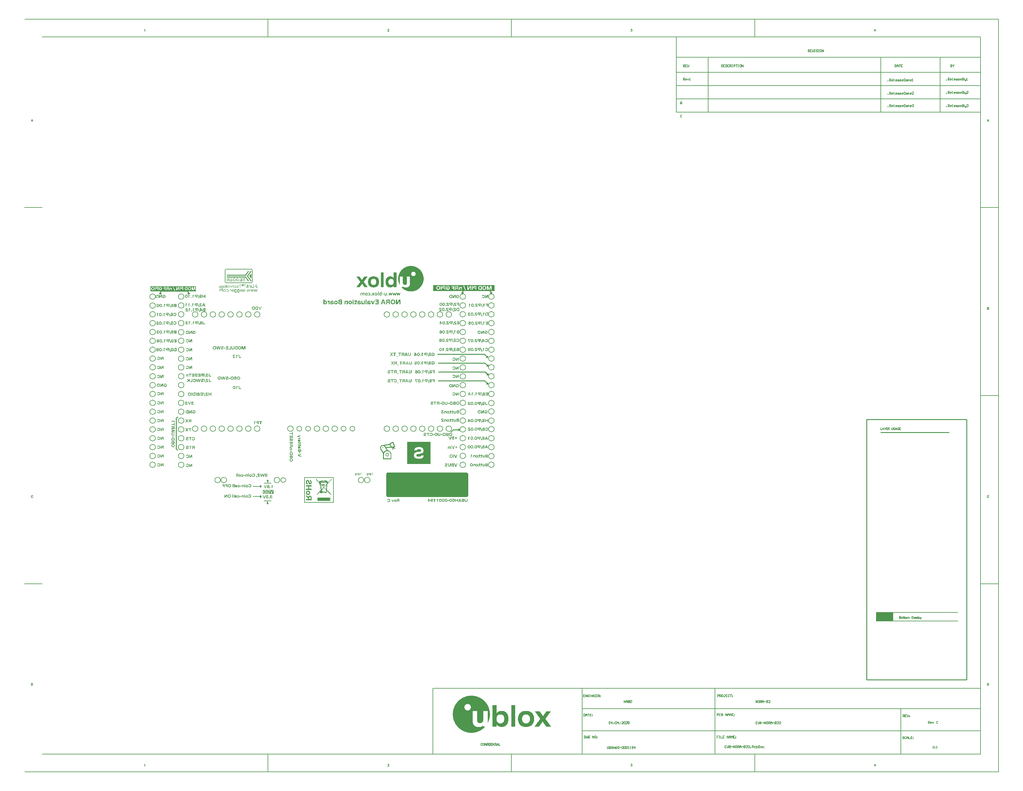
<source format=gbo>
G04*
G04 #@! TF.GenerationSoftware,Altium Limited,Altium Designer,24.6.1 (21)*
G04*
G04 Layer_Color=32896*
%FSLAX44Y44*%
%MOMM*%
G71*
G04*
G04 #@! TF.SameCoordinates,E70CDE82-3EE1-4166-B2EF-4B71CB92BF6A*
G04*
G04*
G04 #@! TF.FilePolarity,Positive*
G04*
G01*
G75*
%ADD10C,0.2000*%
%ADD11C,0.2500*%
%ADD12C,0.1270*%
%ADD14C,0.2540*%
%ADD18C,0.1524*%
%ADD19C,0.1500*%
%ADD21R,4.8260X2.4130*%
%ADD191C,0.2032*%
%ADD192C,0.0508*%
%ADD193C,0.0254*%
%ADD194C,0.0762*%
%ADD195C,0.2687*%
%ADD196C,0.2303*%
%ADD197C,0.1950*%
%ADD198C,0.2794*%
%ADD199C,0.3838*%
%ADD200R,0.4686X0.1302*%
G04:AMPARAMS|DCode=201|XSize=0.1266mm|YSize=2.8609mm|CornerRadius=0mm|HoleSize=0mm|Usage=FLASHONLY|Rotation=175.000|XOffset=0mm|YOffset=0mm|HoleType=Round|Shape=Rectangle|*
%AMROTATEDRECTD201*
4,1,4,0.1878,1.4195,-0.0616,-1.4306,-0.1878,-1.4195,0.0616,1.4306,0.1878,1.4195,0.0*
%
%ADD201ROTATEDRECTD201*%

%ADD202R,0.2136X0.3334*%
%ADD203R,2.0603X0.1302*%
%ADD204R,0.7659X0.2523*%
%ADD205R,0.2202X0.3131*%
%ADD206R,1.0776X0.1283*%
%ADD207R,0.0947X0.2241*%
%ADD208R,0.2241X0.0947*%
G04:AMPARAMS|DCode=209|XSize=0.2241mm|YSize=0.0947mm|CornerRadius=0mm|HoleSize=0mm|Usage=FLASHONLY|Rotation=135.000|XOffset=0mm|YOffset=0mm|HoleType=Round|Shape=Rectangle|*
%AMROTATEDRECTD209*
4,1,4,0.1127,-0.0457,0.0457,-0.1127,-0.1127,0.0457,-0.0457,0.1127,0.1127,-0.0457,0.0*
%
%ADD209ROTATEDRECTD209*%

G04:AMPARAMS|DCode=210|XSize=0.2241mm|YSize=0.0947mm|CornerRadius=0mm|HoleSize=0mm|Usage=FLASHONLY|Rotation=225.000|XOffset=0mm|YOffset=0mm|HoleType=Round|Shape=Rectangle|*
%AMROTATEDRECTD210*
4,1,4,0.0457,0.1127,0.1127,0.0457,-0.0457,-0.1127,-0.1127,-0.0457,0.0457,0.1127,0.0*
%
%ADD210ROTATEDRECTD210*%

%ADD211R,0.2075X0.2003*%
%ADD212R,0.4973X0.1016*%
%ADD213R,0.1094X0.4359*%
%ADD214R,0.6146X0.1015*%
%ADD215R,0.6146X0.1059*%
%ADD216R,0.1059X0.3013*%
%ADD217R,0.1087X0.3013*%
%ADD218R,3.6216X0.8819*%
G04:AMPARAMS|DCode=219|XSize=6.0522mm|YSize=0.0972mm|CornerRadius=0mm|HoleSize=0mm|Usage=FLASHONLY|Rotation=134.500|XOffset=0mm|YOffset=0mm|HoleType=Round|Shape=Rectangle|*
%AMROTATEDRECTD219*
4,1,4,2.1557,-2.1243,2.0864,-2.1924,-2.1557,2.1243,-2.0864,2.1924,2.1557,-2.1243,0.0*
%
%ADD219ROTATEDRECTD219*%

G04:AMPARAMS|DCode=220|XSize=5.9129mm|YSize=0.0972mm|CornerRadius=0mm|HoleSize=0mm|Usage=FLASHONLY|Rotation=226.500|XOffset=0mm|YOffset=0mm|HoleType=Round|Shape=Rectangle|*
%AMROTATEDRECTD220*
4,1,4,1.9999,2.1780,2.0703,2.1111,-1.9999,-2.1780,-2.0703,-2.1111,1.9999,2.1780,0.0*
%
%ADD220ROTATEDRECTD220*%

G04:AMPARAMS|DCode=221|XSize=0.1266mm|YSize=2.8173mm|CornerRadius=0mm|HoleSize=0mm|Usage=FLASHONLY|Rotation=185.000|XOffset=0mm|YOffset=0mm|HoleType=Round|Shape=Rectangle|*
%AMROTATEDRECTD221*
4,1,4,-0.0597,1.4088,0.1858,-1.3978,0.0597,-1.4088,-0.1858,1.3978,-0.0597,1.4088,0.0*
%
%ADD221ROTATEDRECTD221*%

%ADD222R,0.0390X0.0500*%
G36*
X713624Y670339D02*
Y670029D01*
Y669719D01*
Y669408D01*
Y669098D01*
Y668788D01*
Y668478D01*
Y668167D01*
Y667857D01*
Y667547D01*
Y667236D01*
Y666926D01*
Y666616D01*
Y666306D01*
Y665995D01*
Y665685D01*
Y665375D01*
Y665065D01*
Y664754D01*
Y664444D01*
Y664134D01*
Y663823D01*
Y663513D01*
Y663203D01*
Y662893D01*
Y662582D01*
Y662272D01*
Y661962D01*
Y661651D01*
Y661341D01*
Y661031D01*
Y660721D01*
Y660410D01*
Y660100D01*
Y659790D01*
Y659479D01*
Y659169D01*
Y658859D01*
Y658549D01*
Y658238D01*
Y657928D01*
Y657618D01*
Y657307D01*
Y656997D01*
Y656687D01*
Y656377D01*
Y656066D01*
Y655756D01*
Y655446D01*
Y655135D01*
Y654825D01*
Y654515D01*
Y654205D01*
Y653894D01*
Y653584D01*
Y653274D01*
Y652963D01*
Y652653D01*
Y652343D01*
Y652033D01*
Y651722D01*
Y651412D01*
Y651102D01*
Y650791D01*
Y650481D01*
Y650171D01*
Y649861D01*
Y649550D01*
Y649240D01*
Y648930D01*
Y648620D01*
Y648309D01*
Y647999D01*
Y647689D01*
Y647378D01*
Y647068D01*
Y646758D01*
Y646447D01*
Y646137D01*
Y645827D01*
Y645517D01*
Y645206D01*
Y644896D01*
Y644586D01*
Y644276D01*
Y643965D01*
Y643655D01*
Y643345D01*
Y643034D01*
Y642724D01*
Y642414D01*
Y642104D01*
Y641793D01*
Y641483D01*
Y641173D01*
Y640862D01*
Y640552D01*
Y640242D01*
Y639931D01*
Y639621D01*
Y639311D01*
Y639001D01*
Y638690D01*
Y638380D01*
Y638070D01*
Y637760D01*
Y637449D01*
Y637139D01*
Y636829D01*
Y636518D01*
Y636208D01*
Y635898D01*
Y635588D01*
Y635277D01*
Y634967D01*
Y634657D01*
Y634346D01*
Y634036D01*
Y633726D01*
Y633415D01*
Y633105D01*
Y632795D01*
Y632485D01*
Y632174D01*
Y631864D01*
Y631554D01*
Y631244D01*
Y630933D01*
Y630623D01*
Y630313D01*
Y630002D01*
Y629692D01*
Y629382D01*
Y629072D01*
Y628761D01*
Y628451D01*
Y628141D01*
X705866D01*
Y628451D01*
Y628761D01*
Y629072D01*
Y629382D01*
Y629692D01*
Y630002D01*
Y630313D01*
Y630623D01*
Y630933D01*
Y631244D01*
Y631554D01*
Y631864D01*
Y632174D01*
X705246D01*
Y631864D01*
Y631554D01*
X704936D01*
Y631244D01*
X704625D01*
Y630933D01*
X704315D01*
Y630623D01*
X704005D01*
Y630313D01*
X703695D01*
Y630002D01*
X703384D01*
Y629692D01*
X702764D01*
Y629382D01*
X702453D01*
Y629072D01*
X701833D01*
Y628761D01*
X701212D01*
Y628451D01*
X700592D01*
Y628141D01*
X699661D01*
Y627830D01*
X698109D01*
Y627520D01*
X693455D01*
Y627830D01*
X691904D01*
Y628141D01*
X690973D01*
Y628451D01*
X690042D01*
Y628761D01*
X689421D01*
Y629072D01*
X688801D01*
Y629382D01*
X688491D01*
Y629692D01*
X687870D01*
Y630002D01*
X687560D01*
Y630313D01*
X687249D01*
Y630623D01*
X686939D01*
Y630933D01*
X686629D01*
Y631244D01*
X686319D01*
Y631554D01*
X686008D01*
Y631864D01*
X685698D01*
Y632174D01*
X685388D01*
Y632485D01*
Y632795D01*
X685077D01*
Y633105D01*
X684767D01*
Y633415D01*
Y633726D01*
X684457D01*
Y634036D01*
Y634346D01*
X684146D01*
Y634657D01*
Y634967D01*
X683836D01*
Y635277D01*
Y635588D01*
X683526D01*
Y635898D01*
Y636208D01*
Y636518D01*
X683216D01*
Y636829D01*
Y637139D01*
Y637449D01*
X682905D01*
Y637760D01*
Y638070D01*
Y638380D01*
Y638690D01*
Y639001D01*
X682595D01*
Y639311D01*
Y639621D01*
Y639931D01*
Y640242D01*
Y640552D01*
Y640862D01*
Y641173D01*
Y641483D01*
Y641793D01*
Y642104D01*
X682285D01*
Y642414D01*
X682595D01*
Y642724D01*
Y643034D01*
Y643345D01*
Y643655D01*
Y643965D01*
Y644276D01*
X682285D01*
Y644586D01*
X682595D01*
Y644896D01*
Y645206D01*
Y645517D01*
Y645827D01*
Y646137D01*
Y646447D01*
Y646758D01*
Y647068D01*
Y647378D01*
Y647689D01*
X682905D01*
Y647999D01*
Y648309D01*
Y648620D01*
Y648930D01*
Y649240D01*
X683216D01*
Y649550D01*
Y649861D01*
Y650171D01*
X683526D01*
Y650481D01*
Y650791D01*
Y651102D01*
X683836D01*
Y651412D01*
Y651722D01*
X684146D01*
Y652033D01*
Y652343D01*
Y652653D01*
X684457D01*
Y652963D01*
X684767D01*
Y653274D01*
Y653584D01*
X685077D01*
Y653894D01*
Y654205D01*
X685388D01*
Y654515D01*
X685698D01*
Y654825D01*
X686008D01*
Y655135D01*
X686319D01*
Y655446D01*
X686629D01*
Y655756D01*
X686939D01*
Y656066D01*
X687249D01*
Y656377D01*
X687560D01*
Y656687D01*
X687870D01*
Y656997D01*
X688491D01*
Y657307D01*
X688801D01*
Y657618D01*
X689421D01*
Y657928D01*
X690042D01*
Y658238D01*
X690973D01*
Y658549D01*
X691904D01*
Y658859D01*
X693455D01*
Y659169D01*
X698109D01*
Y658859D01*
X699661D01*
Y658549D01*
X700592D01*
Y658238D01*
X701212D01*
Y657928D01*
X701833D01*
Y657618D01*
X702453D01*
Y657307D01*
X702764D01*
Y656997D01*
X703074D01*
Y656687D01*
X703695D01*
Y656377D01*
X704005D01*
Y656066D01*
X704315D01*
Y655756D01*
X704625D01*
Y655446D01*
X704936D01*
Y655135D01*
Y654825D01*
X705556D01*
Y655135D01*
Y655446D01*
Y655756D01*
Y656066D01*
Y656377D01*
Y656687D01*
Y656997D01*
Y657307D01*
Y657618D01*
Y657928D01*
Y658238D01*
Y658549D01*
Y658859D01*
Y659169D01*
Y659479D01*
Y659790D01*
Y660100D01*
Y660410D01*
Y660721D01*
Y661031D01*
Y661341D01*
Y661651D01*
Y661962D01*
Y662272D01*
Y662582D01*
Y662893D01*
Y663203D01*
Y663513D01*
Y663823D01*
Y664134D01*
Y664444D01*
Y664754D01*
Y665065D01*
Y665375D01*
Y665685D01*
Y665995D01*
Y666306D01*
Y666616D01*
Y666926D01*
Y667236D01*
Y667547D01*
Y667857D01*
Y668167D01*
Y668478D01*
Y668788D01*
Y669098D01*
Y669408D01*
Y669719D01*
Y670029D01*
Y670339D01*
Y670650D01*
X713624D01*
Y670339D01*
D02*
G37*
G36*
X297145Y653113D02*
X291722Y660344D01*
X297145Y667575D01*
Y653113D01*
D02*
G37*
G36*
X630778Y658238D02*
X630467D01*
Y657928D01*
X630157D01*
Y657618D01*
Y657307D01*
X629847D01*
Y656997D01*
X629536D01*
Y656687D01*
Y656377D01*
X629226D01*
Y656066D01*
X628916D01*
Y655756D01*
X628605D01*
Y655446D01*
Y655135D01*
X628295D01*
Y654825D01*
X627985D01*
Y654515D01*
X627675D01*
Y654205D01*
Y653894D01*
X627364D01*
Y653584D01*
X627054D01*
Y653274D01*
Y652963D01*
X626744D01*
Y652653D01*
X626433D01*
Y652343D01*
X626123D01*
Y652033D01*
Y651722D01*
X625813D01*
Y651412D01*
X625503D01*
Y651102D01*
Y650791D01*
X625192D01*
Y650481D01*
X624882D01*
Y650171D01*
X624572D01*
Y649861D01*
Y649550D01*
X624262D01*
Y649240D01*
X623951D01*
Y648930D01*
X623641D01*
Y648620D01*
Y648309D01*
X623331D01*
Y647999D01*
X623020D01*
Y647689D01*
Y647378D01*
X622710D01*
Y647068D01*
X622400D01*
Y646758D01*
X622090D01*
Y646447D01*
Y646137D01*
X621779D01*
Y645827D01*
X621469D01*
Y645517D01*
X621159D01*
Y645206D01*
Y644896D01*
X620848D01*
Y644586D01*
X620538D01*
Y644276D01*
Y643965D01*
X620228D01*
Y643655D01*
X619917D01*
Y643345D01*
Y643034D01*
X620228D01*
Y642724D01*
X620538D01*
Y642414D01*
X620848D01*
Y642104D01*
X621159D01*
Y641793D01*
Y641483D01*
X621469D01*
Y641173D01*
X621779D01*
Y640862D01*
Y640552D01*
X622090D01*
Y640242D01*
X622400D01*
Y639931D01*
X622710D01*
Y639621D01*
Y639311D01*
X623020D01*
Y639001D01*
X623331D01*
Y638690D01*
X623641D01*
Y638380D01*
Y638070D01*
X623951D01*
Y637760D01*
X624262D01*
Y637449D01*
X624572D01*
Y637139D01*
Y636829D01*
X624882D01*
Y636518D01*
X625192D01*
Y636208D01*
X625503D01*
Y635898D01*
Y635588D01*
X625813D01*
Y635277D01*
X626123D01*
Y634967D01*
X626433D01*
Y634657D01*
Y634346D01*
X626744D01*
Y634036D01*
X627054D01*
Y633726D01*
Y633415D01*
X627364D01*
Y633105D01*
X627675D01*
Y632795D01*
X627985D01*
Y632485D01*
Y632174D01*
X628295D01*
Y631864D01*
X628605D01*
Y631554D01*
X628916D01*
Y631244D01*
Y630933D01*
X629226D01*
Y630623D01*
X629536D01*
Y630313D01*
X629847D01*
Y630002D01*
Y629692D01*
X630157D01*
Y629382D01*
X630467D01*
Y629072D01*
X630778D01*
Y628761D01*
Y628451D01*
X631088D01*
Y628141D01*
X622090D01*
Y628451D01*
Y628761D01*
X621779D01*
Y629072D01*
X621469D01*
Y629382D01*
X621159D01*
Y629692D01*
Y630002D01*
X620848D01*
Y630313D01*
X620538D01*
Y630623D01*
Y630933D01*
X620228D01*
Y631244D01*
X619917D01*
Y631554D01*
X619607D01*
Y631864D01*
Y632174D01*
X619297D01*
Y632485D01*
X618987D01*
Y632795D01*
Y633105D01*
X618676D01*
Y633415D01*
X618366D01*
Y633726D01*
X618056D01*
Y634036D01*
Y634346D01*
X617746D01*
Y634657D01*
X617435D01*
Y634967D01*
Y635277D01*
X617125D01*
Y635588D01*
X616815D01*
Y635898D01*
X616504D01*
Y636208D01*
Y636518D01*
X616194D01*
Y636829D01*
X615884D01*
Y637139D01*
Y637449D01*
X615574D01*
Y637760D01*
X614953D01*
Y637449D01*
Y637139D01*
X614643D01*
Y636829D01*
X614332D01*
Y636518D01*
X614022D01*
Y636208D01*
Y635898D01*
X613712D01*
Y635588D01*
X613401D01*
Y635277D01*
Y634967D01*
X613091D01*
Y634657D01*
X612781D01*
Y634346D01*
X612471D01*
Y634036D01*
Y633726D01*
X612160D01*
Y633415D01*
X611850D01*
Y633105D01*
X611540D01*
Y632795D01*
Y632485D01*
X611230D01*
Y632174D01*
X610919D01*
Y631864D01*
Y631554D01*
X610609D01*
Y631244D01*
X610299D01*
Y630933D01*
X609988D01*
Y630623D01*
Y630313D01*
X609678D01*
Y630002D01*
X609368D01*
Y629692D01*
X609058D01*
Y629382D01*
Y629072D01*
X608747D01*
Y628761D01*
X608437D01*
Y628451D01*
Y628141D01*
X598508D01*
Y628451D01*
X598818D01*
Y628761D01*
X599128D01*
Y629072D01*
X599439D01*
Y629382D01*
Y629692D01*
X599749D01*
Y630002D01*
X600059D01*
Y630313D01*
X600370D01*
Y630623D01*
Y630933D01*
X600680D01*
Y631244D01*
X600990D01*
Y631554D01*
X601300D01*
Y631864D01*
Y632174D01*
X601611D01*
Y632485D01*
X601921D01*
Y632795D01*
X602231D01*
Y633105D01*
Y633415D01*
X602542D01*
Y633726D01*
X602852D01*
Y634036D01*
Y634346D01*
X603162D01*
Y634657D01*
X603472D01*
Y634967D01*
X603783D01*
Y635277D01*
Y635588D01*
X604093D01*
Y635898D01*
X604403D01*
Y636208D01*
X604714D01*
Y636518D01*
Y636829D01*
X605024D01*
Y637139D01*
X605334D01*
Y637449D01*
X605644D01*
Y637760D01*
Y638070D01*
X605955D01*
Y638380D01*
X606265D01*
Y638690D01*
X606575D01*
Y639001D01*
Y639311D01*
X606886D01*
Y639621D01*
X607196D01*
Y639931D01*
Y640242D01*
X607506D01*
Y640552D01*
X607816D01*
Y640862D01*
X608127D01*
Y641173D01*
Y641483D01*
X608437D01*
Y641793D01*
X608747D01*
Y642104D01*
X609058D01*
Y642414D01*
Y642724D01*
X609368D01*
Y643034D01*
X609678D01*
Y643345D01*
Y643655D01*
Y643965D01*
X609368D01*
Y644276D01*
X609058D01*
Y644586D01*
Y644896D01*
X608747D01*
Y645206D01*
X608437D01*
Y645517D01*
X608127D01*
Y645827D01*
Y646137D01*
X607816D01*
Y646447D01*
X607506D01*
Y646758D01*
Y647068D01*
X607196D01*
Y647378D01*
X606886D01*
Y647689D01*
X606575D01*
Y647999D01*
Y648309D01*
X606265D01*
Y648620D01*
X605955D01*
Y648930D01*
X605644D01*
Y649240D01*
Y649550D01*
X605334D01*
Y649861D01*
X605024D01*
Y650171D01*
Y650481D01*
X604714D01*
Y650791D01*
X604403D01*
Y651102D01*
X604093D01*
Y651412D01*
Y651722D01*
X603783D01*
Y652033D01*
X603472D01*
Y652343D01*
X603162D01*
Y652653D01*
Y652963D01*
X602852D01*
Y653274D01*
X602542D01*
Y653584D01*
Y653894D01*
X602231D01*
Y654205D01*
X601921D01*
Y654515D01*
X601611D01*
Y654825D01*
Y655135D01*
X601300D01*
Y655446D01*
X600990D01*
Y655756D01*
X600680D01*
Y656066D01*
Y656377D01*
X600370D01*
Y656687D01*
X600059D01*
Y656997D01*
Y657307D01*
X599749D01*
Y657618D01*
X599439D01*
Y657928D01*
X599128D01*
Y658238D01*
X598818D01*
Y658549D01*
X607816D01*
Y658238D01*
X608127D01*
Y657928D01*
Y657618D01*
X608437D01*
Y657307D01*
X608747D01*
Y656997D01*
X609058D01*
Y656687D01*
Y656377D01*
X609368D01*
Y656066D01*
X609678D01*
Y655756D01*
Y655446D01*
X609988D01*
Y655135D01*
X610299D01*
Y654825D01*
X610609D01*
Y654515D01*
Y654205D01*
X610919D01*
Y653894D01*
X611230D01*
Y653584D01*
Y653274D01*
X611540D01*
Y652963D01*
X611850D01*
Y652653D01*
X612160D01*
Y652343D01*
Y652033D01*
X612471D01*
Y651722D01*
X612781D01*
Y651412D01*
Y651102D01*
X613091D01*
Y650791D01*
X613401D01*
Y650481D01*
Y650171D01*
X613712D01*
Y649861D01*
X614022D01*
Y649550D01*
X614332D01*
Y649240D01*
X614953D01*
Y649550D01*
Y649861D01*
X615263D01*
Y650171D01*
X615574D01*
Y650481D01*
Y650791D01*
X615884D01*
Y651102D01*
X616194D01*
Y651412D01*
X616504D01*
Y651722D01*
Y652033D01*
X616815D01*
Y652343D01*
X617125D01*
Y652653D01*
Y652963D01*
X617435D01*
Y653274D01*
X617746D01*
Y653584D01*
Y653894D01*
X618056D01*
Y654205D01*
X618366D01*
Y654515D01*
X618676D01*
Y654825D01*
Y655135D01*
X618987D01*
Y655446D01*
X619297D01*
Y655756D01*
Y656066D01*
X619607D01*
Y656377D01*
X619917D01*
Y656687D01*
X620228D01*
Y656997D01*
Y657307D01*
X620538D01*
Y657618D01*
X620848D01*
Y657928D01*
Y658238D01*
X621159D01*
Y658549D01*
X630778D01*
Y658238D01*
D02*
G37*
G36*
X258062Y654162D02*
X258286Y654151D01*
X258723Y654095D01*
X258924Y654050D01*
X259104Y654006D01*
X259283Y653961D01*
X259440Y653905D01*
X259585Y653860D01*
X259720Y653804D01*
X259832Y653759D01*
X259921Y653725D01*
X260000Y653681D01*
X260056Y653658D01*
X260089Y653647D01*
X260100Y653636D01*
X260280Y653535D01*
X260448Y653412D01*
X260750Y653165D01*
X260885Y653031D01*
X261008Y652896D01*
X261120Y652762D01*
X261221Y652628D01*
X261310Y652505D01*
X261389Y652393D01*
X261456Y652292D01*
X261512Y652202D01*
X261557Y652124D01*
X261590Y652068D01*
X261602Y652034D01*
X261613Y652023D01*
X261702Y651821D01*
X261781Y651608D01*
X261915Y651194D01*
X262005Y650802D01*
X262038Y650611D01*
X262061Y650443D01*
X262083Y650275D01*
X262106Y650130D01*
X262117Y649995D01*
Y649883D01*
X262128Y649794D01*
Y649726D01*
Y649682D01*
Y649670D01*
X262117Y649435D01*
X262106Y649211D01*
X262050Y648774D01*
X262005Y648573D01*
X261960Y648394D01*
X261915Y648214D01*
X261859Y648046D01*
X261814Y647901D01*
X261770Y647766D01*
X261725Y647654D01*
X261680Y647553D01*
X261646Y647475D01*
X261624Y647419D01*
X261602Y647385D01*
Y647374D01*
X261501Y647184D01*
X261389Y647016D01*
X261266Y646848D01*
X261131Y646702D01*
X261008Y646556D01*
X260873Y646433D01*
X260750Y646310D01*
X260627Y646209D01*
X260504Y646120D01*
X260403Y646030D01*
X260302Y645963D01*
X260213Y645907D01*
X260145Y645862D01*
X260089Y645828D01*
X260056Y645817D01*
X260044Y645806D01*
X259843Y645716D01*
X259641Y645627D01*
X259249Y645492D01*
X258857Y645403D01*
X258678Y645369D01*
X258499Y645336D01*
X258342Y645313D01*
X258196Y645302D01*
X258062Y645280D01*
X257950D01*
X257860Y645268D01*
X257737D01*
X257390Y645280D01*
X257054Y645324D01*
X256740Y645380D01*
X256460Y645436D01*
X256348Y645470D01*
X256236Y645504D01*
X256135Y645526D01*
X256057Y645548D01*
X255990Y645571D01*
X255945Y645593D01*
X255911Y645604D01*
X255900D01*
X255564Y645739D01*
X255250Y645907D01*
X254959Y646064D01*
X254690Y646232D01*
X254578Y646310D01*
X254477Y646377D01*
X254388Y646433D01*
X254309Y646489D01*
X254242Y646534D01*
X254197Y646568D01*
X254175Y646590D01*
X254164Y646601D01*
Y649805D01*
X257815D01*
Y648786D01*
X255284D01*
Y647173D01*
X255441Y647049D01*
X255609Y646937D01*
X255788Y646837D01*
X255956Y646747D01*
X256113Y646669D01*
X256247Y646612D01*
X256292Y646601D01*
X256326Y646579D01*
X256348Y646568D01*
X256359D01*
X256628Y646478D01*
X256886Y646411D01*
X257121Y646355D01*
X257345Y646321D01*
X257535Y646299D01*
X257614D01*
X257681Y646288D01*
X257804D01*
X258118Y646299D01*
X258420Y646344D01*
X258689Y646400D01*
X258924Y646478D01*
X259036Y646512D01*
X259126Y646545D01*
X259216Y646568D01*
X259283Y646601D01*
X259339Y646624D01*
X259384Y646646D01*
X259406Y646657D01*
X259417D01*
X259686Y646814D01*
X259910Y646993D01*
X260112Y647195D01*
X260269Y647374D01*
X260392Y647542D01*
X260448Y647621D01*
X260481Y647688D01*
X260515Y647733D01*
X260537Y647777D01*
X260560Y647800D01*
Y647811D01*
X260694Y648113D01*
X260784Y648438D01*
X260851Y648763D01*
X260907Y649066D01*
X260918Y649200D01*
X260930Y649334D01*
X260941Y649446D01*
Y649547D01*
X260952Y649626D01*
Y649682D01*
Y649726D01*
Y649738D01*
X260941Y650085D01*
X260896Y650410D01*
X260851Y650701D01*
X260784Y650959D01*
X260761Y651071D01*
X260728Y651171D01*
X260705Y651261D01*
X260672Y651339D01*
X260661Y651395D01*
X260638Y651440D01*
X260627Y651463D01*
Y651474D01*
X260549Y651642D01*
X260459Y651810D01*
X260369Y651956D01*
X260291Y652079D01*
X260213Y652180D01*
X260145Y652258D01*
X260100Y652303D01*
X260089Y652325D01*
X259955Y652460D01*
X259798Y652594D01*
X259641Y652695D01*
X259496Y652785D01*
X259373Y652863D01*
X259260Y652908D01*
X259193Y652941D01*
X259182Y652952D01*
X259171D01*
X258947Y653031D01*
X258723Y653098D01*
X258487Y653143D01*
X258275Y653165D01*
X258095Y653188D01*
X258017D01*
X257950Y653199D01*
X257815D01*
X257580Y653188D01*
X257356Y653165D01*
X257155Y653121D01*
X256987Y653087D01*
X256841Y653042D01*
X256729Y652997D01*
X256662Y652975D01*
X256651Y652964D01*
X256639D01*
X256449Y652874D01*
X256281Y652773D01*
X256135Y652673D01*
X256023Y652583D01*
X255934Y652493D01*
X255866Y652426D01*
X255822Y652381D01*
X255810Y652359D01*
X255710Y652213D01*
X255609Y652045D01*
X255530Y651866D01*
X255463Y651709D01*
X255407Y651552D01*
X255362Y651440D01*
X255351Y651395D01*
X255340Y651362D01*
X255329Y651339D01*
Y651328D01*
X254298Y651608D01*
X254388Y651922D01*
X254500Y652202D01*
X254601Y652437D01*
X254713Y652639D01*
X254813Y652807D01*
X254847Y652874D01*
X254892Y652919D01*
X254914Y652964D01*
X254937Y652997D01*
X254959Y653008D01*
Y653020D01*
X255127Y653210D01*
X255317Y653378D01*
X255519Y653524D01*
X255710Y653647D01*
X255878Y653737D01*
X255945Y653770D01*
X256012Y653804D01*
X256068Y653826D01*
X256102Y653849D01*
X256124Y653860D01*
X256135D01*
X256427Y653961D01*
X256718Y654039D01*
X256998Y654095D01*
X257267Y654140D01*
X257379Y654151D01*
X257491Y654162D01*
X257580D01*
X257670Y654174D01*
X257827D01*
X258062Y654162D01*
D02*
G37*
G36*
X248156D02*
X248380Y654151D01*
X248817Y654095D01*
X249018Y654050D01*
X249198Y654006D01*
X249377Y653961D01*
X249534Y653905D01*
X249679Y653860D01*
X249814Y653804D01*
X249926Y653759D01*
X250015Y653725D01*
X250094Y653681D01*
X250150Y653658D01*
X250183Y653647D01*
X250194Y653636D01*
X250374Y653535D01*
X250542Y653412D01*
X250844Y653165D01*
X250979Y653031D01*
X251102Y652896D01*
X251214Y652762D01*
X251315Y652628D01*
X251404Y652505D01*
X251483Y652393D01*
X251550Y652292D01*
X251606Y652202D01*
X251651Y652124D01*
X251684Y652068D01*
X251695Y652034D01*
X251707Y652023D01*
X251796Y651821D01*
X251875Y651608D01*
X252009Y651194D01*
X252099Y650802D01*
X252132Y650611D01*
X252155Y650443D01*
X252177Y650275D01*
X252200Y650130D01*
X252211Y649995D01*
Y649883D01*
X252222Y649794D01*
Y649726D01*
Y649682D01*
Y649670D01*
X252211Y649435D01*
X252200Y649211D01*
X252144Y648774D01*
X252099Y648573D01*
X252054Y648394D01*
X252009Y648214D01*
X251953Y648046D01*
X251908Y647901D01*
X251864Y647766D01*
X251819Y647654D01*
X251774Y647553D01*
X251740Y647475D01*
X251718Y647419D01*
X251695Y647385D01*
Y647374D01*
X251595Y647184D01*
X251483Y647016D01*
X251360Y646848D01*
X251225Y646702D01*
X251102Y646556D01*
X250967Y646433D01*
X250844Y646310D01*
X250721Y646209D01*
X250598Y646120D01*
X250497Y646030D01*
X250396Y645963D01*
X250307Y645907D01*
X250239Y645862D01*
X250183Y645828D01*
X250150Y645817D01*
X250138Y645806D01*
X249937Y645716D01*
X249735Y645627D01*
X249343Y645492D01*
X248951Y645403D01*
X248772Y645369D01*
X248593Y645336D01*
X248436Y645313D01*
X248290Y645302D01*
X248156Y645280D01*
X248044D01*
X247954Y645268D01*
X247831D01*
X247484Y645280D01*
X247148Y645324D01*
X246834Y645380D01*
X246554Y645436D01*
X246442Y645470D01*
X246330Y645504D01*
X246229Y645526D01*
X246151Y645548D01*
X246084Y645571D01*
X246039Y645593D01*
X246005Y645604D01*
X245994D01*
X245658Y645739D01*
X245344Y645907D01*
X245053Y646064D01*
X244784Y646232D01*
X244672Y646310D01*
X244571Y646377D01*
X244482Y646433D01*
X244403Y646489D01*
X244336Y646534D01*
X244291Y646568D01*
X244269Y646590D01*
X244258Y646601D01*
Y649805D01*
X247910D01*
Y648786D01*
X245378D01*
Y647173D01*
X245535Y647049D01*
X245703Y646937D01*
X245882Y646837D01*
X246050Y646747D01*
X246207Y646669D01*
X246341Y646612D01*
X246386Y646601D01*
X246420Y646579D01*
X246442Y646568D01*
X246453D01*
X246722Y646478D01*
X246980Y646411D01*
X247215Y646355D01*
X247439Y646321D01*
X247629Y646299D01*
X247708D01*
X247775Y646288D01*
X247898D01*
X248212Y646299D01*
X248514Y646344D01*
X248783Y646400D01*
X249018Y646478D01*
X249130Y646512D01*
X249220Y646545D01*
X249310Y646568D01*
X249377Y646601D01*
X249433Y646624D01*
X249478Y646646D01*
X249500Y646657D01*
X249511D01*
X249780Y646814D01*
X250004Y646993D01*
X250206Y647195D01*
X250363Y647374D01*
X250486Y647542D01*
X250542Y647621D01*
X250575Y647688D01*
X250609Y647733D01*
X250631Y647777D01*
X250654Y647800D01*
Y647811D01*
X250788Y648113D01*
X250878Y648438D01*
X250945Y648763D01*
X251001Y649066D01*
X251012Y649200D01*
X251024Y649334D01*
X251035Y649446D01*
Y649547D01*
X251046Y649626D01*
Y649682D01*
Y649726D01*
Y649738D01*
X251035Y650085D01*
X250990Y650410D01*
X250945Y650701D01*
X250878Y650959D01*
X250855Y651071D01*
X250822Y651171D01*
X250799Y651261D01*
X250766Y651339D01*
X250755Y651395D01*
X250732Y651440D01*
X250721Y651463D01*
Y651474D01*
X250643Y651642D01*
X250553Y651810D01*
X250463Y651956D01*
X250385Y652079D01*
X250307Y652180D01*
X250239Y652258D01*
X250194Y652303D01*
X250183Y652325D01*
X250049Y652460D01*
X249892Y652594D01*
X249735Y652695D01*
X249590Y652785D01*
X249466Y652863D01*
X249354Y652908D01*
X249287Y652941D01*
X249276Y652952D01*
X249265D01*
X249041Y653031D01*
X248817Y653098D01*
X248582Y653143D01*
X248369Y653165D01*
X248190Y653188D01*
X248111D01*
X248044Y653199D01*
X247910D01*
X247674Y653188D01*
X247450Y653165D01*
X247249Y653121D01*
X247081Y653087D01*
X246935Y653042D01*
X246823Y652997D01*
X246756Y652975D01*
X246744Y652964D01*
X246733D01*
X246543Y652874D01*
X246375Y652773D01*
X246229Y652673D01*
X246117Y652583D01*
X246028Y652493D01*
X245960Y652426D01*
X245916Y652381D01*
X245904Y652359D01*
X245804Y652213D01*
X245703Y652045D01*
X245624Y651866D01*
X245557Y651709D01*
X245501Y651552D01*
X245456Y651440D01*
X245445Y651395D01*
X245434Y651362D01*
X245423Y651339D01*
Y651328D01*
X244392Y651608D01*
X244482Y651922D01*
X244594Y652202D01*
X244695Y652437D01*
X244807Y652639D01*
X244907Y652807D01*
X244941Y652874D01*
X244986Y652919D01*
X245008Y652964D01*
X245031Y652997D01*
X245053Y653008D01*
Y653020D01*
X245221Y653210D01*
X245411Y653378D01*
X245613Y653524D01*
X245804Y653647D01*
X245972Y653737D01*
X246039Y653770D01*
X246106Y653804D01*
X246162Y653826D01*
X246196Y653849D01*
X246218Y653860D01*
X246229D01*
X246521Y653961D01*
X246812Y654039D01*
X247092Y654095D01*
X247361Y654140D01*
X247473Y654151D01*
X247585Y654162D01*
X247674D01*
X247764Y654174D01*
X247921D01*
X248156Y654162D01*
D02*
G37*
G36*
X233629Y645414D02*
X232487D01*
Y649234D01*
X231008D01*
X230885Y649222D01*
X230773D01*
X230683Y649211D01*
X230616Y649200D01*
X230571D01*
X230549Y649189D01*
X230538D01*
X230347Y649122D01*
X230258Y649088D01*
X230179Y649043D01*
X230112Y649010D01*
X230067Y648976D01*
X230034Y648965D01*
X230022Y648954D01*
X229921Y648875D01*
X229821Y648797D01*
X229720Y648696D01*
X229630Y648595D01*
X229552Y648517D01*
X229496Y648438D01*
X229451Y648394D01*
X229440Y648371D01*
X229305Y648203D01*
X229171Y648013D01*
X229037Y647822D01*
X228902Y647632D01*
X228790Y647464D01*
X228734Y647385D01*
X228689Y647318D01*
X228656Y647273D01*
X228633Y647229D01*
X228611Y647206D01*
Y647195D01*
X227480Y645414D01*
X226046D01*
X227536Y647744D01*
X227704Y647990D01*
X227872Y648214D01*
X228029Y648416D01*
X228174Y648573D01*
X228309Y648707D01*
X228398Y648808D01*
X228465Y648864D01*
X228477Y648886D01*
X228488D01*
X228589Y648965D01*
X228689Y649043D01*
X228913Y649189D01*
X229014Y649245D01*
X229093Y649290D01*
X229149Y649312D01*
X229171Y649323D01*
X228947Y649357D01*
X228734Y649402D01*
X228544Y649458D01*
X228365Y649514D01*
X228197Y649581D01*
X228040Y649648D01*
X227905Y649715D01*
X227782Y649782D01*
X227681Y649850D01*
X227592Y649917D01*
X227513Y649973D01*
X227446Y650018D01*
X227401Y650063D01*
X227356Y650096D01*
X227345Y650107D01*
X227334Y650119D01*
X227233Y650242D01*
X227132Y650365D01*
X227054Y650499D01*
X226987Y650623D01*
X226886Y650880D01*
X226819Y651127D01*
X226774Y651339D01*
X226763Y651429D01*
X226751Y651508D01*
X226740Y651575D01*
Y651620D01*
Y651653D01*
Y651664D01*
X226751Y651922D01*
X226796Y652168D01*
X226852Y652393D01*
X226920Y652583D01*
X226987Y652740D01*
X227043Y652863D01*
X227065Y652908D01*
X227088Y652941D01*
X227099Y652952D01*
Y652964D01*
X227244Y653165D01*
X227401Y653345D01*
X227558Y653490D01*
X227715Y653602D01*
X227849Y653692D01*
X227961Y653748D01*
X228006Y653770D01*
X228040Y653781D01*
X228051Y653793D01*
X228062D01*
X228174Y653838D01*
X228309Y653871D01*
X228589Y653927D01*
X228880Y653972D01*
X229160Y653994D01*
X229294Y654006D01*
X229417Y654017D01*
X229518D01*
X229619Y654028D01*
X233629D01*
Y645414D01*
D02*
G37*
G36*
X241986D02*
X235567D01*
Y646433D01*
X240843D01*
Y649368D01*
X236094D01*
Y650387D01*
X240843D01*
Y653008D01*
X235769D01*
Y654028D01*
X241986D01*
Y645414D01*
D02*
G37*
G36*
X269968D02*
X263549D01*
Y646433D01*
X268825D01*
Y649368D01*
X264076D01*
Y650387D01*
X268825D01*
Y653008D01*
X263751D01*
Y654028D01*
X269968D01*
Y645414D01*
D02*
G37*
G36*
X275831Y654162D02*
X276133Y654129D01*
X276402Y654073D01*
X276637Y654028D01*
X276738Y653994D01*
X276828Y653972D01*
X276906Y653938D01*
X276974Y653916D01*
X277030Y653905D01*
X277063Y653882D01*
X277086Y653871D01*
X277097D01*
X277343Y653748D01*
X277567Y653613D01*
X277747Y653468D01*
X277903Y653333D01*
X278015Y653210D01*
X278105Y653098D01*
X278150Y653031D01*
X278172Y653020D01*
Y653008D01*
X278295Y652796D01*
X278385Y652583D01*
X278452Y652381D01*
X278497Y652191D01*
X278519Y652023D01*
X278531Y651900D01*
X278542Y651855D01*
Y651821D01*
Y651799D01*
Y651788D01*
X278531Y651575D01*
X278497Y651373D01*
X278452Y651183D01*
X278396Y651026D01*
X278340Y650891D01*
X278295Y650802D01*
X278262Y650735D01*
X278251Y650723D01*
Y650712D01*
X278127Y650544D01*
X277982Y650387D01*
X277825Y650253D01*
X277679Y650141D01*
X277545Y650040D01*
X277433Y649973D01*
X277388Y649951D01*
X277354Y649928D01*
X277343Y649917D01*
X277332D01*
X277231Y649872D01*
X277119Y649816D01*
X276873Y649726D01*
X276593Y649626D01*
X276324Y649547D01*
X276066Y649469D01*
X275965Y649446D01*
X275865Y649413D01*
X275786Y649402D01*
X275730Y649379D01*
X275685Y649368D01*
X275674D01*
X275461Y649312D01*
X275271Y649267D01*
X275092Y649222D01*
X274935Y649189D01*
X274789Y649144D01*
X274666Y649110D01*
X274554Y649088D01*
X274464Y649054D01*
X274375Y649032D01*
X274308Y649010D01*
X274252Y648998D01*
X274207Y648976D01*
X274162Y648965D01*
X274140Y648954D01*
X273949Y648875D01*
X273792Y648786D01*
X273658Y648707D01*
X273546Y648629D01*
X273468Y648562D01*
X273412Y648506D01*
X273378Y648461D01*
X273367Y648450D01*
X273288Y648338D01*
X273221Y648214D01*
X273176Y648091D01*
X273154Y647979D01*
X273132Y647889D01*
X273120Y647811D01*
Y647766D01*
Y647744D01*
X273132Y647598D01*
X273154Y647464D01*
X273199Y647341D01*
X273244Y647229D01*
X273288Y647139D01*
X273333Y647061D01*
X273356Y647016D01*
X273367Y647005D01*
X273468Y646881D01*
X273591Y646781D01*
X273714Y646691D01*
X273837Y646612D01*
X273949Y646556D01*
X274039Y646512D01*
X274095Y646489D01*
X274106Y646478D01*
X274117D01*
X274308Y646411D01*
X274498Y646366D01*
X274700Y646332D01*
X274868Y646310D01*
X275025Y646299D01*
X275148Y646288D01*
X275260D01*
X275529Y646299D01*
X275775Y646321D01*
X275999Y646366D01*
X276189Y646411D01*
X276357Y646456D01*
X276425Y646478D01*
X276481Y646500D01*
X276525Y646512D01*
X276559Y646523D01*
X276570Y646534D01*
X276581D01*
X276783Y646635D01*
X276962Y646747D01*
X277108Y646859D01*
X277231Y646971D01*
X277321Y647061D01*
X277388Y647139D01*
X277433Y647184D01*
X277444Y647206D01*
X277534Y647374D01*
X277612Y647553D01*
X277679Y647733D01*
X277724Y647901D01*
X277758Y648057D01*
X277780Y648169D01*
Y648214D01*
X277791Y648248D01*
Y648270D01*
Y648282D01*
X278867Y648192D01*
X278844Y647878D01*
X278788Y647576D01*
X278710Y647318D01*
X278620Y647083D01*
X278575Y646982D01*
X278542Y646893D01*
X278497Y646825D01*
X278463Y646758D01*
X278441Y646702D01*
X278419Y646669D01*
X278396Y646646D01*
Y646635D01*
X278217Y646400D01*
X278015Y646187D01*
X277814Y646008D01*
X277612Y645862D01*
X277433Y645750D01*
X277354Y645705D01*
X277298Y645672D01*
X277242Y645638D01*
X277198Y645616D01*
X277175Y645604D01*
X277164D01*
X276850Y645492D01*
X276525Y645414D01*
X276189Y645347D01*
X275887Y645313D01*
X275741Y645302D01*
X275618Y645291D01*
X275495Y645280D01*
X275394D01*
X275316Y645268D01*
X275204D01*
X274868Y645280D01*
X274554Y645324D01*
X274274Y645380D01*
X274039Y645436D01*
X273927Y645470D01*
X273837Y645504D01*
X273759Y645526D01*
X273680Y645548D01*
X273636Y645571D01*
X273591Y645593D01*
X273568Y645604D01*
X273557D01*
X273300Y645739D01*
X273064Y645896D01*
X272874Y646052D01*
X272717Y646198D01*
X272594Y646332D01*
X272493Y646444D01*
X272471Y646489D01*
X272448Y646523D01*
X272426Y646534D01*
Y646545D01*
X272291Y646769D01*
X272191Y647005D01*
X272123Y647217D01*
X272067Y647419D01*
X272045Y647587D01*
X272034Y647654D01*
Y647721D01*
X272022Y647766D01*
Y647800D01*
Y647822D01*
Y647833D01*
X272034Y648091D01*
X272079Y648315D01*
X272135Y648528D01*
X272202Y648707D01*
X272280Y648853D01*
X272336Y648965D01*
X272359Y648998D01*
X272381Y649032D01*
X272392Y649043D01*
Y649054D01*
X272538Y649245D01*
X272717Y649424D01*
X272896Y649570D01*
X273076Y649704D01*
X273244Y649805D01*
X273378Y649872D01*
X273434Y649906D01*
X273468Y649928D01*
X273490Y649939D01*
X273501D01*
X273602Y649984D01*
X273725Y650029D01*
X273871Y650074D01*
X274016Y650130D01*
X274330Y650219D01*
X274644Y650298D01*
X274800Y650343D01*
X274935Y650376D01*
X275069Y650410D01*
X275181Y650432D01*
X275271Y650455D01*
X275349Y650477D01*
X275394Y650488D01*
X275405D01*
X275652Y650544D01*
X275876Y650600D01*
X276077Y650656D01*
X276257Y650712D01*
X276413Y650768D01*
X276548Y650813D01*
X276671Y650869D01*
X276783Y650914D01*
X276861Y650947D01*
X276940Y650981D01*
X276996Y651015D01*
X277041Y651048D01*
X277074Y651059D01*
X277097Y651082D01*
X277119Y651093D01*
X277231Y651216D01*
X277310Y651339D01*
X277366Y651463D01*
X277399Y651586D01*
X277422Y651698D01*
X277444Y651776D01*
Y651832D01*
Y651855D01*
X277422Y652045D01*
X277366Y652225D01*
X277298Y652381D01*
X277209Y652516D01*
X277119Y652628D01*
X277052Y652706D01*
X276996Y652751D01*
X276974Y652773D01*
X276884Y652840D01*
X276772Y652896D01*
X276537Y652997D01*
X276290Y653065D01*
X276044Y653109D01*
X275820Y653132D01*
X275730Y653143D01*
X275641Y653154D01*
X275293D01*
X275125Y653132D01*
X274968Y653121D01*
X274823Y653087D01*
X274688Y653053D01*
X274565Y653020D01*
X274453Y652986D01*
X274352Y652952D01*
X274274Y652908D01*
X274196Y652874D01*
X274128Y652840D01*
X274072Y652807D01*
X274039Y652773D01*
X274005Y652762D01*
X273983Y652740D01*
X273804Y652572D01*
X273669Y652370D01*
X273568Y652168D01*
X273490Y651978D01*
X273434Y651799D01*
X273412Y651720D01*
X273400Y651653D01*
X273389Y651597D01*
X273378Y651552D01*
Y651530D01*
Y651519D01*
X272280Y651597D01*
X272303Y651866D01*
X272359Y652124D01*
X272426Y652348D01*
X272504Y652549D01*
X272583Y652717D01*
X272616Y652785D01*
X272639Y652840D01*
X272672Y652885D01*
X272683Y652919D01*
X272706Y652930D01*
Y652941D01*
X272863Y653154D01*
X273053Y653345D01*
X273232Y653501D01*
X273423Y653625D01*
X273580Y653725D01*
X273714Y653804D01*
X273770Y653826D01*
X273804Y653849D01*
X273826Y653860D01*
X273837D01*
X274117Y653961D01*
X274408Y654039D01*
X274688Y654095D01*
X274946Y654140D01*
X275069Y654151D01*
X275181Y654162D01*
X275271D01*
X275361Y654174D01*
X275517D01*
X275831Y654162D01*
D02*
G37*
G36*
X297189Y634796D02*
X296055D01*
Y636099D01*
X297189D01*
Y634796D01*
D02*
G37*
G36*
X275461Y631037D02*
X274335D01*
Y635770D01*
X273153Y631037D01*
X271980D01*
X270791Y635770D01*
X270783Y631037D01*
X269657D01*
Y637053D01*
X271479D01*
X272559Y632946D01*
X273646Y637053D01*
X275461D01*
Y631037D01*
D02*
G37*
G36*
X246975Y626821D02*
X245974D01*
Y630187D01*
X245949Y630464D01*
X245901Y630706D01*
X245829Y630899D01*
X245744Y631068D01*
X245660Y631188D01*
X245588Y631285D01*
X245539Y631345D01*
X245515Y631357D01*
X245322Y631490D01*
X245117Y631586D01*
X244912Y631659D01*
X244707Y631707D01*
X244538Y631731D01*
X244393Y631755D01*
X244260D01*
X243983Y631743D01*
X243742Y631683D01*
X243536Y631610D01*
X243356Y631502D01*
X243199Y631381D01*
X243078Y631236D01*
X242969Y631092D01*
X242885Y630947D01*
X242825Y630790D01*
X242776Y630645D01*
X242740Y630500D01*
X242716Y630380D01*
X242704Y630271D01*
X242692Y630199D01*
Y630151D01*
Y630126D01*
Y626821D01*
X241703D01*
Y630271D01*
X241715Y630489D01*
X241727Y630694D01*
X241763Y630887D01*
X241799Y631068D01*
X241847Y631236D01*
X241896Y631381D01*
X241956Y631514D01*
X242004Y631635D01*
X242064Y631743D01*
X242125Y631828D01*
X242173Y631912D01*
X242221Y631972D01*
X242258Y632021D01*
X242294Y632057D01*
X242306Y632069D01*
X242318Y632081D01*
X242439Y632190D01*
X242571Y632286D01*
X242704Y632359D01*
X242849Y632431D01*
X243126Y632539D01*
X243404Y632612D01*
X243645Y632648D01*
X243754Y632672D01*
X243850D01*
X243923Y632684D01*
X244031D01*
X244272Y632672D01*
X244490Y632648D01*
X244695Y632600D01*
X244888Y632539D01*
X245057Y632479D01*
X245214Y632395D01*
X245358Y632322D01*
X245491Y632238D01*
X245600Y632153D01*
X245708Y632069D01*
X245781Y631984D01*
X245853Y631924D01*
X245901Y631864D01*
X245937Y631816D01*
X245961Y631791D01*
X245974Y631779D01*
Y634965D01*
X246975D01*
Y626821D01*
D02*
G37*
G36*
X214339Y632672D02*
X214556Y632648D01*
X214749Y632612D01*
X214930Y632564D01*
X215099Y632503D01*
X215256Y632431D01*
X215401Y632371D01*
X215534Y632298D01*
X215654Y632214D01*
X215751Y632153D01*
X215835Y632081D01*
X215908Y632021D01*
X215968Y631972D01*
X216004Y631936D01*
X216028Y631912D01*
X216040Y631900D01*
X216161Y631743D01*
X216270Y631586D01*
X216366Y631405D01*
X216451Y631224D01*
X216523Y631043D01*
X216583Y630863D01*
X216668Y630513D01*
X216692Y630344D01*
X216716Y630187D01*
X216728Y630054D01*
X216740Y629934D01*
X216752Y629837D01*
Y629765D01*
Y629716D01*
Y629704D01*
X216740Y629451D01*
X216716Y629198D01*
X216692Y628968D01*
X216644Y628763D01*
X216583Y628558D01*
X216523Y628377D01*
X216463Y628220D01*
X216390Y628063D01*
X216330Y627931D01*
X216270Y627822D01*
X216209Y627726D01*
X216149Y627641D01*
X216101Y627581D01*
X216077Y627533D01*
X216052Y627508D01*
X216040Y627496D01*
X215896Y627364D01*
X215751Y627243D01*
X215594Y627134D01*
X215437Y627050D01*
X215280Y626978D01*
X215123Y626917D01*
X214810Y626821D01*
X214677Y626785D01*
X214544Y626760D01*
X214424Y626748D01*
X214327Y626736D01*
X214243Y626724D01*
X214122D01*
X213869Y626736D01*
X213639Y626772D01*
X213422Y626821D01*
X213217Y626881D01*
X213036Y626965D01*
X212867Y627050D01*
X212722Y627134D01*
X212590Y627231D01*
X212469Y627327D01*
X212360Y627412D01*
X212276Y627508D01*
X212204Y627581D01*
X212155Y627641D01*
X212119Y627689D01*
X212095Y627726D01*
X212083Y627738D01*
Y626471D01*
X212107Y626205D01*
X212155Y625988D01*
X212228Y625795D01*
X212300Y625638D01*
X212385Y625518D01*
X212457Y625445D01*
X212505Y625385D01*
X212529Y625373D01*
X212710Y625252D01*
X212903Y625168D01*
X213109Y625107D01*
X213302Y625071D01*
X213483Y625047D01*
X213615Y625023D01*
X213748D01*
X214013Y625035D01*
X214243Y625059D01*
X214448Y625083D01*
X214605Y625132D01*
X214737Y625168D01*
X214834Y625192D01*
X214882Y625216D01*
X214906Y625228D01*
X215039Y625313D01*
X215160Y625397D01*
X215244Y625506D01*
X215316Y625602D01*
X215365Y625687D01*
X215401Y625759D01*
X215413Y625807D01*
X215425Y625819D01*
X216451D01*
X216426Y625662D01*
X216378Y625518D01*
X216270Y625264D01*
X216137Y625047D01*
X215992Y624866D01*
X215847Y624733D01*
X215727Y624637D01*
X215678Y624601D01*
X215654Y624577D01*
X215630Y624552D01*
X215618D01*
X215329Y624408D01*
X215015Y624299D01*
X214713Y624227D01*
X214412Y624179D01*
X214279Y624154D01*
X214146Y624142D01*
X214037Y624130D01*
X213941D01*
X213857Y624118D01*
X213748D01*
X213531Y624130D01*
X213326Y624142D01*
X213133Y624179D01*
X212952Y624215D01*
X212783Y624251D01*
X212626Y624311D01*
X212481Y624359D01*
X212348Y624420D01*
X212228Y624468D01*
X212119Y624528D01*
X212035Y624577D01*
X211962Y624613D01*
X211902Y624661D01*
X211866Y624685D01*
X211842Y624697D01*
X211830Y624709D01*
X211697Y624830D01*
X211588Y624951D01*
X211492Y625083D01*
X211407Y625228D01*
X211335Y625373D01*
X211275Y625518D01*
X211190Y625807D01*
X211130Y626061D01*
X211118Y626169D01*
X211106Y626266D01*
X211094Y626350D01*
Y626410D01*
Y626447D01*
Y626459D01*
Y632552D01*
X212071D01*
Y631635D01*
X212204Y631816D01*
X212348Y631984D01*
X212505Y632117D01*
X212674Y632238D01*
X212843Y632346D01*
X213012Y632431D01*
X213181Y632503D01*
X213350Y632552D01*
X213507Y632600D01*
X213652Y632624D01*
X213784Y632648D01*
X213893Y632672D01*
X213989D01*
X214062Y632684D01*
X214122D01*
X214339Y632672D01*
D02*
G37*
G36*
X281000Y636036D02*
X279216D01*
Y631037D01*
X278004D01*
Y636036D01*
X276228D01*
Y637053D01*
X281000D01*
Y636036D01*
D02*
G37*
G36*
X287103Y626821D02*
X285968D01*
Y629475D01*
X285172Y630259D01*
X282940Y626821D01*
X281528D01*
X284364Y631043D01*
X281794Y633541D01*
X283278D01*
X285968Y630802D01*
Y636099D01*
X287103D01*
Y626821D01*
D02*
G37*
G36*
X309157Y629608D02*
X305658D01*
Y630754D01*
X309157D01*
Y629608D01*
D02*
G37*
G36*
X676700Y670339D02*
Y670029D01*
Y669719D01*
Y669408D01*
Y669098D01*
Y668788D01*
Y668478D01*
Y668167D01*
Y667857D01*
Y667547D01*
Y667236D01*
Y666926D01*
Y666616D01*
Y666306D01*
Y665995D01*
Y665685D01*
Y665375D01*
Y665065D01*
Y664754D01*
Y664444D01*
Y664134D01*
Y663823D01*
Y663513D01*
Y663203D01*
Y662893D01*
Y662582D01*
Y662272D01*
Y661962D01*
Y661651D01*
Y661341D01*
Y661031D01*
Y660721D01*
Y660410D01*
Y660100D01*
Y659790D01*
Y659479D01*
Y659169D01*
Y658859D01*
Y658549D01*
Y658238D01*
Y657928D01*
Y657618D01*
Y657307D01*
Y656997D01*
Y656687D01*
Y656377D01*
Y656066D01*
Y655756D01*
Y655446D01*
Y655135D01*
Y654825D01*
Y654515D01*
Y654205D01*
Y653894D01*
Y653584D01*
Y653274D01*
Y652963D01*
Y652653D01*
Y652343D01*
Y652033D01*
Y651722D01*
Y651412D01*
Y651102D01*
Y650791D01*
Y650481D01*
Y650171D01*
Y649861D01*
Y649550D01*
Y649240D01*
Y648930D01*
Y648620D01*
Y648309D01*
Y647999D01*
Y647689D01*
Y647378D01*
Y647068D01*
Y646758D01*
Y646447D01*
Y646137D01*
Y645827D01*
Y645517D01*
Y645206D01*
Y644896D01*
Y644586D01*
Y644276D01*
Y643965D01*
Y643655D01*
Y643345D01*
Y643034D01*
Y642724D01*
Y642414D01*
Y642104D01*
Y641793D01*
Y641483D01*
Y641173D01*
Y640862D01*
Y640552D01*
Y640242D01*
Y639931D01*
Y639621D01*
Y639311D01*
Y639001D01*
Y638690D01*
Y638380D01*
Y638070D01*
Y637760D01*
Y637449D01*
Y637139D01*
Y636829D01*
Y636518D01*
Y636208D01*
Y635898D01*
Y635588D01*
Y635277D01*
Y634967D01*
Y634657D01*
Y634346D01*
Y634036D01*
Y633726D01*
Y633415D01*
Y633105D01*
Y632795D01*
Y632485D01*
Y632174D01*
Y631864D01*
Y631554D01*
Y631244D01*
Y630933D01*
Y630623D01*
Y630313D01*
Y630002D01*
Y629692D01*
Y629382D01*
Y629072D01*
Y628761D01*
Y628451D01*
Y628141D01*
X668943D01*
Y628451D01*
Y628761D01*
Y629072D01*
Y629382D01*
Y629692D01*
Y630002D01*
Y630313D01*
Y630623D01*
Y630933D01*
Y631244D01*
Y631554D01*
Y631864D01*
Y632174D01*
Y632485D01*
Y632795D01*
Y633105D01*
Y633415D01*
Y633726D01*
Y634036D01*
Y634346D01*
Y634657D01*
Y634967D01*
Y635277D01*
Y635588D01*
Y635898D01*
Y636208D01*
Y636518D01*
Y636829D01*
Y637139D01*
Y637449D01*
Y637760D01*
Y638070D01*
Y638380D01*
Y638690D01*
Y639001D01*
Y639311D01*
Y639621D01*
Y639931D01*
Y640242D01*
Y640552D01*
Y640862D01*
Y641173D01*
Y641483D01*
Y641793D01*
Y642104D01*
Y642414D01*
Y642724D01*
Y643034D01*
Y643345D01*
Y643655D01*
Y643965D01*
Y644276D01*
Y644586D01*
Y644896D01*
Y645206D01*
Y645517D01*
Y645827D01*
Y646137D01*
Y646447D01*
Y646758D01*
Y647068D01*
Y647378D01*
Y647689D01*
Y647999D01*
Y648309D01*
Y648620D01*
Y648930D01*
Y649240D01*
Y649550D01*
Y649861D01*
Y650171D01*
Y650481D01*
Y650791D01*
Y651102D01*
Y651412D01*
Y651722D01*
Y652033D01*
Y652343D01*
Y652653D01*
Y652963D01*
Y653274D01*
Y653584D01*
Y653894D01*
Y654205D01*
Y654515D01*
Y654825D01*
Y655135D01*
Y655446D01*
Y655756D01*
Y656066D01*
Y656377D01*
Y656687D01*
Y656997D01*
Y657307D01*
Y657618D01*
Y657928D01*
Y658238D01*
Y658549D01*
Y658859D01*
Y659169D01*
Y659479D01*
Y659790D01*
Y660100D01*
Y660410D01*
Y660721D01*
Y661031D01*
Y661341D01*
Y661651D01*
Y661962D01*
Y662272D01*
Y662582D01*
Y662893D01*
Y663203D01*
Y663513D01*
Y663823D01*
Y664134D01*
Y664444D01*
Y664754D01*
Y665065D01*
Y665375D01*
Y665685D01*
Y665995D01*
Y666306D01*
Y666616D01*
Y666926D01*
Y667236D01*
Y667547D01*
Y667857D01*
Y668167D01*
Y668478D01*
Y668788D01*
Y669098D01*
Y669408D01*
Y669719D01*
Y670029D01*
Y670339D01*
Y670650D01*
X676700D01*
Y670339D01*
D02*
G37*
G36*
X207547Y626664D02*
X207824Y625988D01*
X207921Y625795D01*
X208017Y625638D01*
X208114Y625506D01*
X208198Y625409D01*
X208283Y625337D01*
X208343Y625276D01*
X208391Y625252D01*
X208403Y625240D01*
X208524Y625168D01*
X208657Y625120D01*
X208777Y625083D01*
X208886Y625059D01*
X208970Y625047D01*
X209055Y625035D01*
X209200D01*
X209284Y625047D01*
X209465Y625059D01*
X209537D01*
X209598Y625071D01*
X209658D01*
Y624190D01*
X209405Y624154D01*
X209284Y624130D01*
X209187D01*
X209091Y624118D01*
X208970D01*
X208753Y624130D01*
X208548Y624179D01*
X208367Y624227D01*
X208198Y624299D01*
X208065Y624359D01*
X207969Y624420D01*
X207908Y624456D01*
X207884Y624468D01*
X207788Y624540D01*
X207703Y624625D01*
X207535Y624806D01*
X207390Y625023D01*
X207257Y625240D01*
X207148Y625433D01*
X207100Y625518D01*
X207064Y625590D01*
X207028Y625662D01*
X207004Y625711D01*
X206992Y625735D01*
Y625747D01*
X204120Y632552D01*
X205158D01*
X207028Y627858D01*
X208910Y632552D01*
X210008D01*
X207547Y626664D01*
D02*
G37*
G36*
X251258Y632672D02*
X251536Y632636D01*
X251777Y632576D01*
X251994Y632515D01*
X252175Y632455D01*
X252247Y632431D01*
X252308Y632395D01*
X252356Y632383D01*
X252392Y632359D01*
X252404Y632346D01*
X252416D01*
X252633Y632202D01*
X252839Y632045D01*
X253008Y631876D01*
X253140Y631719D01*
X253261Y631574D01*
X253333Y631454D01*
X253369Y631405D01*
X253394Y631369D01*
X253406Y631357D01*
Y631345D01*
X253526Y631080D01*
X253611Y630802D01*
X253671Y630525D01*
X253707Y630259D01*
X253731Y630030D01*
X253743Y629934D01*
X253755Y629849D01*
Y629777D01*
Y629728D01*
Y629692D01*
Y629680D01*
X253743Y629318D01*
X253695Y628992D01*
X253647Y628715D01*
X253575Y628474D01*
X253550Y628365D01*
X253514Y628281D01*
X253490Y628196D01*
X253454Y628136D01*
X253442Y628088D01*
X253418Y628051D01*
X253406Y628027D01*
Y628015D01*
X253261Y627786D01*
X253092Y627581D01*
X252935Y627412D01*
X252778Y627267D01*
X252633Y627159D01*
X252525Y627074D01*
X252477Y627050D01*
X252440Y627026D01*
X252428Y627014D01*
X252416D01*
X252175Y626905D01*
X251922Y626821D01*
X251668Y626772D01*
X251451Y626724D01*
X251246Y626700D01*
X251161D01*
X251089Y626688D01*
X250956D01*
X250739Y626700D01*
X250546Y626712D01*
X250365Y626736D01*
X250184Y626772D01*
X250027Y626821D01*
X249883Y626869D01*
X249738Y626917D01*
X249617Y626965D01*
X249521Y627014D01*
X249424Y627062D01*
X249340Y627110D01*
X249279Y627159D01*
X249219Y627195D01*
X249183Y627219D01*
X249171Y627243D01*
X249159D01*
X249050Y627352D01*
X248942Y627472D01*
X248773Y627726D01*
X248652Y627979D01*
X248556Y628220D01*
X248495Y628437D01*
X248471Y628522D01*
X248459Y628606D01*
X248447Y628667D01*
X248435Y628727D01*
Y628751D01*
Y628763D01*
X249424D01*
X249472Y628558D01*
X249545Y628389D01*
X249629Y628232D01*
X249738Y628100D01*
X249858Y627991D01*
X249991Y627895D01*
X250124Y627822D01*
X250257Y627762D01*
X250389Y627714D01*
X250522Y627677D01*
X250643Y627653D01*
X250739Y627641D01*
X250836Y627629D01*
X250896Y627617D01*
X250956D01*
X251246Y627641D01*
X251499Y627689D01*
X251729Y627774D01*
X251910Y627870D01*
X252054Y627955D01*
X252175Y628039D01*
X252235Y628088D01*
X252260Y628112D01*
X252344Y628208D01*
X252416Y628317D01*
X252537Y628570D01*
X252621Y628824D01*
X252682Y629077D01*
X252718Y629318D01*
X252730Y629415D01*
Y629499D01*
X252742Y629584D01*
Y629632D01*
Y629668D01*
Y629680D01*
Y629873D01*
X252718Y630054D01*
X252694Y630223D01*
X252670Y630380D01*
X252633Y630525D01*
X252585Y630645D01*
X252549Y630766D01*
X252501Y630863D01*
X252453Y630959D01*
X252416Y631031D01*
X252368Y631104D01*
X252332Y631152D01*
X252308Y631200D01*
X252284Y631224D01*
X252260Y631249D01*
X252066Y631418D01*
X251849Y631538D01*
X251632Y631635D01*
X251427Y631695D01*
X251246Y631731D01*
X251174Y631743D01*
X251101D01*
X251041Y631755D01*
X250968D01*
X250727Y631743D01*
X250510Y631707D01*
X250329Y631647D01*
X250160Y631574D01*
X250015Y631490D01*
X249895Y631393D01*
X249786Y631285D01*
X249690Y631188D01*
X249617Y631080D01*
X249569Y630971D01*
X249521Y630874D01*
X249485Y630790D01*
X249460Y630718D01*
X249448Y630657D01*
X249436Y630621D01*
Y630609D01*
X248447D01*
X248471Y630778D01*
X248495Y630947D01*
X248592Y631236D01*
X248712Y631502D01*
X248833Y631719D01*
X248966Y631888D01*
X249014Y631960D01*
X249062Y632009D01*
X249111Y632057D01*
X249147Y632093D01*
X249159Y632105D01*
X249171Y632117D01*
X249291Y632214D01*
X249436Y632310D01*
X249726Y632443D01*
X250015Y632552D01*
X250305Y632612D01*
X250438Y632636D01*
X250570Y632660D01*
X250679Y632672D01*
X250776D01*
X250860Y632684D01*
X250968D01*
X251258Y632672D01*
D02*
G37*
G36*
X257689D02*
X257906Y632648D01*
X258111Y632612D01*
X258304Y632564D01*
X258485Y632503D01*
X258654Y632443D01*
X258799Y632371D01*
X258931Y632298D01*
X259064Y632226D01*
X259173Y632153D01*
X259257Y632093D01*
X259330Y632033D01*
X259390Y631984D01*
X259438Y631948D01*
X259462Y631924D01*
X259474Y631912D01*
X259607Y631767D01*
X259728Y631598D01*
X259824Y631429D01*
X259909Y631249D01*
X259981Y631068D01*
X260054Y630874D01*
X260138Y630525D01*
X260174Y630356D01*
X260198Y630199D01*
X260210Y630066D01*
X260222Y629945D01*
X260234Y629849D01*
Y629765D01*
Y629716D01*
Y629704D01*
X260222Y629330D01*
X260174Y628992D01*
X260114Y628703D01*
X260078Y628570D01*
X260041Y628450D01*
X260017Y628341D01*
X259981Y628244D01*
X259945Y628172D01*
X259921Y628100D01*
X259897Y628051D01*
X259872Y628015D01*
X259860Y627991D01*
Y627979D01*
X259704Y627750D01*
X259547Y627545D01*
X259378Y627376D01*
X259209Y627243D01*
X259064Y627134D01*
X258955Y627062D01*
X258907Y627038D01*
X258871Y627014D01*
X258859Y627002D01*
X258847D01*
X258606Y626893D01*
X258352Y626821D01*
X258111Y626760D01*
X257882Y626724D01*
X257689Y626700D01*
X257604D01*
X257532Y626688D01*
X257399D01*
X257122Y626700D01*
X256868Y626724D01*
X256651Y626760D01*
X256458Y626809D01*
X256301Y626845D01*
X256193Y626881D01*
X256120Y626905D01*
X256096Y626917D01*
X255903Y627014D01*
X255734Y627122D01*
X255589Y627231D01*
X255469Y627327D01*
X255372Y627424D01*
X255312Y627496D01*
X255264Y627545D01*
X255252Y627557D01*
X255143Y627714D01*
X255058Y627870D01*
X254986Y628015D01*
X254938Y628160D01*
X254902Y628281D01*
X254865Y628365D01*
X254853Y628425D01*
Y628450D01*
X255855D01*
X255915Y628293D01*
X255988Y628160D01*
X256072Y628039D01*
X256168Y627943D01*
X256241Y627870D01*
X256313Y627822D01*
X256362Y627786D01*
X256374Y627774D01*
X256530Y627701D01*
X256687Y627641D01*
X256856Y627605D01*
X257025Y627569D01*
X257170Y627557D01*
X257291Y627545D01*
X257399D01*
X257701Y627569D01*
X257954Y627617D01*
X258195Y627714D01*
X258389Y627822D01*
X258570Y627955D01*
X258714Y628112D01*
X258847Y628269D01*
X258944Y628437D01*
X259028Y628594D01*
X259100Y628763D01*
X259149Y628908D01*
X259185Y629041D01*
X259209Y629149D01*
X259221Y629246D01*
X259233Y629294D01*
Y629318D01*
X254721D01*
Y629704D01*
X254733Y629970D01*
X254757Y630211D01*
X254793Y630440D01*
X254829Y630657D01*
X254890Y630850D01*
X254950Y631031D01*
X255022Y631200D01*
X255083Y631345D01*
X255155Y631478D01*
X255228Y631598D01*
X255288Y631695D01*
X255336Y631767D01*
X255384Y631828D01*
X255420Y631876D01*
X255445Y631900D01*
X255457Y631912D01*
X255602Y632045D01*
X255758Y632165D01*
X255915Y632274D01*
X256084Y632359D01*
X256241Y632431D01*
X256410Y632491D01*
X256736Y632588D01*
X256880Y632624D01*
X257025Y632648D01*
X257146Y632660D01*
X257254Y632672D01*
X257339Y632684D01*
X257460D01*
X257689Y632672D01*
D02*
G37*
G36*
X650636Y658859D02*
X652497D01*
Y658549D01*
X653739D01*
Y658238D01*
X654669D01*
Y657928D01*
X655290D01*
Y657618D01*
X656221D01*
Y657307D01*
X656531D01*
Y656997D01*
X657152D01*
Y656687D01*
X657772D01*
Y656377D01*
X658083D01*
Y656066D01*
X658393D01*
Y655756D01*
X659013D01*
Y655446D01*
X659324D01*
Y655135D01*
X659634D01*
Y654825D01*
X659944D01*
Y654515D01*
X660255D01*
Y654205D01*
X660565D01*
Y653894D01*
Y653584D01*
X660875D01*
Y653274D01*
X661185D01*
Y652963D01*
Y652653D01*
X661496D01*
Y652343D01*
X661806D01*
Y652033D01*
Y651722D01*
X662116D01*
Y651412D01*
Y651102D01*
X662427D01*
Y650791D01*
Y650481D01*
Y650171D01*
X662737D01*
Y649861D01*
Y649550D01*
Y649240D01*
X663047D01*
Y648930D01*
Y648620D01*
Y648309D01*
Y647999D01*
Y647689D01*
X663357D01*
Y647378D01*
Y647068D01*
Y646758D01*
Y646447D01*
Y646137D01*
Y645827D01*
Y645517D01*
X663668D01*
Y645206D01*
Y644896D01*
Y644586D01*
Y644276D01*
Y643965D01*
Y643655D01*
Y643345D01*
Y643034D01*
Y642724D01*
Y642414D01*
Y642104D01*
Y641793D01*
Y641483D01*
X663357D01*
Y641173D01*
Y640862D01*
Y640552D01*
Y640242D01*
Y639931D01*
Y639621D01*
Y639311D01*
Y639001D01*
X663047D01*
Y638690D01*
Y638380D01*
Y638070D01*
Y637760D01*
Y637449D01*
X662737D01*
Y637139D01*
Y636829D01*
Y636518D01*
X662427D01*
Y636208D01*
Y635898D01*
X662116D01*
Y635588D01*
Y635277D01*
Y634967D01*
X661806D01*
Y634657D01*
Y634346D01*
X661496D01*
Y634036D01*
X661185D01*
Y633726D01*
Y633415D01*
X660875D01*
Y633105D01*
X660565D01*
Y632795D01*
X660255D01*
Y632485D01*
Y632174D01*
X659944D01*
Y631864D01*
X659634D01*
Y631554D01*
X659324D01*
Y631244D01*
X659013D01*
Y630933D01*
X658393D01*
Y630623D01*
X658083D01*
Y630313D01*
X657772D01*
Y630002D01*
X657152D01*
Y629692D01*
X656531D01*
Y629382D01*
X656221D01*
Y629072D01*
X655290D01*
Y628761D01*
X654669D01*
Y628451D01*
X653739D01*
Y628141D01*
X652497D01*
Y627830D01*
X650636D01*
Y627520D01*
X645051D01*
Y627830D01*
X643189D01*
Y628141D01*
X641948D01*
Y628451D01*
X641017D01*
Y628761D01*
X640396D01*
Y629072D01*
X639465D01*
Y629382D01*
X639155D01*
Y629692D01*
X638535D01*
Y630002D01*
X637914D01*
Y630313D01*
X637604D01*
Y630623D01*
X637294D01*
Y630933D01*
X636673D01*
Y631244D01*
X636363D01*
Y631554D01*
X636052D01*
Y631864D01*
X635742D01*
Y632174D01*
X635432D01*
Y632485D01*
X635121D01*
Y632795D01*
Y633105D01*
X634811D01*
Y633415D01*
X634501D01*
Y633726D01*
Y634036D01*
X634191D01*
Y634346D01*
X633880D01*
Y634657D01*
Y634967D01*
X633570D01*
Y635277D01*
Y635588D01*
Y635898D01*
X633260D01*
Y636208D01*
Y636518D01*
X632949D01*
Y636829D01*
Y637139D01*
Y637449D01*
X632639D01*
Y637760D01*
Y638070D01*
Y638380D01*
Y638690D01*
X632329D01*
Y639001D01*
Y639311D01*
Y639621D01*
Y639931D01*
Y640242D01*
Y640552D01*
Y640862D01*
X632019D01*
Y641173D01*
Y641483D01*
Y641793D01*
Y642104D01*
Y642414D01*
Y642724D01*
Y643034D01*
Y643345D01*
Y643655D01*
Y643965D01*
Y644276D01*
Y644586D01*
Y644896D01*
Y645206D01*
Y645517D01*
Y645827D01*
X632329D01*
Y646137D01*
Y646447D01*
Y646758D01*
Y647068D01*
Y647378D01*
Y647689D01*
Y647999D01*
X632639D01*
Y648309D01*
Y648620D01*
Y648930D01*
Y649240D01*
X632949D01*
Y649550D01*
Y649861D01*
Y650171D01*
X633260D01*
Y650481D01*
Y650791D01*
Y651102D01*
X633570D01*
Y651412D01*
Y651722D01*
X633880D01*
Y652033D01*
Y652343D01*
X634191D01*
Y652653D01*
X634501D01*
Y652963D01*
Y653274D01*
X634811D01*
Y653584D01*
X635121D01*
Y653894D01*
Y654205D01*
X635432D01*
Y654515D01*
X635742D01*
Y654825D01*
X636052D01*
Y655135D01*
X636363D01*
Y655446D01*
X636673D01*
Y655756D01*
X637294D01*
Y656066D01*
X637604D01*
Y656377D01*
X637914D01*
Y656687D01*
X638535D01*
Y656997D01*
X638845D01*
Y657307D01*
X639465D01*
Y657618D01*
X640396D01*
Y657928D01*
X641017D01*
Y658238D01*
X641948D01*
Y658549D01*
X643189D01*
Y658859D01*
X645051D01*
Y659169D01*
X650636D01*
Y658859D01*
D02*
G37*
G36*
X756443Y688957D02*
X759546D01*
Y688646D01*
X761718D01*
Y688336D01*
X763269D01*
Y688026D01*
X764510D01*
Y687715D01*
X765751D01*
Y687405D01*
X766682D01*
Y687095D01*
X767613D01*
Y686785D01*
X768234D01*
Y686474D01*
X769165D01*
Y686164D01*
X769785D01*
Y685854D01*
X770406D01*
Y685543D01*
X771026D01*
Y685233D01*
X771647D01*
Y684923D01*
X772267D01*
Y684613D01*
X772888D01*
Y684302D01*
X773509D01*
Y683992D01*
X774129D01*
Y683682D01*
X774439D01*
Y683371D01*
X775060D01*
Y683061D01*
X775370D01*
Y682751D01*
X775991D01*
Y682440D01*
X776301D01*
Y682130D01*
X776922D01*
Y681820D01*
X777232D01*
Y681510D01*
X777542D01*
Y681199D01*
X778163D01*
Y680889D01*
X778473D01*
Y680579D01*
X778783D01*
Y680268D01*
X779094D01*
Y679958D01*
X779404D01*
Y679648D01*
X779714D01*
Y679338D01*
X780024D01*
Y679027D01*
X780645D01*
Y678717D01*
Y678407D01*
X780955D01*
Y678096D01*
X781266D01*
Y677786D01*
X781576D01*
Y677476D01*
X781886D01*
Y677166D01*
X782197D01*
Y676855D01*
X782507D01*
Y676545D01*
X782817D01*
Y676235D01*
X783127D01*
Y675925D01*
X783438D01*
Y675614D01*
Y675304D01*
X783748D01*
Y674994D01*
X784058D01*
Y674683D01*
X784369D01*
Y674373D01*
X784679D01*
Y674063D01*
Y673753D01*
X784989D01*
Y673442D01*
X785299D01*
Y673132D01*
Y672822D01*
X785610D01*
Y672511D01*
X785920D01*
Y672201D01*
Y671891D01*
X786230D01*
Y671581D01*
X786541D01*
Y671270D01*
Y670960D01*
X786851D01*
Y670650D01*
Y670339D01*
X787161D01*
Y670029D01*
Y669719D01*
X787471D01*
Y669408D01*
Y669098D01*
X787782D01*
Y668788D01*
Y668478D01*
X788092D01*
Y668167D01*
Y667857D01*
X788402D01*
Y667547D01*
Y667236D01*
X788712D01*
Y666926D01*
Y666616D01*
X789023D01*
Y666306D01*
Y665995D01*
Y665685D01*
X789333D01*
Y665375D01*
Y665065D01*
Y664754D01*
X789643D01*
Y664444D01*
Y664134D01*
X789954D01*
Y663823D01*
Y663513D01*
Y663203D01*
Y662893D01*
X790264D01*
Y662582D01*
Y662272D01*
Y661962D01*
X790574D01*
Y661651D01*
Y661341D01*
Y661031D01*
Y660721D01*
X790884D01*
Y660410D01*
Y660100D01*
Y659790D01*
Y659479D01*
Y659169D01*
Y658859D01*
X791195D01*
Y658549D01*
Y658238D01*
Y657928D01*
Y657618D01*
Y657307D01*
Y656997D01*
X791505D01*
Y656687D01*
Y656377D01*
Y656066D01*
Y655756D01*
Y655446D01*
Y655135D01*
Y654825D01*
Y654515D01*
Y654205D01*
Y653894D01*
X791815D01*
Y653584D01*
Y653274D01*
Y652963D01*
Y652653D01*
Y652343D01*
Y652033D01*
Y651722D01*
Y651412D01*
Y651102D01*
X791505D01*
Y650791D01*
Y650481D01*
Y650171D01*
Y649861D01*
Y649550D01*
Y649240D01*
Y648930D01*
Y648620D01*
Y648309D01*
Y647999D01*
X791195D01*
Y647689D01*
Y647378D01*
Y647068D01*
Y646758D01*
Y646447D01*
Y646137D01*
X790884D01*
Y645827D01*
Y645517D01*
Y645206D01*
Y644896D01*
Y644586D01*
X790574D01*
Y644276D01*
Y643965D01*
Y643655D01*
Y643345D01*
X790264D01*
Y643034D01*
Y642724D01*
Y642414D01*
Y642104D01*
X789954D01*
Y641793D01*
Y641483D01*
Y641173D01*
X789643D01*
Y640862D01*
Y640552D01*
Y640242D01*
X789333D01*
Y639931D01*
Y639621D01*
Y639311D01*
X789023D01*
Y639001D01*
Y638690D01*
X788712D01*
Y638380D01*
Y638070D01*
Y637760D01*
X788402D01*
Y637449D01*
Y637139D01*
X788092D01*
Y636829D01*
Y636518D01*
X787782D01*
Y636208D01*
Y635898D01*
X787471D01*
Y635588D01*
Y635277D01*
X787161D01*
Y634967D01*
Y634657D01*
X786851D01*
Y634346D01*
Y634036D01*
X786541D01*
Y633726D01*
X786230D01*
Y633415D01*
Y633105D01*
X785920D01*
Y632795D01*
Y632485D01*
X785610D01*
Y632174D01*
X785299D01*
Y631864D01*
Y631554D01*
X784989D01*
Y631244D01*
X784679D01*
Y630933D01*
X784369D01*
Y630623D01*
Y630313D01*
X784058D01*
Y630002D01*
X783748D01*
Y629692D01*
X783438D01*
Y629382D01*
X783127D01*
Y629072D01*
Y628761D01*
X782817D01*
Y628451D01*
X782507D01*
Y628141D01*
X782197D01*
Y627830D01*
X781886D01*
Y627520D01*
X781576D01*
Y627210D01*
X781266D01*
Y626899D01*
X780955D01*
Y626589D01*
X780645D01*
Y626279D01*
X780335D01*
Y625969D01*
X780024D01*
Y625658D01*
X779714D01*
Y625348D01*
X779404D01*
Y625038D01*
X779094D01*
Y624728D01*
X778783D01*
Y624417D01*
X778473D01*
Y624107D01*
X777852D01*
Y623797D01*
X777542D01*
Y623486D01*
X777232D01*
Y623176D01*
X776611D01*
Y622866D01*
X776301D01*
Y622556D01*
X775680D01*
Y622245D01*
X775370D01*
Y621935D01*
X775060D01*
Y621625D01*
X774439D01*
Y621314D01*
X773819D01*
Y621004D01*
X773509D01*
Y620694D01*
X772888D01*
Y620383D01*
X772267D01*
Y620073D01*
X771647D01*
Y619763D01*
X771026D01*
Y619453D01*
X770406D01*
Y619142D01*
X769785D01*
Y618832D01*
X768854D01*
Y618522D01*
X768234D01*
Y618212D01*
X767303D01*
Y617901D01*
X766372D01*
Y617591D01*
X765441D01*
Y617281D01*
X764200D01*
Y616970D01*
X762959D01*
Y616660D01*
X761407D01*
Y616350D01*
X759235D01*
Y616040D01*
X751168D01*
Y616350D01*
X748996D01*
Y616660D01*
X747445D01*
Y616970D01*
X745893D01*
Y617281D01*
X744962D01*
Y617591D01*
X744032D01*
Y617901D01*
X743101D01*
Y618212D01*
X742170D01*
Y618522D01*
X741239D01*
Y618832D01*
X740618D01*
Y619142D01*
X739998D01*
Y619453D01*
X739377D01*
Y619763D01*
X738757D01*
Y620073D01*
X738136D01*
Y620383D01*
X737515D01*
Y620694D01*
X736895D01*
Y621004D01*
X736274D01*
Y621314D01*
X735964D01*
Y621625D01*
X735343D01*
Y621935D01*
X735033D01*
Y622245D01*
X734413D01*
Y622556D01*
X734102D01*
Y622866D01*
X733482D01*
Y623176D01*
X733171D01*
Y623486D01*
X732861D01*
Y623797D01*
X732241D01*
Y624107D01*
X731930D01*
Y624417D01*
X731620D01*
Y624728D01*
X731310D01*
Y625038D01*
X731000D01*
Y625348D01*
X730689D01*
Y625658D01*
X730069D01*
Y625969D01*
X729758D01*
Y626279D01*
X729448D01*
Y626589D01*
X729138D01*
Y626899D01*
X728828D01*
Y627210D01*
X728517D01*
Y627520D01*
X728207D01*
Y627830D01*
X731620D01*
Y628141D01*
Y628451D01*
Y628761D01*
Y629072D01*
Y629382D01*
Y629692D01*
Y630002D01*
Y630313D01*
Y630623D01*
Y630933D01*
X731930D01*
Y630623D01*
X732241D01*
Y630313D01*
X732551D01*
Y630002D01*
X732861D01*
Y629692D01*
X733171D01*
Y629382D01*
X733482D01*
Y629072D01*
X734102D01*
Y628761D01*
X734413D01*
Y628451D01*
X735033D01*
Y628141D01*
X735654D01*
Y627830D01*
X736585D01*
Y627520D01*
X737826D01*
Y627210D01*
X743411D01*
Y627520D01*
X744652D01*
Y627830D01*
X745893D01*
Y628141D01*
X746514D01*
Y628451D01*
X747134D01*
Y628761D01*
X747755D01*
Y629072D01*
X748065D01*
Y629382D01*
X748686D01*
Y629692D01*
X748996D01*
Y630002D01*
X749306D01*
Y630313D01*
X749617D01*
Y630623D01*
X749927D01*
Y630933D01*
X750237D01*
Y631244D01*
X750547D01*
Y631554D01*
Y631864D01*
X750858D01*
Y632174D01*
Y632485D01*
X751168D01*
Y632795D01*
Y633105D01*
X751478D01*
Y633415D01*
Y633726D01*
X751789D01*
Y634036D01*
Y634346D01*
Y634657D01*
X752099D01*
Y634967D01*
Y635277D01*
Y635588D01*
Y635898D01*
X752409D01*
Y636208D01*
Y636518D01*
Y636829D01*
Y637139D01*
Y637449D01*
Y637760D01*
Y638070D01*
Y638380D01*
Y638690D01*
Y639001D01*
Y639311D01*
Y639621D01*
Y639931D01*
Y640242D01*
Y640552D01*
Y640862D01*
Y641173D01*
Y641483D01*
Y641793D01*
Y642104D01*
Y642414D01*
Y642724D01*
Y643034D01*
Y643345D01*
Y643655D01*
Y643965D01*
Y644276D01*
Y644586D01*
Y644896D01*
Y645206D01*
Y645517D01*
Y645827D01*
Y646137D01*
Y646447D01*
Y646758D01*
Y647068D01*
Y647378D01*
Y647689D01*
Y647999D01*
Y648309D01*
Y648620D01*
Y648930D01*
Y649240D01*
Y649550D01*
Y649861D01*
Y650171D01*
Y650481D01*
Y650791D01*
Y651102D01*
Y651412D01*
Y651722D01*
Y652033D01*
Y652343D01*
Y652653D01*
Y652963D01*
Y653274D01*
Y653584D01*
Y653894D01*
Y654205D01*
Y654515D01*
Y654825D01*
Y655135D01*
Y655446D01*
Y655756D01*
Y656066D01*
Y656377D01*
Y656687D01*
Y656997D01*
Y657307D01*
Y657618D01*
Y657928D01*
Y658238D01*
Y658549D01*
Y658859D01*
X743721D01*
Y658549D01*
Y658238D01*
Y657928D01*
Y657618D01*
Y657307D01*
Y656997D01*
Y656687D01*
Y656377D01*
Y656066D01*
Y655756D01*
Y655446D01*
Y655135D01*
Y654825D01*
Y654515D01*
Y654205D01*
Y653894D01*
Y653584D01*
Y653274D01*
Y652963D01*
Y652653D01*
Y652343D01*
Y652033D01*
Y651722D01*
Y651412D01*
Y651102D01*
Y650791D01*
Y650481D01*
Y650171D01*
Y649861D01*
Y649550D01*
Y649240D01*
Y648930D01*
Y648620D01*
Y648309D01*
Y647999D01*
Y647689D01*
Y647378D01*
Y647068D01*
Y646758D01*
Y646447D01*
Y646137D01*
Y645827D01*
Y645517D01*
Y645206D01*
Y644896D01*
Y644586D01*
Y644276D01*
Y643965D01*
Y643655D01*
Y643345D01*
Y643034D01*
Y642724D01*
Y642414D01*
Y642104D01*
Y641793D01*
Y641483D01*
Y641173D01*
Y640862D01*
Y640552D01*
Y640242D01*
Y639931D01*
Y639621D01*
Y639311D01*
Y639001D01*
X743411D01*
Y638690D01*
Y638380D01*
Y638070D01*
Y637760D01*
X743101D01*
Y637449D01*
Y637139D01*
X742790D01*
Y636829D01*
Y636518D01*
X742480D01*
Y636208D01*
X742170D01*
Y635898D01*
X741549D01*
Y635588D01*
X740929D01*
Y635277D01*
X739998D01*
Y634967D01*
X736274D01*
Y635277D01*
X735343D01*
Y635588D01*
X734723D01*
Y635898D01*
X734102D01*
Y636208D01*
X733792D01*
Y636518D01*
X733482D01*
Y636829D01*
X733171D01*
Y637139D01*
X732861D01*
Y637449D01*
Y637760D01*
X732551D01*
Y638070D01*
Y638380D01*
X732241D01*
Y638690D01*
Y639001D01*
Y639311D01*
Y639621D01*
X731930D01*
Y639931D01*
Y640242D01*
Y640552D01*
Y640862D01*
Y641173D01*
Y641483D01*
Y641793D01*
Y642104D01*
Y642414D01*
Y642724D01*
Y643034D01*
Y643345D01*
Y643655D01*
Y643965D01*
Y644276D01*
Y644586D01*
Y644896D01*
Y645206D01*
Y645517D01*
Y645827D01*
Y646137D01*
Y646447D01*
Y646758D01*
Y647068D01*
Y647378D01*
Y647689D01*
Y647999D01*
Y648309D01*
Y648620D01*
Y648930D01*
Y649240D01*
Y649550D01*
Y649861D01*
Y650171D01*
Y650481D01*
Y650791D01*
Y651102D01*
Y651412D01*
Y651722D01*
Y652033D01*
Y652343D01*
Y652653D01*
Y652963D01*
Y653274D01*
Y653584D01*
Y653894D01*
Y654205D01*
Y654515D01*
Y654825D01*
Y655135D01*
Y655446D01*
Y655756D01*
Y656066D01*
Y656377D01*
Y656687D01*
Y656997D01*
Y657307D01*
Y657618D01*
Y657928D01*
Y658238D01*
Y658549D01*
Y658859D01*
X723242D01*
Y658549D01*
Y658238D01*
Y657928D01*
Y657618D01*
Y657307D01*
Y656997D01*
Y656687D01*
Y656377D01*
Y656066D01*
Y655756D01*
Y655446D01*
Y655135D01*
Y654825D01*
Y654515D01*
Y654205D01*
Y653894D01*
Y653584D01*
Y653274D01*
Y652963D01*
Y652653D01*
Y652343D01*
Y652033D01*
Y651722D01*
Y651412D01*
Y651102D01*
Y650791D01*
Y650481D01*
Y650171D01*
Y649861D01*
Y649550D01*
Y649240D01*
Y648930D01*
Y648620D01*
Y648309D01*
Y647999D01*
Y647689D01*
Y647378D01*
Y647068D01*
Y646758D01*
Y646447D01*
Y646137D01*
Y645827D01*
Y645517D01*
Y645206D01*
Y644896D01*
Y644586D01*
Y644276D01*
Y643965D01*
Y643655D01*
Y643345D01*
Y643034D01*
Y642724D01*
Y642414D01*
Y642104D01*
Y641793D01*
Y641483D01*
Y641173D01*
Y640862D01*
Y640552D01*
Y640242D01*
Y639931D01*
Y639621D01*
Y639311D01*
Y639001D01*
Y638690D01*
Y638380D01*
Y638070D01*
Y637760D01*
Y637449D01*
Y637139D01*
Y636829D01*
Y636518D01*
Y636208D01*
Y635898D01*
Y635588D01*
Y635277D01*
Y634967D01*
X722932D01*
Y635277D01*
Y635588D01*
X722622D01*
Y635898D01*
Y636208D01*
X722311D01*
Y636518D01*
Y636829D01*
X722001D01*
Y637139D01*
Y637449D01*
X721691D01*
Y637760D01*
Y638070D01*
Y638380D01*
X721381D01*
Y638690D01*
Y639001D01*
X721070D01*
Y639311D01*
Y639621D01*
Y639931D01*
X720760D01*
Y640242D01*
Y640552D01*
Y640862D01*
X720450D01*
Y641173D01*
Y641483D01*
Y641793D01*
X720140D01*
Y642104D01*
Y642414D01*
Y642724D01*
X719829D01*
Y643034D01*
Y643345D01*
Y643655D01*
Y643965D01*
X719519D01*
Y644276D01*
Y644586D01*
Y644896D01*
Y645206D01*
Y645517D01*
X719209D01*
Y645827D01*
Y646137D01*
Y646447D01*
Y646758D01*
Y647068D01*
Y647378D01*
Y647689D01*
X718898D01*
Y647999D01*
Y648309D01*
Y648620D01*
Y648930D01*
Y649240D01*
Y649550D01*
Y649861D01*
Y650171D01*
Y650481D01*
Y650791D01*
Y651102D01*
X718588D01*
Y651412D01*
Y651722D01*
Y652033D01*
Y652343D01*
Y652653D01*
Y652963D01*
Y653274D01*
Y653584D01*
Y653894D01*
Y654205D01*
X718898D01*
Y654515D01*
Y654825D01*
Y655135D01*
Y655446D01*
Y655756D01*
Y656066D01*
Y656377D01*
Y656687D01*
Y656997D01*
Y657307D01*
Y657618D01*
X719209D01*
Y657928D01*
Y658238D01*
Y658549D01*
Y658859D01*
Y659169D01*
Y659479D01*
X719519D01*
Y659790D01*
Y660100D01*
Y660410D01*
Y660721D01*
Y661031D01*
X719829D01*
Y661341D01*
Y661651D01*
Y661962D01*
Y662272D01*
X720140D01*
Y662582D01*
Y662893D01*
Y663203D01*
X720450D01*
Y663513D01*
Y663823D01*
Y664134D01*
X720760D01*
Y664444D01*
Y664754D01*
Y665065D01*
X721070D01*
Y665375D01*
Y665685D01*
Y665995D01*
X721381D01*
Y666306D01*
Y666616D01*
X721691D01*
Y666926D01*
Y667236D01*
Y667547D01*
X722001D01*
Y667857D01*
Y668167D01*
X722311D01*
Y668478D01*
Y668788D01*
X722622D01*
Y669098D01*
Y669408D01*
X722932D01*
Y669719D01*
Y670029D01*
X723242D01*
Y670339D01*
Y670650D01*
X723553D01*
Y670960D01*
X723863D01*
Y671270D01*
Y671581D01*
X724173D01*
Y671891D01*
Y672201D01*
X724483D01*
Y672511D01*
X724794D01*
Y672822D01*
Y673132D01*
X725104D01*
Y673442D01*
X725414D01*
Y673753D01*
Y674063D01*
X725725D01*
Y674373D01*
X726035D01*
Y674683D01*
X726345D01*
Y674994D01*
Y675304D01*
X726656D01*
Y675614D01*
X726966D01*
Y675925D01*
X727276D01*
Y676235D01*
X727586D01*
Y676545D01*
X727897D01*
Y676855D01*
Y677166D01*
X728207D01*
Y677476D01*
X728517D01*
Y677786D01*
X728828D01*
Y678096D01*
X729138D01*
Y678407D01*
X729448D01*
Y678717D01*
X729758D01*
Y679027D01*
X730069D01*
Y679338D01*
X730379D01*
Y679648D01*
X730689D01*
Y679958D01*
X731310D01*
Y680268D01*
X731620D01*
Y680579D01*
X731930D01*
Y680889D01*
X732241D01*
Y681199D01*
X732551D01*
Y681510D01*
X733171D01*
Y681820D01*
X733482D01*
Y682130D01*
X734102D01*
Y682440D01*
X734413D01*
Y682751D01*
X734723D01*
Y683061D01*
X735343D01*
Y683371D01*
X735654D01*
Y683682D01*
X736274D01*
Y683992D01*
X736895D01*
Y684302D01*
X737515D01*
Y684613D01*
X737826D01*
Y684923D01*
X738446D01*
Y685233D01*
X739067D01*
Y685543D01*
X739688D01*
Y685854D01*
X740618D01*
Y686164D01*
X741239D01*
Y686474D01*
X741860D01*
Y686785D01*
X742790D01*
Y687095D01*
X743721D01*
Y687405D01*
X744652D01*
Y687715D01*
X745893D01*
Y688026D01*
X747134D01*
Y688336D01*
X748686D01*
Y688646D01*
X750547D01*
Y688957D01*
X753650D01*
Y689267D01*
X756443D01*
Y688957D01*
D02*
G37*
G36*
X268173Y633758D02*
X265133D01*
Y626821D01*
X264119D01*
Y633758D01*
X261115D01*
Y634735D01*
X268173D01*
Y633758D01*
D02*
G37*
G36*
X304295Y626821D02*
X298504D01*
Y627919D01*
X303064D01*
Y636099D01*
X304295D01*
Y626821D01*
D02*
G37*
G36*
X297189D02*
X296055D01*
Y633541D01*
X297189D01*
Y626821D01*
D02*
G37*
G36*
X291410Y633674D02*
X291651Y633637D01*
X291868Y633589D01*
X292073Y633517D01*
X292266Y633432D01*
X292435Y633336D01*
X292592Y633239D01*
X292737Y633131D01*
X292870Y633022D01*
X292978Y632926D01*
X293063Y632829D01*
X293147Y632745D01*
X293207Y632684D01*
X293244Y632624D01*
X293268Y632588D01*
X293280Y632576D01*
Y633541D01*
X294305D01*
Y626821D01*
X293171D01*
Y630476D01*
X293159Y630706D01*
X293147Y630923D01*
X293123Y631116D01*
X293087Y631297D01*
X293051Y631454D01*
X293002Y631598D01*
X292954Y631719D01*
X292906Y631840D01*
X292858Y631936D01*
X292821Y632009D01*
X292773Y632081D01*
X292737Y632129D01*
X292701Y632178D01*
X292677Y632202D01*
X292652Y632226D01*
X292447Y632383D01*
X292230Y632503D01*
X292013Y632588D01*
X291820Y632636D01*
X291651Y632672D01*
X291506Y632684D01*
X291458Y632696D01*
X291386D01*
X291229Y632684D01*
X291072Y632660D01*
X290939Y632624D01*
X290831Y632588D01*
X290734Y632552D01*
X290662Y632515D01*
X290613Y632491D01*
X290601Y632479D01*
X290481Y632395D01*
X290384Y632310D01*
X290300Y632214D01*
X290240Y632129D01*
X290191Y632045D01*
X290155Y631984D01*
X290131Y631936D01*
Y631924D01*
X290083Y631779D01*
X290046Y631623D01*
X290022Y631454D01*
X289998Y631285D01*
Y631140D01*
X289986Y631007D01*
Y630959D01*
Y630935D01*
Y630911D01*
Y630899D01*
Y626821D01*
X288852D01*
Y630947D01*
Y631224D01*
X288864Y631454D01*
X288876Y631635D01*
X288888Y631791D01*
X288900Y631900D01*
X288912Y631984D01*
X288924Y632033D01*
Y632045D01*
X288973Y632226D01*
X289021Y632383D01*
X289081Y632527D01*
X289130Y632648D01*
X289190Y632757D01*
X289238Y632829D01*
X289262Y632877D01*
X289274Y632889D01*
X289383Y633010D01*
X289503Y633131D01*
X289624Y633227D01*
X289745Y633300D01*
X289865Y633372D01*
X289950Y633420D01*
X290010Y633444D01*
X290034Y633456D01*
X290227Y633529D01*
X290420Y633589D01*
X290613Y633625D01*
X290782Y633661D01*
X290939Y633674D01*
X291048Y633686D01*
X291156D01*
X291410Y633674D01*
D02*
G37*
G36*
X237082Y632672D02*
X237299Y632648D01*
X237504Y632600D01*
X237697Y632539D01*
X237878Y632479D01*
X238035Y632395D01*
X238180Y632322D01*
X238312Y632238D01*
X238433Y632153D01*
X238529Y632069D01*
X238614Y631984D01*
X238686Y631924D01*
X238735Y631864D01*
X238771Y631816D01*
X238795Y631791D01*
X238807Y631779D01*
Y632552D01*
X239784D01*
Y626821D01*
X238783D01*
Y630187D01*
X238759Y630464D01*
X238710Y630706D01*
X238638Y630899D01*
X238554Y631068D01*
X238469Y631188D01*
X238397Y631285D01*
X238349Y631345D01*
X238324Y631357D01*
X238131Y631490D01*
X237926Y631586D01*
X237721Y631659D01*
X237516Y631707D01*
X237347Y631731D01*
X237202Y631755D01*
X237070D01*
X236792Y631743D01*
X236551Y631683D01*
X236346Y631610D01*
X236165Y631502D01*
X236008Y631381D01*
X235887Y631236D01*
X235779Y631092D01*
X235694Y630947D01*
X235634Y630790D01*
X235586Y630645D01*
X235549Y630500D01*
X235525Y630380D01*
X235513Y630271D01*
X235501Y630199D01*
Y630151D01*
Y630126D01*
Y626821D01*
X234512D01*
Y630271D01*
X234524Y630489D01*
X234536Y630694D01*
X234572Y630887D01*
X234608Y631068D01*
X234657Y631236D01*
X234705Y631381D01*
X234765Y631514D01*
X234813Y631635D01*
X234874Y631743D01*
X234934Y631828D01*
X234982Y631912D01*
X235031Y631972D01*
X235067Y632021D01*
X235103Y632057D01*
X235115Y632069D01*
X235127Y632081D01*
X235248Y632190D01*
X235380Y632286D01*
X235513Y632359D01*
X235658Y632431D01*
X235935Y632539D01*
X236213Y632612D01*
X236454Y632648D01*
X236563Y632672D01*
X236659D01*
X236732Y632684D01*
X236840D01*
X237082Y632672D01*
D02*
G37*
G36*
X225922Y626821D02*
X224920D01*
Y634965D01*
X225922D01*
Y626821D01*
D02*
G37*
G36*
X230470Y632672D02*
X230687Y632648D01*
X230904Y632612D01*
X231098Y632564D01*
X231278Y632503D01*
X231447Y632443D01*
X231604Y632371D01*
X231749Y632310D01*
X231882Y632238D01*
X231990Y632165D01*
X232087Y632105D01*
X232159Y632045D01*
X232220Y631997D01*
X232268Y631960D01*
X232292Y631936D01*
X232304Y631924D01*
X232437Y631779D01*
X232557Y631610D01*
X232666Y631429D01*
X232762Y631249D01*
X232835Y631068D01*
X232895Y630874D01*
X232992Y630513D01*
X233028Y630344D01*
X233052Y630187D01*
X233064Y630042D01*
X233076Y629921D01*
X233088Y629825D01*
Y629740D01*
Y629692D01*
Y629680D01*
X233076Y629415D01*
X233052Y629161D01*
X233016Y628920D01*
X232967Y628703D01*
X232907Y628498D01*
X232835Y628317D01*
X232775Y628148D01*
X232690Y628003D01*
X232618Y627870D01*
X232557Y627750D01*
X232485Y627653D01*
X232425Y627581D01*
X232376Y627520D01*
X232340Y627472D01*
X232316Y627448D01*
X232304Y627436D01*
X232147Y627303D01*
X231990Y627195D01*
X231821Y627086D01*
X231652Y627002D01*
X231472Y626929D01*
X231303Y626869D01*
X230977Y626785D01*
X230820Y626748D01*
X230675Y626724D01*
X230555Y626712D01*
X230446Y626700D01*
X230349Y626688D01*
X230229D01*
X229988Y626700D01*
X229770Y626724D01*
X229553Y626760D01*
X229360Y626809D01*
X229179Y626857D01*
X229010Y626929D01*
X228853Y626990D01*
X228709Y627062D01*
X228576Y627134D01*
X228467Y627195D01*
X228371Y627267D01*
X228298Y627315D01*
X228238Y627364D01*
X228190Y627400D01*
X228166Y627424D01*
X228154Y627436D01*
X228021Y627593D01*
X227900Y627750D01*
X227792Y627931D01*
X227695Y628112D01*
X227623Y628293D01*
X227562Y628486D01*
X227466Y628848D01*
X227430Y629016D01*
X227406Y629173D01*
X227393Y629318D01*
X227381Y629439D01*
X227369Y629535D01*
Y629620D01*
Y629668D01*
Y629680D01*
X227381Y629945D01*
X227406Y630199D01*
X227442Y630440D01*
X227490Y630657D01*
X227550Y630863D01*
X227623Y631043D01*
X227683Y631212D01*
X227755Y631357D01*
X227840Y631490D01*
X227900Y631610D01*
X227973Y631707D01*
X228033Y631779D01*
X228081Y631840D01*
X228117Y631888D01*
X228141Y631912D01*
X228154Y631924D01*
X228310Y632057D01*
X228467Y632178D01*
X228636Y632274D01*
X228805Y632359D01*
X228986Y632443D01*
X229155Y632503D01*
X229481Y632588D01*
X229638Y632624D01*
X229782Y632648D01*
X229903Y632660D01*
X230012Y632672D01*
X230108Y632684D01*
X230229D01*
X230470Y632672D01*
D02*
G37*
G36*
X220854D02*
X221071Y632648D01*
X221289Y632612D01*
X221482Y632564D01*
X221663Y632503D01*
X221831Y632443D01*
X221988Y632371D01*
X222133Y632310D01*
X222266Y632238D01*
X222374Y632165D01*
X222471Y632105D01*
X222543Y632045D01*
X222604Y631997D01*
X222652Y631960D01*
X222676Y631936D01*
X222688Y631924D01*
X222821Y631779D01*
X222941Y631610D01*
X223050Y631429D01*
X223147Y631249D01*
X223219Y631068D01*
X223279Y630874D01*
X223376Y630513D01*
X223412Y630344D01*
X223436Y630187D01*
X223448Y630042D01*
X223460Y629921D01*
X223472Y629825D01*
Y629740D01*
Y629692D01*
Y629680D01*
X223460Y629415D01*
X223436Y629161D01*
X223400Y628920D01*
X223352Y628703D01*
X223291Y628498D01*
X223219Y628317D01*
X223159Y628148D01*
X223074Y628003D01*
X223002Y627870D01*
X222941Y627750D01*
X222869Y627653D01*
X222809Y627581D01*
X222761Y627520D01*
X222724Y627472D01*
X222700Y627448D01*
X222688Y627436D01*
X222531Y627303D01*
X222374Y627195D01*
X222206Y627086D01*
X222037Y627002D01*
X221856Y626929D01*
X221687Y626869D01*
X221361Y626785D01*
X221204Y626748D01*
X221059Y626724D01*
X220939Y626712D01*
X220830Y626700D01*
X220734Y626688D01*
X220613D01*
X220372Y626700D01*
X220154Y626724D01*
X219937Y626760D01*
X219744Y626809D01*
X219563Y626857D01*
X219394Y626929D01*
X219238Y626990D01*
X219093Y627062D01*
X218960Y627134D01*
X218852Y627195D01*
X218755Y627267D01*
X218683Y627315D01*
X218622Y627364D01*
X218574Y627400D01*
X218550Y627424D01*
X218538Y627436D01*
X218405Y627593D01*
X218284Y627750D01*
X218176Y627931D01*
X218079Y628112D01*
X218007Y628293D01*
X217947Y628486D01*
X217850Y628848D01*
X217814Y629016D01*
X217790Y629173D01*
X217778Y629318D01*
X217766Y629439D01*
X217754Y629535D01*
Y629620D01*
Y629668D01*
Y629680D01*
X217766Y629945D01*
X217790Y630199D01*
X217826Y630440D01*
X217874Y630657D01*
X217934Y630863D01*
X218007Y631043D01*
X218067Y631212D01*
X218140Y631357D01*
X218224Y631490D01*
X218284Y631610D01*
X218357Y631707D01*
X218417Y631779D01*
X218465Y631840D01*
X218502Y631888D01*
X218526Y631912D01*
X218538Y631924D01*
X218695Y632057D01*
X218852Y632178D01*
X219020Y632274D01*
X219189Y632359D01*
X219370Y632443D01*
X219539Y632503D01*
X219865Y632588D01*
X220022Y632624D01*
X220167Y632648D01*
X220287Y632660D01*
X220396Y632672D01*
X220492Y632684D01*
X220613D01*
X220854Y632672D01*
D02*
G37*
G36*
X311800Y629704D02*
Y629427D01*
X311824Y629185D01*
X311836Y628992D01*
X311860Y628824D01*
X311884Y628703D01*
X311908Y628618D01*
X311920Y628558D01*
X311932Y628546D01*
X311981Y628413D01*
X312053Y628305D01*
X312125Y628208D01*
X312210Y628124D01*
X312282Y628051D01*
X312330Y628003D01*
X312379Y627979D01*
X312391Y627967D01*
X312523Y627895D01*
X312656Y627846D01*
X312789Y627810D01*
X312910Y627786D01*
X313018Y627774D01*
X313115Y627762D01*
X313187D01*
X313404Y627774D01*
X313609Y627822D01*
X313778Y627882D01*
X313911Y627955D01*
X314032Y628027D01*
X314104Y628088D01*
X314164Y628136D01*
X314176Y628148D01*
X314237Y628232D01*
X314297Y628317D01*
X314382Y628534D01*
X314454Y628775D01*
X314502Y629016D01*
X314526Y629246D01*
X314538Y629342D01*
X314550Y629427D01*
X314562Y629499D01*
Y629547D01*
Y629584D01*
Y629596D01*
X315672Y629439D01*
Y629185D01*
X315660Y628956D01*
X315624Y628739D01*
X315588Y628534D01*
X315540Y628353D01*
X315492Y628184D01*
X315431Y628027D01*
X315383Y627882D01*
X315323Y627762D01*
X315262Y627653D01*
X315202Y627569D01*
X315154Y627496D01*
X315117Y627436D01*
X315081Y627400D01*
X315069Y627376D01*
X315057Y627364D01*
X314924Y627243D01*
X314792Y627134D01*
X314647Y627038D01*
X314490Y626965D01*
X314333Y626893D01*
X314176Y626833D01*
X313875Y626748D01*
X313742Y626724D01*
X313609Y626700D01*
X313489Y626688D01*
X313392Y626676D01*
X313308Y626664D01*
X313187D01*
X312885Y626676D01*
X312608Y626712D01*
X312367Y626772D01*
X312162Y626833D01*
X311981Y626881D01*
X311860Y626941D01*
X311812Y626965D01*
X311775Y626978D01*
X311763Y626990D01*
X311751D01*
X311534Y627134D01*
X311353Y627291D01*
X311196Y627448D01*
X311076Y627605D01*
X310979Y627750D01*
X310907Y627858D01*
X310883Y627906D01*
X310871Y627943D01*
X310858Y627955D01*
Y627967D01*
X310810Y628088D01*
X310762Y628232D01*
X310690Y628522D01*
X310641Y628824D01*
X310605Y629113D01*
X310593Y629246D01*
X310581Y629379D01*
Y629487D01*
X310569Y629584D01*
Y629668D01*
Y629728D01*
Y629765D01*
Y629777D01*
Y636099D01*
X311800D01*
Y629704D01*
D02*
G37*
G36*
X261602Y622090D02*
X261854Y622062D01*
X262077Y622020D01*
X262287Y621964D01*
X262482Y621894D01*
X262664Y621810D01*
X262832Y621741D01*
X262985Y621657D01*
X263125Y621559D01*
X263237Y621489D01*
X263335Y621405D01*
X263418Y621336D01*
X263488Y621280D01*
X263530Y621238D01*
X263558Y621210D01*
X263572Y621196D01*
X263712Y621014D01*
X263837Y620833D01*
X263949Y620623D01*
X264047Y620414D01*
X264131Y620204D01*
X264201Y619994D01*
X264298Y619589D01*
X264326Y619394D01*
X264354Y619212D01*
X264368Y619058D01*
X264382Y618919D01*
X264396Y618807D01*
Y618723D01*
Y618667D01*
Y618653D01*
X264382Y618360D01*
X264354Y618067D01*
X264326Y617801D01*
X264270Y617564D01*
X264201Y617326D01*
X264131Y617117D01*
X264061Y616935D01*
X263977Y616753D01*
X263907Y616600D01*
X263837Y616474D01*
X263768Y616362D01*
X263698Y616264D01*
X263642Y616195D01*
X263614Y616139D01*
X263586Y616111D01*
X263572Y616097D01*
X263404Y615943D01*
X263237Y615803D01*
X263055Y615678D01*
X262873Y615580D01*
X262692Y615496D01*
X262510Y615426D01*
X262147Y615314D01*
X261993Y615273D01*
X261840Y615245D01*
X261700Y615231D01*
X261588Y615217D01*
X261490Y615203D01*
X261351D01*
X261057Y615217D01*
X260792Y615259D01*
X260541Y615314D01*
X260303Y615384D01*
X260093Y615482D01*
X259898Y615580D01*
X259730Y615678D01*
X259577Y615789D01*
X259437Y615901D01*
X259311Y615999D01*
X259213Y616111D01*
X259130Y616195D01*
X259074Y616264D01*
X259032Y616320D01*
X259004Y616362D01*
X258990Y616376D01*
Y614909D01*
X259018Y614602D01*
X259074Y614351D01*
X259158Y614127D01*
X259241Y613945D01*
X259339Y613806D01*
X259423Y613722D01*
X259479Y613652D01*
X259507Y613638D01*
X259716Y613498D01*
X259940Y613401D01*
X260177Y613331D01*
X260401Y613289D01*
X260610Y613261D01*
X260764Y613233D01*
X260918D01*
X261225Y613247D01*
X261490Y613275D01*
X261728Y613303D01*
X261910Y613359D01*
X262063Y613401D01*
X262175Y613428D01*
X262231Y613456D01*
X262259Y613470D01*
X262412Y613568D01*
X262552Y613666D01*
X262650Y613792D01*
X262734Y613904D01*
X262790Y614001D01*
X262832Y614085D01*
X262845Y614141D01*
X262859Y614155D01*
X264047D01*
X264019Y613973D01*
X263963Y613806D01*
X263837Y613512D01*
X263684Y613261D01*
X263516Y613051D01*
X263349Y612898D01*
X263209Y612786D01*
X263153Y612744D01*
X263125Y612716D01*
X263097Y612688D01*
X263083D01*
X262748Y612520D01*
X262384Y612395D01*
X262035Y612311D01*
X261686Y612255D01*
X261532Y612227D01*
X261379Y612213D01*
X261253Y612199D01*
X261141D01*
X261043Y612185D01*
X260918D01*
X260666Y612199D01*
X260429Y612213D01*
X260205Y612255D01*
X259996Y612297D01*
X259800Y612339D01*
X259618Y612409D01*
X259451Y612465D01*
X259297Y612534D01*
X259158Y612590D01*
X259032Y612660D01*
X258934Y612716D01*
X258850Y612758D01*
X258780Y612814D01*
X258738Y612842D01*
X258710Y612856D01*
X258696Y612870D01*
X258543Y613009D01*
X258417Y613149D01*
X258305Y613303D01*
X258207Y613470D01*
X258124Y613638D01*
X258054Y613806D01*
X257956Y614141D01*
X257886Y614434D01*
X257872Y614560D01*
X257858Y614672D01*
X257844Y614770D01*
Y614840D01*
Y614881D01*
Y614895D01*
Y621950D01*
X258976D01*
Y620888D01*
X259130Y621098D01*
X259297Y621294D01*
X259479Y621447D01*
X259674Y621587D01*
X259870Y621713D01*
X260065Y621810D01*
X260261Y621894D01*
X260457Y621950D01*
X260638Y622006D01*
X260806Y622034D01*
X260960Y622062D01*
X261085Y622090D01*
X261197D01*
X261281Y622104D01*
X261351D01*
X261602Y622090D01*
D02*
G37*
G36*
X253318D02*
X253570Y622062D01*
X253793Y622020D01*
X254002Y621964D01*
X254198Y621894D01*
X254380Y621810D01*
X254547Y621741D01*
X254701Y621657D01*
X254841Y621559D01*
X254953Y621489D01*
X255050Y621405D01*
X255134Y621336D01*
X255204Y621280D01*
X255246Y621238D01*
X255274Y621210D01*
X255288Y621196D01*
X255427Y621014D01*
X255553Y620833D01*
X255665Y620623D01*
X255763Y620414D01*
X255847Y620204D01*
X255916Y619994D01*
X256014Y619589D01*
X256042Y619394D01*
X256070Y619212D01*
X256084Y619058D01*
X256098Y618919D01*
X256112Y618807D01*
Y618723D01*
Y618667D01*
Y618653D01*
X256098Y618360D01*
X256070Y618067D01*
X256042Y617801D01*
X255986Y617564D01*
X255916Y617326D01*
X255847Y617117D01*
X255777Y616935D01*
X255693Y616753D01*
X255623Y616600D01*
X255553Y616474D01*
X255483Y616362D01*
X255413Y616264D01*
X255358Y616195D01*
X255330Y616139D01*
X255302Y616111D01*
X255288Y616097D01*
X255120Y615943D01*
X254953Y615803D01*
X254771Y615678D01*
X254589Y615580D01*
X254408Y615496D01*
X254226Y615426D01*
X253863Y615314D01*
X253709Y615273D01*
X253556Y615245D01*
X253416Y615231D01*
X253304Y615217D01*
X253206Y615203D01*
X253067D01*
X252773Y615217D01*
X252508Y615259D01*
X252256Y615314D01*
X252019Y615384D01*
X251809Y615482D01*
X251614Y615580D01*
X251446Y615678D01*
X251292Y615789D01*
X251153Y615901D01*
X251027Y615999D01*
X250929Y616111D01*
X250845Y616195D01*
X250789Y616264D01*
X250748Y616320D01*
X250720Y616362D01*
X250706Y616376D01*
Y614909D01*
X250734Y614602D01*
X250789Y614351D01*
X250873Y614127D01*
X250957Y613945D01*
X251055Y613806D01*
X251139Y613722D01*
X251195Y613652D01*
X251222Y613638D01*
X251432Y613498D01*
X251656Y613401D01*
X251893Y613331D01*
X252117Y613289D01*
X252326Y613261D01*
X252480Y613233D01*
X252633D01*
X252941Y613247D01*
X253206Y613275D01*
X253444Y613303D01*
X253625Y613359D01*
X253779Y613401D01*
X253891Y613428D01*
X253947Y613456D01*
X253975Y613470D01*
X254128Y613568D01*
X254268Y613666D01*
X254366Y613792D01*
X254450Y613904D01*
X254506Y614001D01*
X254547Y614085D01*
X254561Y614141D01*
X254575Y614155D01*
X255763D01*
X255735Y613973D01*
X255679Y613806D01*
X255553Y613512D01*
X255399Y613261D01*
X255232Y613051D01*
X255064Y612898D01*
X254925Y612786D01*
X254869Y612744D01*
X254841Y612716D01*
X254813Y612688D01*
X254799D01*
X254464Y612520D01*
X254100Y612395D01*
X253751Y612311D01*
X253402Y612255D01*
X253248Y612227D01*
X253095Y612213D01*
X252969Y612199D01*
X252857D01*
X252759Y612185D01*
X252633D01*
X252382Y612199D01*
X252145Y612213D01*
X251921Y612255D01*
X251712Y612297D01*
X251516Y612339D01*
X251334Y612409D01*
X251167Y612465D01*
X251013Y612534D01*
X250873Y612590D01*
X250748Y612660D01*
X250650Y612716D01*
X250566Y612758D01*
X250496Y612814D01*
X250454Y612842D01*
X250426Y612856D01*
X250412Y612870D01*
X250259Y613009D01*
X250133Y613149D01*
X250021Y613303D01*
X249923Y613470D01*
X249839Y613638D01*
X249770Y613806D01*
X249672Y614141D01*
X249602Y614434D01*
X249588Y614560D01*
X249574Y614672D01*
X249560Y614770D01*
Y614840D01*
Y614881D01*
Y614895D01*
Y621950D01*
X250692D01*
Y620888D01*
X250845Y621098D01*
X251013Y621294D01*
X251195Y621447D01*
X251390Y621587D01*
X251586Y621713D01*
X251781Y621810D01*
X251977Y621894D01*
X252173Y621950D01*
X252354Y622006D01*
X252522Y622034D01*
X252675Y622062D01*
X252801Y622090D01*
X252913D01*
X252997Y622104D01*
X253067D01*
X253318Y622090D01*
D02*
G37*
G36*
X212861Y622090D02*
X213112Y622062D01*
X213322Y622020D01*
X213517Y621964D01*
X213671Y621908D01*
X213783Y621866D01*
X213853Y621838D01*
X213881Y621824D01*
X214076Y621713D01*
X214258Y621601D01*
X214412Y621475D01*
X214537Y621349D01*
X214649Y621238D01*
X214719Y621154D01*
X214775Y621098D01*
X214789Y621070D01*
Y621950D01*
X215920D01*
Y615314D01*
X214761D01*
Y619212D01*
X214733Y619533D01*
X214677Y619799D01*
X214607Y620036D01*
X214509Y620232D01*
X214412Y620372D01*
X214342Y620483D01*
X214286Y620539D01*
X214258Y620567D01*
X214048Y620721D01*
X213825Y620833D01*
X213601Y620916D01*
X213378Y620972D01*
X213182Y621000D01*
X213029Y621028D01*
X212889D01*
X212582Y621014D01*
X212302Y620958D01*
X212079Y620874D01*
X211897Y620791D01*
X211771Y620707D01*
X211660Y620623D01*
X211604Y620567D01*
X211590Y620553D01*
X211450Y620358D01*
X211352Y620120D01*
X211282Y619883D01*
X211240Y619645D01*
X211199Y619422D01*
Y619338D01*
X211185Y619254D01*
Y619184D01*
Y619128D01*
Y619100D01*
Y619086D01*
Y615314D01*
X210025D01*
Y619212D01*
X209997Y619533D01*
X209941Y619799D01*
X209857Y620036D01*
X209760Y620232D01*
X209676Y620372D01*
X209592Y620483D01*
X209536Y620539D01*
X209508Y620567D01*
X209298Y620721D01*
X209075Y620833D01*
X208852Y620916D01*
X208642Y620972D01*
X208446Y621000D01*
X208293Y621028D01*
X208153D01*
X207846Y621014D01*
X207566Y620958D01*
X207343Y620874D01*
X207161Y620791D01*
X207035Y620707D01*
X206924Y620623D01*
X206868Y620567D01*
X206854Y620553D01*
X206714Y620358D01*
X206616Y620120D01*
X206532Y619883D01*
X206491Y619645D01*
X206463Y619422D01*
X206449Y619338D01*
X206435Y619254D01*
Y619184D01*
Y619128D01*
Y619100D01*
Y619086D01*
Y615314D01*
X205289D01*
Y619268D01*
X205303Y619519D01*
X205317Y619757D01*
X205345Y619967D01*
X205387Y620176D01*
X205443Y620358D01*
X205499Y620539D01*
X205555Y620693D01*
X205624Y620833D01*
X205680Y620958D01*
X205750Y621056D01*
X205806Y621154D01*
X205848Y621224D01*
X205904Y621294D01*
X205932Y621335D01*
X205946Y621349D01*
X205960Y621363D01*
X206085Y621489D01*
X206225Y621615D01*
X206379Y621713D01*
X206532Y621796D01*
X206854Y621922D01*
X207161Y622006D01*
X207440Y622062D01*
X207566Y622076D01*
X207664Y622090D01*
X207748Y622104D01*
X207874D01*
X208181Y622090D01*
X208474Y622048D01*
X208726Y621978D01*
X208977Y621894D01*
X209201Y621796D01*
X209396Y621685D01*
X209578Y621573D01*
X209732Y621447D01*
X209871Y621322D01*
X209997Y621210D01*
X210095Y621098D01*
X210179Y621000D01*
X210235Y620916D01*
X210276Y620847D01*
X210304Y620805D01*
X210318Y620791D01*
X210444Y621028D01*
X210598Y621224D01*
X210751Y621405D01*
X210933Y621545D01*
X211115Y621671D01*
X211310Y621783D01*
X211506Y621866D01*
X211687Y621936D01*
X211869Y621992D01*
X212037Y622034D01*
X212190Y622062D01*
X212330Y622090D01*
X212442D01*
X212526Y622104D01*
X212596D01*
X212861Y622090D01*
D02*
G37*
G36*
X239809Y615314D02*
X238650D01*
Y618444D01*
X238636Y618681D01*
X238622Y618905D01*
X238580Y619100D01*
X238538Y619282D01*
X238496Y619450D01*
X238426Y619603D01*
X238370Y619729D01*
X238300Y619855D01*
X238244Y619953D01*
X238174Y620036D01*
X238119Y620120D01*
X238077Y620176D01*
X237993Y620246D01*
X237979Y620274D01*
X237965D01*
X237825Y620372D01*
X237672Y620455D01*
X237350Y620581D01*
X237001Y620679D01*
X236680Y620735D01*
X236526Y620763D01*
X236372Y620777D01*
X236247Y620791D01*
X236135D01*
X236037Y620805D01*
X235911D01*
Y621950D01*
X236275Y621936D01*
X236610Y621894D01*
X236917Y621824D01*
X237197Y621741D01*
X237448Y621643D01*
X237672Y621517D01*
X237867Y621405D01*
X238049Y621280D01*
X238202Y621140D01*
X238328Y621028D01*
X238440Y620916D01*
X238524Y620805D01*
X238594Y620721D01*
X238636Y620651D01*
X238664Y620609D01*
X238677Y620595D01*
Y621950D01*
X239809D01*
Y615314D01*
D02*
G37*
G36*
X994881Y634036D02*
Y616908D01*
X819400D01*
Y634036D01*
X994881D01*
D02*
G37*
G36*
X312649Y615314D02*
X311419D01*
X309757Y620609D01*
X308108Y615314D01*
X306865D01*
X304630Y621950D01*
X305733D01*
X307494Y616516D01*
X309142Y621950D01*
X310343D01*
X311992Y616558D01*
X313710Y621950D01*
X314884D01*
X312649Y615314D01*
D02*
G37*
G36*
X302129D02*
X300900D01*
X299237Y620609D01*
X297589Y615314D01*
X296346D01*
X294110Y621950D01*
X295214D01*
X296974Y616516D01*
X298623Y621950D01*
X299824D01*
X301473Y616558D01*
X303191Y621950D01*
X304364D01*
X302129Y615314D01*
D02*
G37*
G36*
X291610D02*
X290380D01*
X288718Y620609D01*
X287069Y615314D01*
X285826D01*
X283591Y621950D01*
X284695D01*
X286455Y616516D01*
X288103Y621950D01*
X289305D01*
X290953Y616558D01*
X292672Y621950D01*
X293845D01*
X291610Y615314D01*
D02*
G37*
G36*
X138204Y616314D02*
X8210D01*
Y631108D01*
X138204D01*
Y616314D01*
D02*
G37*
G36*
X228605Y622090D02*
X228926Y622048D01*
X229206Y621978D01*
X229457Y621908D01*
X229667Y621838D01*
X229751Y621810D01*
X229820Y621769D01*
X229876Y621755D01*
X229918Y621727D01*
X229932Y621713D01*
X229946D01*
X230198Y621545D01*
X230435Y621363D01*
X230631Y621168D01*
X230784Y620986D01*
X230924Y620819D01*
X231008Y620679D01*
X231050Y620623D01*
X231078Y620581D01*
X231092Y620567D01*
Y620553D01*
X231231Y620246D01*
X231329Y619925D01*
X231399Y619603D01*
X231441Y619296D01*
X231469Y619030D01*
X231483Y618919D01*
X231497Y618821D01*
Y618737D01*
Y618681D01*
Y618639D01*
Y618625D01*
X231483Y618206D01*
X231427Y617829D01*
X231371Y617508D01*
X231287Y617228D01*
X231259Y617103D01*
X231217Y617005D01*
X231189Y616907D01*
X231148Y616837D01*
X231134Y616781D01*
X231106Y616739D01*
X231092Y616712D01*
Y616698D01*
X230924Y616432D01*
X230728Y616195D01*
X230547Y615999D01*
X230365Y615831D01*
X230198Y615706D01*
X230072Y615608D01*
X230016Y615580D01*
X229974Y615552D01*
X229960Y615538D01*
X229946D01*
X229667Y615412D01*
X229373Y615314D01*
X229080Y615259D01*
X228829Y615203D01*
X228591Y615175D01*
X228493D01*
X228410Y615161D01*
X228256D01*
X228004Y615175D01*
X227781Y615189D01*
X227571Y615217D01*
X227362Y615259D01*
X227180Y615314D01*
X227013Y615370D01*
X226845Y615426D01*
X226705Y615482D01*
X226593Y615538D01*
X226482Y615594D01*
X226384Y615650D01*
X226314Y615706D01*
X226244Y615747D01*
X226202Y615775D01*
X226188Y615803D01*
X226174D01*
X226049Y615929D01*
X225923Y616069D01*
X225727Y616362D01*
X225588Y616656D01*
X225476Y616935D01*
X225406Y617186D01*
X225378Y617284D01*
X225364Y617382D01*
X225350Y617452D01*
X225336Y617522D01*
Y617550D01*
Y617564D01*
X226482D01*
X226537Y617326D01*
X226621Y617131D01*
X226719Y616949D01*
X226845Y616795D01*
X226985Y616670D01*
X227138Y616558D01*
X227292Y616474D01*
X227446Y616404D01*
X227599Y616348D01*
X227753Y616306D01*
X227893Y616278D01*
X228004Y616264D01*
X228116Y616250D01*
X228186Y616236D01*
X228256D01*
X228591Y616264D01*
X228885Y616320D01*
X229150Y616418D01*
X229359Y616530D01*
X229527Y616628D01*
X229667Y616725D01*
X229737Y616781D01*
X229765Y616809D01*
X229862Y616921D01*
X229946Y617047D01*
X230086Y617340D01*
X230184Y617634D01*
X230254Y617927D01*
X230295Y618206D01*
X230309Y618318D01*
Y618416D01*
X230323Y618514D01*
Y618569D01*
Y618611D01*
Y618625D01*
Y618849D01*
X230295Y619058D01*
X230268Y619254D01*
X230240Y619436D01*
X230198Y619603D01*
X230142Y619743D01*
X230100Y619883D01*
X230044Y619994D01*
X229988Y620106D01*
X229946Y620190D01*
X229890Y620274D01*
X229848Y620330D01*
X229820Y620386D01*
X229792Y620414D01*
X229765Y620442D01*
X229541Y620637D01*
X229290Y620777D01*
X229038Y620888D01*
X228801Y620958D01*
X228591Y621000D01*
X228507Y621014D01*
X228424D01*
X228354Y621028D01*
X228270D01*
X227990Y621014D01*
X227739Y620972D01*
X227529Y620902D01*
X227334Y620819D01*
X227166Y620721D01*
X227027Y620609D01*
X226901Y620483D01*
X226789Y620372D01*
X226705Y620246D01*
X226649Y620120D01*
X226593Y620008D01*
X226551Y619911D01*
X226524Y619827D01*
X226510Y619757D01*
X226496Y619715D01*
Y619701D01*
X225350D01*
X225378Y619897D01*
X225406Y620092D01*
X225518Y620428D01*
X225657Y620735D01*
X225797Y620986D01*
X225951Y621182D01*
X226007Y621266D01*
X226063Y621322D01*
X226118Y621377D01*
X226160Y621419D01*
X226174Y621433D01*
X226188Y621447D01*
X226328Y621559D01*
X226496Y621671D01*
X226831Y621824D01*
X227166Y621950D01*
X227501Y622020D01*
X227655Y622048D01*
X227809Y622076D01*
X227934Y622090D01*
X228046D01*
X228144Y622104D01*
X228270D01*
X228605Y622090D01*
D02*
G37*
G36*
X269006Y622090D02*
X269258Y622062D01*
X269495Y622020D01*
X269719Y621964D01*
X269928Y621894D01*
X270124Y621824D01*
X270292Y621741D01*
X270445Y621657D01*
X270599Y621573D01*
X270725Y621489D01*
X270822Y621419D01*
X270906Y621349D01*
X270976Y621294D01*
X271032Y621252D01*
X271060Y621224D01*
X271074Y621210D01*
X271227Y621042D01*
X271367Y620847D01*
X271479Y620651D01*
X271577Y620442D01*
X271661Y620232D01*
X271744Y620008D01*
X271842Y619603D01*
X271884Y619408D01*
X271912Y619226D01*
X271926Y619072D01*
X271940Y618933D01*
X271954Y618821D01*
Y618723D01*
Y618667D01*
Y618653D01*
X271940Y618220D01*
X271884Y617829D01*
X271814Y617494D01*
X271772Y617340D01*
X271730Y617200D01*
X271702Y617075D01*
X271661Y616963D01*
X271619Y616879D01*
X271591Y616795D01*
X271563Y616739D01*
X271535Y616698D01*
X271521Y616670D01*
Y616656D01*
X271339Y616390D01*
X271158Y616153D01*
X270962Y615957D01*
X270767Y615803D01*
X270599Y615678D01*
X270473Y615594D01*
X270417Y615566D01*
X270375Y615538D01*
X270361Y615524D01*
X270347D01*
X270068Y615398D01*
X269775Y615314D01*
X269495Y615245D01*
X269230Y615203D01*
X269006Y615175D01*
X268909D01*
X268825Y615161D01*
X268671D01*
X268350Y615175D01*
X268056Y615203D01*
X267805Y615245D01*
X267581Y615300D01*
X267400Y615342D01*
X267274Y615384D01*
X267190Y615412D01*
X267162Y615426D01*
X266939Y615538D01*
X266743Y615664D01*
X266576Y615789D01*
X266436Y615901D01*
X266324Y616013D01*
X266254Y616097D01*
X266198Y616153D01*
X266184Y616167D01*
X266059Y616348D01*
X265961Y616530D01*
X265877Y616698D01*
X265821Y616865D01*
X265779Y617005D01*
X265737Y617103D01*
X265723Y617173D01*
Y617200D01*
X266883D01*
X266953Y617019D01*
X267036Y616865D01*
X267134Y616726D01*
X267246Y616614D01*
X267330Y616530D01*
X267414Y616474D01*
X267470Y616432D01*
X267484Y616418D01*
X267665Y616334D01*
X267847Y616264D01*
X268042Y616222D01*
X268238Y616181D01*
X268406Y616167D01*
X268545Y616153D01*
X268671D01*
X269020Y616181D01*
X269314Y616236D01*
X269593Y616348D01*
X269817Y616474D01*
X270026Y616628D01*
X270194Y616809D01*
X270347Y616991D01*
X270459Y617187D01*
X270557Y617368D01*
X270641Y617564D01*
X270697Y617731D01*
X270739Y617885D01*
X270767Y618011D01*
X270781Y618122D01*
X270795Y618178D01*
Y618206D01*
X265570D01*
Y618653D01*
X265584Y618961D01*
X265612Y619240D01*
X265653Y619506D01*
X265695Y619757D01*
X265765Y619981D01*
X265835Y620190D01*
X265919Y620386D01*
X265989Y620553D01*
X266073Y620707D01*
X266156Y620847D01*
X266226Y620958D01*
X266282Y621042D01*
X266338Y621112D01*
X266380Y621168D01*
X266408Y621196D01*
X266422Y621210D01*
X266590Y621363D01*
X266771Y621503D01*
X266953Y621629D01*
X267148Y621727D01*
X267330Y621810D01*
X267526Y621880D01*
X267903Y621992D01*
X268070Y622034D01*
X268238Y622062D01*
X268378Y622076D01*
X268503Y622090D01*
X268601Y622104D01*
X268741D01*
X269006Y622090D01*
D02*
G37*
G36*
X244936D02*
X245187Y622062D01*
X245425Y622020D01*
X245648Y621964D01*
X245858Y621894D01*
X246054Y621824D01*
X246221Y621741D01*
X246375Y621657D01*
X246529Y621573D01*
X246654Y621489D01*
X246752Y621419D01*
X246836Y621349D01*
X246906Y621294D01*
X246962Y621252D01*
X246990Y621224D01*
X247004Y621210D01*
X247157Y621042D01*
X247297Y620847D01*
X247409Y620651D01*
X247507Y620442D01*
X247590Y620232D01*
X247674Y620008D01*
X247772Y619603D01*
X247814Y619408D01*
X247842Y619226D01*
X247856Y619072D01*
X247870Y618933D01*
X247884Y618821D01*
Y618723D01*
Y618667D01*
Y618653D01*
X247870Y618220D01*
X247814Y617829D01*
X247744Y617494D01*
X247702Y617340D01*
X247660Y617200D01*
X247632Y617075D01*
X247590Y616963D01*
X247548Y616879D01*
X247521Y616795D01*
X247493Y616739D01*
X247465Y616698D01*
X247451Y616670D01*
Y616656D01*
X247269Y616390D01*
X247087Y616153D01*
X246892Y615957D01*
X246696Y615803D01*
X246529Y615678D01*
X246403Y615594D01*
X246347Y615566D01*
X246305Y615538D01*
X246291Y615524D01*
X246277D01*
X245998Y615398D01*
X245704Y615314D01*
X245425Y615245D01*
X245159Y615203D01*
X244936Y615175D01*
X244838D01*
X244754Y615161D01*
X244601D01*
X244279Y615175D01*
X243986Y615203D01*
X243735Y615245D01*
X243511Y615300D01*
X243330Y615342D01*
X243204Y615384D01*
X243120Y615412D01*
X243092Y615426D01*
X242868Y615538D01*
X242673Y615664D01*
X242505Y615789D01*
X242365Y615901D01*
X242254Y616013D01*
X242184Y616097D01*
X242128Y616153D01*
X242114Y616167D01*
X241988Y616348D01*
X241891Y616530D01*
X241807Y616698D01*
X241751Y616865D01*
X241709Y617005D01*
X241667Y617103D01*
X241653Y617173D01*
Y617200D01*
X242813Y617200D01*
X242882Y617019D01*
X242966Y616865D01*
X243064Y616726D01*
X243176Y616614D01*
X243260Y616530D01*
X243343Y616474D01*
X243399Y616432D01*
X243413Y616418D01*
X243595Y616334D01*
X243776Y616264D01*
X243972Y616222D01*
X244168Y616181D01*
X244335Y616167D01*
X244475Y616153D01*
X244601D01*
X244950Y616181D01*
X245243Y616236D01*
X245523Y616348D01*
X245746Y616474D01*
X245956Y616628D01*
X246124Y616809D01*
X246277Y616991D01*
X246389Y617187D01*
X246487Y617368D01*
X246570Y617564D01*
X246626Y617731D01*
X246668Y617885D01*
X246696Y618011D01*
X246710Y618122D01*
X246724Y618178D01*
Y618206D01*
X241499Y618206D01*
Y618653D01*
X241513Y618961D01*
X241541Y619240D01*
X241583Y619506D01*
X241625Y619757D01*
X241695Y619980D01*
X241765Y620190D01*
X241849Y620386D01*
X241919Y620553D01*
X242002Y620707D01*
X242086Y620847D01*
X242156Y620958D01*
X242212Y621042D01*
X242268Y621112D01*
X242310Y621168D01*
X242338Y621196D01*
X242352Y621210D01*
X242519Y621363D01*
X242701Y621503D01*
X242882Y621629D01*
X243078Y621727D01*
X243260Y621810D01*
X243455Y621880D01*
X243832Y621992D01*
X244000Y622034D01*
X244168Y622062D01*
X244307Y622076D01*
X244433Y622090D01*
X244531Y622104D01*
X244671D01*
X244936Y622090D01*
D02*
G37*
G36*
X282446Y615314D02*
X280965D01*
Y616893D01*
X282446D01*
Y615314D01*
D02*
G37*
G36*
X234542Y615314D02*
X233062D01*
Y616893D01*
X234542D01*
Y615314D01*
D02*
G37*
G36*
X276732Y622076D02*
X276941Y622062D01*
X277137Y622020D01*
X277318Y621978D01*
X277486Y621936D01*
X277640Y621894D01*
X277780Y621852D01*
X277905Y621797D01*
X278017Y621755D01*
X278101Y621713D01*
X278171Y621671D01*
X278241Y621629D01*
X278282Y621615D01*
X278296Y621587D01*
X278310D01*
X278436Y621489D01*
X278548Y621377D01*
X278646Y621266D01*
X278729Y621140D01*
X278855Y620902D01*
X278939Y620665D01*
X278995Y620442D01*
X279009Y620358D01*
X279023Y620274D01*
X279037Y620218D01*
Y620162D01*
Y620134D01*
Y620120D01*
X279023Y619897D01*
X278995Y619701D01*
X278953Y619520D01*
X278897Y619380D01*
X278855Y619254D01*
X278813Y619156D01*
X278785Y619100D01*
X278771Y619086D01*
X278660Y618933D01*
X278520Y618807D01*
X278366Y618695D01*
X278227Y618597D01*
X278087Y618528D01*
X277975Y618472D01*
X277905Y618444D01*
X277877Y618430D01*
X277626Y618346D01*
X277346Y618276D01*
X277053Y618234D01*
X276774Y618192D01*
X276522Y618164D01*
X276424Y618150D01*
X276327Y618136D01*
X276257D01*
X276187Y618122D01*
X276145D01*
X275893Y618094D01*
X275670Y618067D01*
X275474Y618039D01*
X275307Y618025D01*
X275195Y617997D01*
X275097Y617969D01*
X275041Y617955D01*
X275027D01*
X274888Y617913D01*
X274776Y617857D01*
X274692Y617815D01*
X274608Y617759D01*
X274566Y617717D01*
X274524Y617675D01*
X274496Y617662D01*
Y617648D01*
X274413Y617494D01*
X274371Y617326D01*
X274357Y617256D01*
Y617200D01*
Y617159D01*
Y617145D01*
X274371Y616977D01*
X274413Y616837D01*
X274483Y616712D01*
X274552Y616614D01*
X274636Y616530D01*
X274692Y616474D01*
X274748Y616432D01*
X274762Y616418D01*
X274930Y616334D01*
X275139Y616264D01*
X275363Y616222D01*
X275586Y616181D01*
X275796Y616167D01*
X275977Y616153D01*
X276131D01*
X276438Y616167D01*
X276718Y616195D01*
X276955Y616250D01*
X277179Y616320D01*
X277360Y616390D01*
X277514Y616488D01*
X277654Y616586D01*
X277766Y616684D01*
X277849Y616781D01*
X277933Y616865D01*
X277989Y616963D01*
X278031Y617033D01*
X278059Y617103D01*
X278073Y617159D01*
X278087Y617187D01*
Y617200D01*
X279218D01*
X279191Y617019D01*
X279163Y616851D01*
X279051Y616544D01*
X278911Y616278D01*
X278757Y616069D01*
X278604Y615901D01*
X278478Y615775D01*
X278422Y615734D01*
X278380Y615706D01*
X278366Y615678D01*
X278352D01*
X278199Y615594D01*
X278031Y615510D01*
X277668Y615384D01*
X277304Y615287D01*
X276955Y615231D01*
X276788Y615203D01*
X276634Y615189D01*
X276494Y615175D01*
X276383D01*
X276285Y615161D01*
X275880D01*
X275628Y615189D01*
X275405Y615217D01*
X275181Y615245D01*
X274986Y615287D01*
X274804Y615328D01*
X274650Y615384D01*
X274510Y615440D01*
X274385Y615482D01*
X274273Y615538D01*
X274175Y615580D01*
X274105Y615622D01*
X274035Y615650D01*
X273994Y615678D01*
X273980Y615706D01*
X273966D01*
X273840Y615817D01*
X273728Y615929D01*
X273630Y616041D01*
X273547Y616167D01*
X273421Y616418D01*
X273323Y616656D01*
X273281Y616865D01*
X273267Y616963D01*
X273253Y617047D01*
X273239Y617103D01*
Y617159D01*
Y617187D01*
Y617200D01*
X273253Y617410D01*
X273281Y617592D01*
X273323Y617773D01*
X273365Y617913D01*
X273407Y618025D01*
X273449Y618122D01*
X273477Y618178D01*
X273491Y618192D01*
X273589Y618346D01*
X273728Y618486D01*
X273868Y618597D01*
X274008Y618695D01*
X274133Y618779D01*
X274245Y618835D01*
X274315Y618863D01*
X274329Y618877D01*
X274343D01*
X274594Y618961D01*
X274874Y619030D01*
X275167Y619086D01*
X275446Y619128D01*
X275698Y619170D01*
X275810D01*
X275907Y619184D01*
X275977D01*
X276033Y619198D01*
X276089D01*
X276355Y619212D01*
X276592Y619240D01*
X276788Y619268D01*
X276955Y619296D01*
X277081Y619310D01*
X277179Y619338D01*
X277235Y619352D01*
X277249D01*
X277388Y619408D01*
X277500Y619450D01*
X277584Y619506D01*
X277654Y619561D01*
X277710Y619603D01*
X277752Y619645D01*
X277766Y619659D01*
X277780Y619673D01*
X277863Y619827D01*
X277905Y619994D01*
Y620064D01*
X277919Y620120D01*
Y620148D01*
Y620162D01*
X277905Y620316D01*
X277849Y620456D01*
X277794Y620581D01*
X277710Y620679D01*
X277640Y620763D01*
X277570Y620819D01*
X277528Y620847D01*
X277514Y620861D01*
X277346Y620944D01*
X277151Y621000D01*
X276941Y621056D01*
X276746Y621084D01*
X276550Y621098D01*
X276410Y621112D01*
X276271D01*
X275977Y621098D01*
X275726Y621070D01*
X275502Y621028D01*
X275335Y620986D01*
X275195Y620930D01*
X275097Y620888D01*
X275041Y620861D01*
X275027Y620847D01*
X274888Y620749D01*
X274776Y620623D01*
X274692Y620511D01*
X274636Y620386D01*
X274594Y620288D01*
X274566Y620204D01*
X274552Y620148D01*
Y620120D01*
X273407D01*
X273421Y620288D01*
X273449Y620442D01*
X273547Y620721D01*
X273672Y620972D01*
X273812Y621182D01*
X273952Y621336D01*
X274063Y621461D01*
X274147Y621531D01*
X274161Y621559D01*
X274175D01*
X274315Y621657D01*
X274469Y621741D01*
X274790Y621880D01*
X275139Y621978D01*
X275474Y622034D01*
X275642Y622062D01*
X275782Y622076D01*
X275907Y622090D01*
X276033D01*
X276131Y622104D01*
X276494D01*
X276732Y622076D01*
D02*
G37*
G36*
X221187Y622090D02*
X221439Y622062D01*
X221690Y622020D01*
X221913Y621964D01*
X222123Y621894D01*
X222319Y621824D01*
X222500Y621741D01*
X222668Y621671D01*
X222822Y621587D01*
X222947Y621503D01*
X223059Y621433D01*
X223143Y621363D01*
X223213Y621308D01*
X223269Y621266D01*
X223297Y621238D01*
X223310Y621224D01*
X223464Y621056D01*
X223604Y620861D01*
X223729Y620651D01*
X223841Y620442D01*
X223925Y620232D01*
X223995Y620008D01*
X224107Y619589D01*
X224149Y619394D01*
X224177Y619212D01*
X224191Y619044D01*
X224205Y618905D01*
X224219Y618793D01*
Y618695D01*
Y618639D01*
Y618625D01*
X224205Y618318D01*
X224177Y618025D01*
X224135Y617745D01*
X224079Y617494D01*
X224009Y617256D01*
X223925Y617047D01*
X223855Y616851D01*
X223757Y616684D01*
X223674Y616530D01*
X223604Y616390D01*
X223520Y616278D01*
X223450Y616195D01*
X223394Y616125D01*
X223352Y616069D01*
X223324Y616041D01*
X223310Y616027D01*
X223129Y615873D01*
X222947Y615747D01*
X222752Y615622D01*
X222556Y615524D01*
X222346Y615440D01*
X222151Y615370D01*
X221774Y615273D01*
X221592Y615231D01*
X221425Y615203D01*
X221285Y615189D01*
X221159Y615175D01*
X221047Y615161D01*
X220908D01*
X220628Y615175D01*
X220377Y615203D01*
X220125Y615245D01*
X219902Y615300D01*
X219692Y615356D01*
X219497Y615440D01*
X219315Y615510D01*
X219147Y615594D01*
X218994Y615678D01*
X218868Y615747D01*
X218756Y615831D01*
X218672Y615887D01*
X218603Y615943D01*
X218547Y615985D01*
X218519Y616013D01*
X218505Y616027D01*
X218351Y616208D01*
X218211Y616390D01*
X218086Y616600D01*
X217974Y616809D01*
X217890Y617019D01*
X217820Y617242D01*
X217708Y617661D01*
X217667Y617857D01*
X217639Y618039D01*
X217625Y618206D01*
X217611Y618346D01*
X217597Y618458D01*
Y618555D01*
Y618611D01*
Y618625D01*
X217611Y618933D01*
X217639Y619226D01*
X217680Y619506D01*
X217736Y619757D01*
X217806Y619994D01*
X217890Y620204D01*
X217960Y620400D01*
X218044Y620567D01*
X218141Y620721D01*
X218211Y620861D01*
X218295Y620972D01*
X218365Y621056D01*
X218421Y621126D01*
X218463Y621182D01*
X218491Y621210D01*
X218505Y621224D01*
X218686Y621377D01*
X218868Y621517D01*
X219064Y621629D01*
X219259Y621727D01*
X219469Y621824D01*
X219664Y621894D01*
X220042Y621992D01*
X220223Y622034D01*
X220391Y622062D01*
X220530Y622076D01*
X220656Y622090D01*
X220768Y622104D01*
X220908D01*
X221187Y622090D01*
D02*
G37*
G36*
X671219Y604548D02*
X669267D01*
Y605453D01*
X669251D01*
X669108Y605262D01*
X668949Y605104D01*
X668790Y604961D01*
X668616Y604834D01*
X668441Y604723D01*
X668267Y604643D01*
X667933Y604516D01*
X667632Y604437D01*
X667505Y604405D01*
X667378Y604389D01*
X667282Y604373D01*
X667155D01*
X666885Y604389D01*
X666616Y604421D01*
X666377Y604469D01*
X666139Y604548D01*
X665933Y604627D01*
X665727Y604723D01*
X665552Y604818D01*
X665377Y604929D01*
X665234Y605024D01*
X665107Y605120D01*
X664996Y605215D01*
X664901Y605294D01*
X664838Y605374D01*
X664790Y605421D01*
X664758Y605453D01*
X664742Y605469D01*
X664584Y605691D01*
X664441Y605913D01*
X664330Y606151D01*
X664218Y606405D01*
X664123Y606644D01*
X664060Y606898D01*
X663949Y607358D01*
X663917Y607580D01*
X663885Y607787D01*
X663869Y607961D01*
X663853Y608120D01*
X663837Y608247D01*
Y608342D01*
Y608406D01*
Y608422D01*
X663853Y608723D01*
X663869Y609025D01*
X663917Y609295D01*
X663964Y609549D01*
X664028Y609787D01*
X664091Y609993D01*
X664155Y610200D01*
X664234Y610374D01*
X664314Y610533D01*
X664377Y610676D01*
X664441Y610803D01*
X664504Y610898D01*
X664552Y610977D01*
X664599Y611025D01*
X664615Y611057D01*
X664631Y611073D01*
X664790Y611247D01*
X664949Y611390D01*
X665123Y611533D01*
X665314Y611644D01*
X665488Y611739D01*
X665679Y611819D01*
X666028Y611930D01*
X666330Y612009D01*
X666473Y612025D01*
X666584Y612041D01*
X666695Y612057D01*
X666822D01*
X667108Y612041D01*
X667378Y611993D01*
X667632Y611930D01*
X667870Y611851D01*
X668076Y611755D01*
X668282Y611628D01*
X668457Y611517D01*
X668632Y611390D01*
X668775Y611263D01*
X668902Y611152D01*
X668997Y611041D01*
X669092Y610930D01*
X669156Y610850D01*
X669203Y610787D01*
X669235Y610739D01*
X669251Y610723D01*
X669267D01*
Y615407D01*
X671219D01*
Y604548D01*
D02*
G37*
G36*
X618070Y612041D02*
X618340Y611993D01*
X618578Y611930D01*
X618816Y611851D01*
X619022Y611755D01*
X619213Y611628D01*
X619387Y611517D01*
X619546Y611390D01*
X619689Y611263D01*
X619800Y611152D01*
X619911Y611041D01*
X619991Y610930D01*
X620070Y610850D01*
X620118Y610787D01*
X620134Y610739D01*
X620149Y610723D01*
X620165D01*
Y611882D01*
X622118D01*
Y604548D01*
X620165D01*
Y608660D01*
X620149Y608961D01*
X620102Y609231D01*
X620038Y609469D01*
X619959Y609660D01*
X619895Y609818D01*
X619832Y609930D01*
X619784Y610009D01*
X619768Y610025D01*
X619610Y610200D01*
X619435Y610326D01*
X619276Y610422D01*
X619118Y610485D01*
X618975Y610517D01*
X618848Y610549D01*
X618752D01*
X618530Y610533D01*
X618324Y610469D01*
X618149Y610390D01*
X618006Y610279D01*
X617879Y610152D01*
X617768Y610009D01*
X617689Y609850D01*
X617609Y609692D01*
X617514Y609374D01*
X617482Y609215D01*
X617467Y609088D01*
Y608977D01*
X617451Y608898D01*
Y608834D01*
Y608818D01*
Y604548D01*
X615498D01*
Y608675D01*
X615482Y608961D01*
X615435Y609215D01*
X615371Y609437D01*
X615292Y609628D01*
X615228Y609787D01*
X615165Y609898D01*
X615117Y609961D01*
X615101Y609993D01*
X614942Y610184D01*
X614768Y610311D01*
X614593Y610406D01*
X614434Y610485D01*
X614292Y610517D01*
X614165Y610533D01*
X614101Y610549D01*
X614069D01*
X613831Y610533D01*
X613641Y610469D01*
X613450Y610390D01*
X613307Y610263D01*
X613180Y610136D01*
X613069Y609977D01*
X612990Y609818D01*
X612910Y609644D01*
X612815Y609310D01*
X612799Y609152D01*
X612768Y609025D01*
Y608914D01*
X612752Y608818D01*
Y608755D01*
Y608739D01*
Y604548D01*
X610815D01*
Y609104D01*
Y609374D01*
X610847Y609628D01*
X610878Y609866D01*
X610910Y610073D01*
X611037Y610469D01*
X611196Y610819D01*
X611371Y611104D01*
X611577Y611343D01*
X611799Y611533D01*
X612021Y611692D01*
X612244Y611803D01*
X612466Y611898D01*
X612672Y611962D01*
X612847Y612009D01*
X613006Y612041D01*
X613117Y612057D01*
X613228D01*
X613530Y612041D01*
X613799Y611993D01*
X614053Y611930D01*
X614292Y611835D01*
X614514Y611724D01*
X614720Y611612D01*
X614895Y611485D01*
X615069Y611358D01*
X615212Y611216D01*
X615339Y611088D01*
X615450Y610977D01*
X615530Y610866D01*
X615593Y610771D01*
X615641Y610708D01*
X615673Y610660D01*
X615689Y610644D01*
X615800Y610898D01*
X615943Y611104D01*
X616085Y611295D01*
X616260Y611454D01*
X616419Y611596D01*
X616593Y611708D01*
X616784Y611803D01*
X616959Y611882D01*
X617117Y611946D01*
X617276Y611978D01*
X617419Y612009D01*
X617546Y612041D01*
X617657D01*
X617736Y612057D01*
X617800D01*
X618070Y612041D01*
D02*
G37*
G36*
X647883Y608183D02*
X650375Y604548D01*
X648137D01*
X646946Y606659D01*
X646867Y606818D01*
X646788Y606945D01*
X646740Y607056D01*
X646692Y607136D01*
X646677Y607199D01*
X646661Y607247D01*
X646645Y607279D01*
X646613D01*
X646518Y607072D01*
X646407Y606866D01*
X646359Y606771D01*
X646327Y606707D01*
X646311Y606659D01*
X646296Y606643D01*
X645121Y604548D01*
X642867D01*
X645295Y608279D01*
X642851Y611882D01*
X644978D01*
X646184Y609692D01*
X646296Y609469D01*
X646391Y609263D01*
X646438Y609168D01*
X646454Y609104D01*
X646486Y609057D01*
Y609041D01*
X646518D01*
X646550Y609136D01*
X646597Y609247D01*
X646692Y609453D01*
X646740Y609549D01*
X646788Y609628D01*
X646804Y609676D01*
X646819Y609692D01*
X647978Y611882D01*
X650233D01*
X647883Y608183D01*
D02*
G37*
G36*
X677141Y607818D02*
X673220D01*
Y609215D01*
X677141D01*
Y607818D01*
D02*
G37*
G36*
X722527Y604548D02*
X720511D01*
X719209Y609136D01*
X719178Y609263D01*
X719146Y609406D01*
X719114Y609692D01*
X719098Y609803D01*
X719082Y609914D01*
Y609977D01*
Y609993D01*
X719035D01*
X719019Y609803D01*
X719003Y609644D01*
X718987Y609485D01*
X718955Y609358D01*
X718940Y609263D01*
X718924Y609184D01*
X718908Y609136D01*
Y609120D01*
X717701Y604548D01*
X715669D01*
X713526Y611882D01*
X715352D01*
X716463Y606866D01*
X716495Y606691D01*
X716527Y606548D01*
X716542Y606405D01*
X716558Y606294D01*
Y606215D01*
X716574Y606136D01*
Y606104D01*
Y606088D01*
X716622D01*
X716638Y606278D01*
X716669Y606453D01*
X716685Y606580D01*
X716701Y606691D01*
X716717Y606771D01*
Y606818D01*
X716733Y606850D01*
Y606866D01*
X717971Y611882D01*
X719813D01*
X721210Y606898D01*
X721273Y606596D01*
X721305Y606453D01*
X721321Y606342D01*
Y606247D01*
X721337Y606167D01*
Y606120D01*
Y606104D01*
X721384D01*
X721400Y606374D01*
X721432Y606517D01*
X721448Y606628D01*
X721464Y606739D01*
X721480Y606818D01*
X721495Y606866D01*
Y606882D01*
X722654Y611882D01*
X724655D01*
X722527Y604548D01*
D02*
G37*
G36*
X711145D02*
X709129D01*
X707827Y609136D01*
X707795Y609263D01*
X707764Y609406D01*
X707732Y609692D01*
X707716Y609803D01*
X707700Y609914D01*
Y609977D01*
Y609993D01*
X707652D01*
X707637Y609803D01*
X707621Y609644D01*
X707605Y609485D01*
X707573Y609358D01*
X707557Y609263D01*
X707541Y609184D01*
X707525Y609136D01*
Y609120D01*
X706319Y604548D01*
X704287D01*
X702144Y611882D01*
X703969D01*
X705081Y606866D01*
X705112Y606691D01*
X705144Y606548D01*
X705160Y606405D01*
X705176Y606294D01*
Y606215D01*
X705192Y606136D01*
Y606104D01*
Y606088D01*
X705239D01*
X705255Y606278D01*
X705287Y606453D01*
X705303Y606580D01*
X705319Y606691D01*
X705335Y606771D01*
Y606818D01*
X705351Y606850D01*
Y606866D01*
X706589Y611882D01*
X708430D01*
X709827Y606898D01*
X709891Y606596D01*
X709923Y606453D01*
X709938Y606342D01*
Y606247D01*
X709954Y606167D01*
Y606120D01*
Y606104D01*
X710002D01*
X710018Y606374D01*
X710050Y606517D01*
X710065Y606628D01*
X710081Y606739D01*
X710097Y606818D01*
X710113Y606866D01*
Y606882D01*
X711272Y611882D01*
X713272D01*
X711145Y604548D01*
D02*
G37*
G36*
X699763D02*
X697746D01*
X696445Y609136D01*
X696413Y609263D01*
X696381Y609406D01*
X696349Y609692D01*
X696334Y609803D01*
X696318Y609914D01*
Y609977D01*
Y609993D01*
X696270D01*
X696254Y609803D01*
X696238Y609644D01*
X696222Y609485D01*
X696191Y609358D01*
X696175Y609263D01*
X696159Y609184D01*
X696143Y609136D01*
Y609120D01*
X694937Y604548D01*
X692905D01*
X690761Y611882D01*
X692587D01*
X693698Y606866D01*
X693730Y606691D01*
X693762Y606548D01*
X693778Y606405D01*
X693794Y606294D01*
Y606215D01*
X693809Y606136D01*
Y606104D01*
Y606088D01*
X693857D01*
X693873Y606278D01*
X693905Y606453D01*
X693921Y606580D01*
X693936Y606691D01*
X693952Y606771D01*
Y606818D01*
X693968Y606850D01*
Y606866D01*
X695206Y611882D01*
X697048D01*
X698445Y606898D01*
X698508Y606596D01*
X698540Y606453D01*
X698556Y606342D01*
Y606247D01*
X698572Y606167D01*
Y606120D01*
Y606104D01*
X698620D01*
X698635Y606374D01*
X698667Y606517D01*
X698683Y606628D01*
X698699Y606739D01*
X698715Y606818D01*
X698731Y606866D01*
Y606882D01*
X699890Y611882D01*
X701890D01*
X699763Y604548D01*
D02*
G37*
G36*
X685983Y607469D02*
Y607183D01*
X685951Y606929D01*
X685920Y606675D01*
X685872Y606453D01*
X685808Y606231D01*
X685745Y606040D01*
X685586Y605675D01*
X685380Y605374D01*
X685173Y605135D01*
X684935Y604929D01*
X684697Y604754D01*
X684459Y604627D01*
X684221Y604532D01*
X684015Y604469D01*
X683808Y604421D01*
X683649Y604389D01*
X683522Y604373D01*
X683411D01*
X683141Y604389D01*
X682903Y604437D01*
X682665Y604500D01*
X682443Y604580D01*
X682252Y604675D01*
X682062Y604786D01*
X681887Y604897D01*
X681744Y605024D01*
X681602Y605151D01*
X681490Y605262D01*
X681395Y605374D01*
X681300Y605469D01*
X681236Y605548D01*
X681189Y605628D01*
X681173Y605659D01*
X681157Y605675D01*
X681125D01*
Y604548D01*
X679173D01*
Y611882D01*
X681125D01*
Y607675D01*
X681141Y607390D01*
X681189Y607120D01*
X681268Y606898D01*
X681332Y606707D01*
X681411Y606564D01*
X681490Y606453D01*
X681538Y606374D01*
X681554Y606358D01*
X681713Y606199D01*
X681903Y606088D01*
X682078Y605993D01*
X682252Y605945D01*
X682411Y605913D01*
X682538Y605897D01*
X682618Y605882D01*
X682649D01*
X682887Y605897D01*
X683110Y605961D01*
X683284Y606040D01*
X683443Y606167D01*
X683586Y606294D01*
X683697Y606437D01*
X683776Y606612D01*
X683856Y606771D01*
X683919Y606929D01*
X683951Y607104D01*
X683983Y607247D01*
X684015Y607390D01*
Y607501D01*
X684030Y607580D01*
Y607644D01*
Y607660D01*
Y611882D01*
X685983D01*
Y607469D01*
D02*
G37*
G36*
X634739Y612041D02*
X635056Y612009D01*
X635358Y611962D01*
X635628Y611882D01*
X635897Y611803D01*
X636136Y611724D01*
X636358Y611612D01*
X636548Y611517D01*
X636723Y611422D01*
X636882Y611327D01*
X637009Y611231D01*
X637120Y611152D01*
X637215Y611073D01*
X637279Y611025D01*
X637310Y610993D01*
X637326Y610977D01*
X637517Y610771D01*
X637691Y610549D01*
X637834Y610311D01*
X637961Y610073D01*
X638072Y609818D01*
X638152Y609580D01*
X638231Y609342D01*
X638279Y609104D01*
X638326Y608898D01*
X638358Y608691D01*
X638390Y608501D01*
X638406Y608358D01*
X638422Y608215D01*
Y608120D01*
Y608056D01*
Y608041D01*
X638406Y607739D01*
X638374Y607453D01*
X638326Y607183D01*
X638263Y606929D01*
X638183Y606691D01*
X638104Y606469D01*
X638009Y606278D01*
X637914Y606088D01*
X637818Y605929D01*
X637723Y605786D01*
X637644Y605659D01*
X637564Y605564D01*
X637501Y605485D01*
X637453Y605421D01*
X637421Y605389D01*
X637406Y605373D01*
X637199Y605199D01*
X636993Y605040D01*
X636771Y604913D01*
X636548Y604802D01*
X636326Y604707D01*
X636104Y604612D01*
X635675Y604500D01*
X635485Y604453D01*
X635294Y604421D01*
X635135Y604405D01*
X634993Y604389D01*
X634881Y604373D01*
X634723D01*
X634231Y604389D01*
X633802Y604453D01*
X633437Y604516D01*
X633278Y604564D01*
X633135Y604612D01*
X633008Y604643D01*
X632881Y604691D01*
X632786Y604723D01*
X632707Y604770D01*
X632643Y604786D01*
X632595Y604818D01*
X632580Y604834D01*
X632564D01*
Y606437D01*
X632881Y606247D01*
X633183Y606120D01*
X633469Y606024D01*
X633723Y605945D01*
X633961Y605913D01*
X634119Y605897D01*
X634183Y605882D01*
X634278D01*
X634643Y605913D01*
X634961Y605977D01*
X635231Y606072D01*
X635453Y606183D01*
X635643Y606294D01*
X635770Y606390D01*
X635850Y606453D01*
X635882Y606485D01*
X636072Y606739D01*
X636215Y607009D01*
X636310Y607294D01*
X636374Y607564D01*
X636421Y607802D01*
X636437Y607914D01*
Y608009D01*
X636453Y608072D01*
Y608136D01*
Y608167D01*
Y608183D01*
X636421Y608564D01*
X636358Y608914D01*
X636263Y609199D01*
X636151Y609453D01*
X636040Y609644D01*
X635945Y609787D01*
X635882Y609866D01*
X635850Y609898D01*
X635596Y610120D01*
X635326Y610279D01*
X635056Y610390D01*
X634786Y610469D01*
X634564Y610517D01*
X634373Y610533D01*
X634294Y610549D01*
X634199D01*
X633865Y610533D01*
X633564Y610469D01*
X633294Y610374D01*
X633040Y610279D01*
X632849Y610168D01*
X632691Y610088D01*
X632595Y610025D01*
X632580Y609993D01*
X632564D01*
Y611708D01*
X632818Y611819D01*
X633119Y611914D01*
X633421Y611978D01*
X633723Y612009D01*
X633992Y612041D01*
X634104D01*
X634199Y612057D01*
X634405D01*
X634739Y612041D01*
D02*
G37*
G36*
X662282Y604548D02*
X660345D01*
Y615407D01*
X662282D01*
Y604548D01*
D02*
G37*
G36*
X688920Y606485D02*
X689079Y606453D01*
X689222Y606405D01*
X689349Y606358D01*
X689444Y606294D01*
X689523Y606247D01*
X689571Y606215D01*
X689587Y606199D01*
X689698Y606088D01*
X689793Y605961D01*
X689857Y605818D01*
X689888Y605707D01*
X689920Y605596D01*
X689936Y605516D01*
Y605453D01*
Y605437D01*
X689920Y605278D01*
X689888Y605120D01*
X689825Y604993D01*
X689761Y604881D01*
X689714Y604802D01*
X689650Y604723D01*
X689618Y604691D01*
X689603Y604675D01*
X689460Y604580D01*
X689333Y604500D01*
X689190Y604453D01*
X689063Y604405D01*
X688952Y604389D01*
X688856Y604373D01*
X688777D01*
X688587Y604389D01*
X688428Y604421D01*
X688285Y604469D01*
X688158Y604516D01*
X688063Y604564D01*
X687983Y604612D01*
X687936Y604643D01*
X687920Y604659D01*
X687809Y604786D01*
X687713Y604913D01*
X687650Y605040D01*
X687618Y605167D01*
X687586Y605278D01*
X687571Y605358D01*
Y605421D01*
Y605437D01*
X687586Y605596D01*
X687618Y605755D01*
X687682Y605882D01*
X687745Y605993D01*
X687809Y606072D01*
X687872Y606151D01*
X687904Y606183D01*
X687920Y606199D01*
X688063Y606294D01*
X688190Y606374D01*
X688333Y606421D01*
X688460Y606469D01*
X688571Y606485D01*
X688666Y606501D01*
X688745D01*
X688920Y606485D01*
D02*
G37*
G36*
X655154Y612041D02*
X655455Y612009D01*
X655757Y611962D01*
X656027Y611898D01*
X656281Y611819D01*
X656519Y611724D01*
X656741Y611628D01*
X656932Y611533D01*
X657106Y611438D01*
X657265Y611343D01*
X657392Y611247D01*
X657503Y611168D01*
X657583Y611104D01*
X657646Y611057D01*
X657678Y611025D01*
X657694Y611009D01*
X657884Y610803D01*
X658043Y610596D01*
X658186Y610358D01*
X658313Y610136D01*
X658408Y609898D01*
X658503Y609660D01*
X658630Y609199D01*
X658662Y608993D01*
X658694Y608803D01*
X658726Y608612D01*
X658742Y608469D01*
X658757Y608342D01*
Y608247D01*
Y608183D01*
Y608168D01*
X658742Y607850D01*
X658710Y607548D01*
X658662Y607263D01*
X658599Y606993D01*
X658519Y606755D01*
X658424Y606517D01*
X658345Y606310D01*
X658234Y606120D01*
X658138Y605961D01*
X658059Y605802D01*
X657964Y605675D01*
X657884Y605580D01*
X657821Y605501D01*
X657773Y605437D01*
X657741Y605405D01*
X657726Y605389D01*
X657519Y605215D01*
X657313Y605056D01*
X657091Y604913D01*
X656852Y604802D01*
X656614Y604707D01*
X656392Y604627D01*
X655948Y604500D01*
X655741Y604453D01*
X655551Y604421D01*
X655376Y604405D01*
X655217Y604389D01*
X655106Y604373D01*
X654932D01*
X654598Y604389D01*
X654297Y604421D01*
X653995Y604469D01*
X653725Y604548D01*
X653471Y604627D01*
X653249Y604707D01*
X653027Y604802D01*
X652836Y604913D01*
X652661Y605008D01*
X652519Y605104D01*
X652392Y605183D01*
X652280Y605278D01*
X652201Y605342D01*
X652138Y605389D01*
X652106Y605421D01*
X652090Y605437D01*
X651899Y605643D01*
X651741Y605866D01*
X651598Y606104D01*
X651471Y606326D01*
X651376Y606564D01*
X651280Y606802D01*
X651153Y607263D01*
X651122Y607469D01*
X651090Y607675D01*
X651058Y607850D01*
X651042Y607993D01*
X651026Y608120D01*
Y608215D01*
Y608279D01*
Y608294D01*
X651042Y608612D01*
X651074Y608898D01*
X651122Y609184D01*
X651185Y609437D01*
X651264Y609692D01*
X651344Y609914D01*
X651439Y610120D01*
X651534Y610311D01*
X651630Y610469D01*
X651725Y610612D01*
X651804Y610739D01*
X651884Y610835D01*
X651947Y610914D01*
X651995Y610977D01*
X652026Y611009D01*
X652042Y611025D01*
X652233Y611200D01*
X652455Y611358D01*
X652677Y611501D01*
X652900Y611628D01*
X653138Y611724D01*
X653360Y611803D01*
X653804Y611930D01*
X654011Y611978D01*
X654201Y612009D01*
X654376Y612025D01*
X654535Y612041D01*
X654646Y612057D01*
X654820D01*
X655154Y612041D01*
D02*
G37*
G36*
X641041Y606485D02*
X641200Y606453D01*
X641343Y606405D01*
X641470Y606358D01*
X641565Y606294D01*
X641644Y606247D01*
X641692Y606215D01*
X641708Y606199D01*
X641819Y606088D01*
X641914Y605961D01*
X641978Y605818D01*
X642009Y605707D01*
X642041Y605596D01*
X642057Y605516D01*
Y605453D01*
Y605437D01*
X642041Y605278D01*
X642009Y605120D01*
X641946Y604992D01*
X641882Y604881D01*
X641835Y604802D01*
X641771Y604723D01*
X641739Y604691D01*
X641724Y604675D01*
X641581Y604580D01*
X641454Y604500D01*
X641311Y604453D01*
X641184Y604405D01*
X641073Y604389D01*
X640977Y604373D01*
X640898D01*
X640708Y604389D01*
X640549Y604421D01*
X640406Y604469D01*
X640279Y604516D01*
X640184Y604564D01*
X640104Y604612D01*
X640057Y604643D01*
X640041Y604659D01*
X639930Y604786D01*
X639834Y604913D01*
X639771Y605040D01*
X639739Y605167D01*
X639707Y605278D01*
X639692Y605358D01*
Y605421D01*
Y605437D01*
X639707Y605596D01*
X639739Y605755D01*
X639803Y605882D01*
X639866Y605993D01*
X639930Y606072D01*
X639993Y606151D01*
X640025Y606183D01*
X640041Y606199D01*
X640184Y606294D01*
X640311Y606374D01*
X640454Y606421D01*
X640581Y606469D01*
X640692Y606485D01*
X640787Y606501D01*
X640866D01*
X641041Y606485D01*
D02*
G37*
G36*
X627833Y612041D02*
X628135Y612009D01*
X628436Y611962D01*
X628706Y611898D01*
X628960Y611819D01*
X629198Y611724D01*
X629420Y611628D01*
X629611Y611533D01*
X629786Y611438D01*
X629944Y611343D01*
X630071Y611247D01*
X630182Y611168D01*
X630262Y611104D01*
X630325Y611057D01*
X630357Y611025D01*
X630373Y611009D01*
X630563Y610803D01*
X630722Y610596D01*
X630865Y610358D01*
X630992Y610136D01*
X631087Y609898D01*
X631183Y609660D01*
X631310Y609199D01*
X631341Y608993D01*
X631373Y608802D01*
X631405Y608612D01*
X631421Y608469D01*
X631437Y608342D01*
Y608247D01*
Y608183D01*
Y608167D01*
X631421Y607850D01*
X631389Y607548D01*
X631341Y607263D01*
X631278Y606993D01*
X631198Y606755D01*
X631103Y606516D01*
X631024Y606310D01*
X630913Y606120D01*
X630817Y605961D01*
X630738Y605802D01*
X630643Y605675D01*
X630563Y605580D01*
X630500Y605500D01*
X630452Y605437D01*
X630421Y605405D01*
X630405Y605389D01*
X630198Y605215D01*
X629992Y605056D01*
X629770Y604913D01*
X629532Y604802D01*
X629293Y604707D01*
X629071Y604627D01*
X628627Y604500D01*
X628420Y604453D01*
X628230Y604421D01*
X628055Y604405D01*
X627896Y604389D01*
X627785Y604373D01*
X627611D01*
X627277Y604389D01*
X626976Y604421D01*
X626674Y604469D01*
X626404Y604548D01*
X626150Y604627D01*
X625928Y604707D01*
X625706Y604802D01*
X625515Y604913D01*
X625341Y605008D01*
X625198Y605104D01*
X625071Y605183D01*
X624960Y605278D01*
X624880Y605342D01*
X624817Y605389D01*
X624785Y605421D01*
X624769Y605437D01*
X624579Y605643D01*
X624420Y605866D01*
X624277Y606104D01*
X624150Y606326D01*
X624055Y606564D01*
X623959Y606802D01*
X623832Y607263D01*
X623801Y607469D01*
X623769Y607675D01*
X623737Y607850D01*
X623721Y607993D01*
X623705Y608120D01*
Y608215D01*
Y608279D01*
Y608294D01*
X623721Y608612D01*
X623753Y608898D01*
X623801Y609184D01*
X623864Y609437D01*
X623944Y609692D01*
X624023Y609914D01*
X624118Y610120D01*
X624213Y610311D01*
X624309Y610469D01*
X624404Y610612D01*
X624483Y610739D01*
X624563Y610835D01*
X624626Y610914D01*
X624674Y610977D01*
X624706Y611009D01*
X624721Y611025D01*
X624912Y611200D01*
X625134Y611358D01*
X625356Y611501D01*
X625579Y611628D01*
X625817Y611724D01*
X626039Y611803D01*
X626484Y611930D01*
X626690Y611978D01*
X626880Y612009D01*
X627055Y612025D01*
X627214Y612041D01*
X627325Y612057D01*
X627500D01*
X627833Y612041D01*
D02*
G37*
G36*
X130216Y606442D02*
X130349Y606309D01*
X130482Y606190D01*
X130615Y606087D01*
X130719Y606013D01*
X130808Y605968D01*
X130882Y605939D01*
X130897Y605924D01*
X131089Y605850D01*
X131297Y605791D01*
X131519Y605761D01*
X131726Y605732D01*
X131904Y605717D01*
X132052Y605702D01*
X132540D01*
Y604103D01*
X131874D01*
X131696Y604117D01*
X131519Y604132D01*
X131385Y604162D01*
X131267Y604177D01*
X131178Y604191D01*
X131119Y604206D01*
X131104D01*
X130808Y604295D01*
X130689Y604354D01*
X130571Y604413D01*
X130482Y604458D01*
X130408Y604502D01*
X130364Y604517D01*
X130349Y604532D01*
Y597868D01*
X128587D01*
Y606605D01*
X130097D01*
X130216Y606442D01*
D02*
G37*
G36*
X118902D02*
X119035Y606309D01*
X119169Y606190D01*
X119302Y606087D01*
X119406Y606013D01*
X119494Y605968D01*
X119568Y605939D01*
X119583Y605924D01*
X119776Y605850D01*
X119983Y605791D01*
X120205Y605761D01*
X120413Y605732D01*
X120590Y605717D01*
X120738Y605702D01*
X121227D01*
Y604103D01*
X120561D01*
X120383Y604117D01*
X120205Y604132D01*
X120072Y604162D01*
X119953Y604177D01*
X119865Y604191D01*
X119805Y604206D01*
X119791D01*
X119494Y604295D01*
X119376Y604354D01*
X119257Y604413D01*
X119169Y604458D01*
X119095Y604502D01*
X119050Y604517D01*
X119035Y604532D01*
Y597868D01*
X117273D01*
Y606605D01*
X118784D01*
X118902Y606442D01*
D02*
G37*
G36*
X165000Y597868D02*
X163208D01*
Y601511D01*
X158943D01*
Y597868D01*
X157167D01*
Y606605D01*
X158943D01*
Y603140D01*
X163208D01*
Y606605D01*
X165000D01*
Y597868D01*
D02*
G37*
G36*
X152487Y606738D02*
X152768Y606724D01*
X153020Y606679D01*
X153272Y606620D01*
X153494Y606561D01*
X153687Y606502D01*
X153879Y606427D01*
X154057Y606353D01*
X154205Y606264D01*
X154338Y606190D01*
X154442Y606131D01*
X154545Y606072D01*
X154620Y606013D01*
X154664Y605968D01*
X154693Y605954D01*
X154708Y605939D01*
X154871Y605776D01*
X155005Y605613D01*
X155123Y605420D01*
X155227Y605243D01*
X155315Y605050D01*
X155389Y604858D01*
X155493Y604502D01*
X155538Y604325D01*
X155567Y604177D01*
X155582Y604029D01*
X155597Y603910D01*
X155612Y603806D01*
Y603732D01*
Y603688D01*
Y603673D01*
X155597Y603332D01*
X155538Y603036D01*
X155478Y602770D01*
X155389Y602548D01*
X155315Y602370D01*
X155241Y602237D01*
X155197Y602148D01*
X155182Y602118D01*
X155005Y601911D01*
X154827Y601718D01*
X154634Y601555D01*
X154471Y601437D01*
X154309Y601333D01*
X154190Y601259D01*
X154101Y601215D01*
X154072Y601200D01*
X153805Y601096D01*
X153553Y601022D01*
X153301Y600978D01*
X153065Y600948D01*
X152872Y600919D01*
X152724Y600904D01*
X152591D01*
X152354Y600919D01*
X152132Y600934D01*
X151939Y600963D01*
X151762Y600993D01*
X151613Y601022D01*
X151510Y601052D01*
X151451Y601082D01*
X151421D01*
X151228Y601156D01*
X151066Y601245D01*
X150917Y601319D01*
X150784Y601408D01*
X150681Y601482D01*
X150606Y601541D01*
X150562Y601585D01*
X150547Y601600D01*
X150577Y601185D01*
X150636Y600815D01*
X150725Y600504D01*
X150814Y600267D01*
X150903Y600075D01*
X150977Y599927D01*
X151036Y599853D01*
X151051Y599823D01*
X151243Y599631D01*
X151451Y599497D01*
X151673Y599394D01*
X151865Y599334D01*
X152058Y599290D01*
X152206Y599275D01*
X152265Y599260D01*
X152339D01*
X152561Y599275D01*
X152754Y599290D01*
X152916Y599319D01*
X153050Y599364D01*
X153153Y599408D01*
X153242Y599438D01*
X153287Y599453D01*
X153301Y599468D01*
X153420Y599556D01*
X153509Y599660D01*
X153583Y599749D01*
X153657Y599853D01*
X153701Y599941D01*
X153731Y600015D01*
X153761Y600075D01*
Y600089D01*
X155552D01*
X155508Y599838D01*
X155449Y599601D01*
X155375Y599394D01*
X155301Y599201D01*
X155241Y599053D01*
X155182Y598949D01*
X155138Y598875D01*
X155123Y598846D01*
X154975Y598653D01*
X154812Y598490D01*
X154649Y598342D01*
X154471Y598238D01*
X154323Y598135D01*
X154205Y598076D01*
X154131Y598031D01*
X154101Y598016D01*
X153835Y597913D01*
X153539Y597839D01*
X153257Y597794D01*
X152976Y597765D01*
X152739Y597735D01*
X152635D01*
X152546Y597720D01*
X152369D01*
X152102Y597735D01*
X151835Y597750D01*
X151599Y597779D01*
X151391Y597824D01*
X151228Y597868D01*
X151095Y597898D01*
X151006Y597913D01*
X150977Y597928D01*
X150740Y598016D01*
X150532Y598135D01*
X150340Y598238D01*
X150177Y598357D01*
X150044Y598461D01*
X149940Y598549D01*
X149881Y598609D01*
X149866Y598624D01*
X149659Y598860D01*
X149481Y599112D01*
X149333Y599379D01*
X149200Y599616D01*
X149111Y599838D01*
X149052Y600001D01*
X149022Y600075D01*
X149007Y600119D01*
X148992Y600149D01*
Y600164D01*
X148889Y600534D01*
X148815Y600919D01*
X148770Y601289D01*
X148726Y601644D01*
Y601807D01*
X148711Y601955D01*
Y602089D01*
X148696Y602192D01*
Y602281D01*
Y602355D01*
Y602400D01*
Y602414D01*
X148711Y602918D01*
X148726Y603155D01*
X148741Y603362D01*
X148770Y603569D01*
X148800Y603762D01*
X148829Y603925D01*
X148844Y604088D01*
X148874Y604221D01*
X148904Y604339D01*
X148933Y604443D01*
X148963Y604532D01*
X148977Y604591D01*
X148992Y604636D01*
X149007Y604665D01*
Y604680D01*
X149126Y604976D01*
X149274Y605243D01*
X149407Y605480D01*
X149555Y605672D01*
X149688Y605820D01*
X149792Y605939D01*
X149851Y605998D01*
X149881Y606028D01*
X150044Y606161D01*
X150221Y606264D01*
X150399Y606368D01*
X150562Y606442D01*
X150695Y606502D01*
X150814Y606546D01*
X150888Y606561D01*
X150917Y606576D01*
X151139Y606635D01*
X151376Y606679D01*
X151599Y606709D01*
X151791Y606738D01*
X151954D01*
X152087Y606753D01*
X152206D01*
X152487Y606738D01*
D02*
G37*
G36*
X40805Y597321D02*
X39048D01*
Y603789D01*
X35201Y597321D01*
X32832D01*
Y606052D01*
X34589D01*
Y599477D01*
X38462Y606052D01*
X40805D01*
Y597321D01*
D02*
G37*
G36*
X976598Y597243D02*
X974841D01*
Y603711D01*
X970995Y597243D01*
X968625D01*
Y605974D01*
X970382D01*
Y599399D01*
X974256Y605974D01*
X976598D01*
Y597243D01*
D02*
G37*
G36*
X883054Y597048D02*
X881292D01*
Y603519D01*
X877427Y597048D01*
X875057D01*
Y605785D01*
X876819D01*
Y599210D01*
X880699Y605785D01*
X883054D01*
Y597048D01*
D02*
G37*
G36*
X46661Y606185D02*
X47020Y606145D01*
X47366Y606092D01*
X47686Y606025D01*
X47978Y605932D01*
X48258Y605839D01*
X48511Y605732D01*
X48737Y605626D01*
X48937Y605520D01*
X49110Y605413D01*
X49256Y605320D01*
X49376Y605227D01*
X49482Y605160D01*
X49549Y605107D01*
X49589Y605067D01*
X49602Y605054D01*
X49815Y604827D01*
X50001Y604575D01*
X50161Y604322D01*
X50294Y604042D01*
X50414Y603763D01*
X50507Y603483D01*
X50587Y603204D01*
X50654Y602938D01*
X50693Y602685D01*
X50733Y602445D01*
X50760Y602232D01*
X50787Y602046D01*
Y601899D01*
X50800Y601780D01*
Y601713D01*
Y601686D01*
X50773Y601154D01*
X50747Y600901D01*
X50720Y600662D01*
X50680Y600449D01*
X50627Y600236D01*
X50587Y600049D01*
X50534Y599876D01*
X50481Y599717D01*
X50441Y599584D01*
X50387Y599464D01*
X50347Y599370D01*
X50321Y599291D01*
X50294Y599237D01*
X50268Y599198D01*
Y599184D01*
X50055Y598838D01*
X49802Y598532D01*
X49549Y598266D01*
X49309Y598053D01*
X49083Y597893D01*
X48990Y597827D01*
X48910Y597773D01*
X48843Y597733D01*
X48790Y597707D01*
X48764Y597680D01*
X48750D01*
X48364Y597507D01*
X47965Y597387D01*
X47566Y597294D01*
X47193Y597241D01*
X47020Y597214D01*
X46874Y597201D01*
X46727Y597188D01*
X46607D01*
X46514Y597174D01*
X46381D01*
X45902Y597188D01*
X45476Y597241D01*
X45276Y597268D01*
X45090Y597308D01*
X44931Y597347D01*
X44771Y597387D01*
X44638Y597427D01*
X44505Y597467D01*
X44411Y597507D01*
X44318Y597534D01*
X44252Y597560D01*
X44198Y597587D01*
X44172Y597600D01*
X44159D01*
X43839Y597773D01*
X43560Y597960D01*
X43333Y598159D01*
X43134Y598359D01*
X42987Y598519D01*
X42881Y598665D01*
X42854Y598718D01*
X42828Y598758D01*
X42801Y598772D01*
Y598785D01*
X42655Y599078D01*
X42535Y599370D01*
X42455Y599663D01*
X42402Y599930D01*
X42375Y600156D01*
X42362Y600262D01*
X42348Y600342D01*
Y600409D01*
Y600462D01*
Y600489D01*
Y600502D01*
Y602219D01*
X46541D01*
Y600648D01*
X44105D01*
Y600409D01*
X44132Y600156D01*
X44185Y599930D01*
X44252Y599730D01*
X44345Y599570D01*
X44438Y599437D01*
X44505Y599331D01*
X44558Y599277D01*
X44584Y599251D01*
X44678Y599171D01*
X44797Y599104D01*
X45050Y598998D01*
X45316Y598918D01*
X45596Y598865D01*
X45849Y598838D01*
X45955Y598825D01*
X46048D01*
X46142Y598811D01*
X46248D01*
X46528Y598825D01*
X46794Y598852D01*
X47033Y598905D01*
X47246Y598958D01*
X47419Y598998D01*
X47552Y599051D01*
X47632Y599078D01*
X47646Y599091D01*
X47659D01*
X47885Y599211D01*
X48071Y599357D01*
X48245Y599504D01*
X48391Y599650D01*
X48497Y599783D01*
X48577Y599890D01*
X48630Y599969D01*
X48644Y599983D01*
Y599996D01*
X48764Y600249D01*
X48857Y600528D01*
X48910Y600808D01*
X48963Y601087D01*
X48990Y601327D01*
Y601420D01*
X49003Y601513D01*
Y601580D01*
Y601646D01*
Y601673D01*
Y601686D01*
X48990Y602059D01*
X48950Y602379D01*
X48883Y602671D01*
X48817Y602911D01*
X48764Y603097D01*
X48724Y603177D01*
X48697Y603230D01*
X48671Y603284D01*
X48657Y603324D01*
X48644Y603337D01*
Y603350D01*
X48497Y603576D01*
X48338Y603763D01*
X48178Y603922D01*
X48018Y604055D01*
X47872Y604149D01*
X47765Y604215D01*
X47686Y604255D01*
X47672Y604268D01*
X47659D01*
X47419Y604362D01*
X47180Y604441D01*
X46940Y604495D01*
X46714Y604521D01*
X46528Y604548D01*
X46381Y604561D01*
X46248D01*
X45889Y604548D01*
X45583Y604508D01*
X45330Y604441D01*
X45117Y604375D01*
X44957Y604308D01*
X44837Y604242D01*
X44771Y604202D01*
X44744Y604189D01*
X44571Y604055D01*
X44438Y603909D01*
X44345Y603776D01*
X44265Y603656D01*
X44225Y603550D01*
X44185Y603470D01*
X44172Y603417D01*
Y603390D01*
X42375D01*
X42402Y603643D01*
X42455Y603896D01*
X42535Y604122D01*
X42615Y604322D01*
X42681Y604481D01*
X42748Y604614D01*
X42801Y604694D01*
X42814Y604708D01*
Y604721D01*
X42987Y604961D01*
X43174Y605160D01*
X43387Y605346D01*
X43586Y605493D01*
X43773Y605626D01*
X43919Y605706D01*
X43986Y605746D01*
X44025Y605772D01*
X44052Y605786D01*
X44065D01*
X44398Y605919D01*
X44771Y606025D01*
X45143Y606092D01*
X45490Y606145D01*
X45649Y606158D01*
X45796Y606172D01*
X45929Y606185D01*
X46048Y606198D01*
X46275D01*
X46661Y606185D01*
D02*
G37*
G36*
X963288Y606094D02*
X963701Y606041D01*
X964087Y605961D01*
X964260Y605921D01*
X964420Y605881D01*
X964566Y605828D01*
X964699Y605788D01*
X964806Y605748D01*
X964899Y605708D01*
X964979Y605668D01*
X965032Y605655D01*
X965059Y605628D01*
X965072D01*
X965418Y605428D01*
X965724Y605202D01*
X965977Y604949D01*
X966190Y604710D01*
X966363Y604497D01*
X966429Y604403D01*
X966483Y604310D01*
X966536Y604244D01*
X966562Y604190D01*
X966576Y604164D01*
X966589Y604151D01*
X966762Y603751D01*
X966895Y603339D01*
X966988Y602913D01*
X967055Y602500D01*
X967082Y602314D01*
X967095Y602154D01*
X967108Y601995D01*
Y601861D01*
X967122Y601755D01*
Y601675D01*
Y601622D01*
Y601609D01*
Y601329D01*
X967095Y601049D01*
X967068Y600797D01*
X967042Y600557D01*
X967002Y600331D01*
X966948Y600118D01*
X966909Y599918D01*
X966855Y599745D01*
X966802Y599585D01*
X966762Y599452D01*
X966709Y599333D01*
X966669Y599239D01*
X966642Y599160D01*
X966616Y599093D01*
X966589Y599066D01*
Y599053D01*
X966363Y598707D01*
X966123Y598401D01*
X965870Y598148D01*
X965631Y597935D01*
X965418Y597775D01*
X965325Y597722D01*
X965245Y597669D01*
X965178Y597629D01*
X965125Y597602D01*
X965098Y597576D01*
X965085D01*
X964713Y597416D01*
X964326Y597296D01*
X963954Y597216D01*
X963608Y597163D01*
X963448Y597136D01*
X963315Y597123D01*
X963182Y597110D01*
X963075D01*
X962982Y597096D01*
X962862D01*
X962410Y597110D01*
X961984Y597163D01*
X961798Y597190D01*
X961625Y597230D01*
X961465Y597256D01*
X961319Y597296D01*
X961185Y597336D01*
X961066Y597376D01*
X960973Y597403D01*
X960879Y597429D01*
X960826Y597456D01*
X960773Y597482D01*
X960746Y597496D01*
X960733D01*
X960427Y597669D01*
X960161Y597842D01*
X959934Y598041D01*
X959761Y598214D01*
X959615Y598374D01*
X959508Y598507D01*
X959469Y598561D01*
X959455Y598601D01*
X959429Y598614D01*
Y598627D01*
X959282Y598907D01*
X959162Y599199D01*
X959082Y599492D01*
X959029Y599758D01*
X958989Y599985D01*
X958976Y600078D01*
X958963Y600171D01*
X958949Y600238D01*
Y600291D01*
Y600317D01*
Y600331D01*
X960746D01*
X960786Y600065D01*
X960866Y599838D01*
X960959Y599639D01*
X961052Y599466D01*
X961159Y599333D01*
X961239Y599239D01*
X961292Y599186D01*
X961319Y599160D01*
X961532Y599026D01*
X961771Y598920D01*
X962024Y598853D01*
X962277Y598800D01*
X962503Y598773D01*
X962610Y598760D01*
X962689D01*
X962756Y598747D01*
X962862D01*
X963062Y598760D01*
X963248Y598773D01*
X963595Y598853D01*
X963901Y598960D01*
X964154Y599093D01*
X964260Y599146D01*
X964353Y599213D01*
X964433Y599266D01*
X964513Y599319D01*
X964566Y599359D01*
X964606Y599399D01*
X964619Y599412D01*
X964633Y599426D01*
X964752Y599559D01*
X964859Y599719D01*
X964952Y599878D01*
X965032Y600051D01*
X965152Y600411D01*
X965231Y600770D01*
X965272Y600943D01*
X965285Y601103D01*
X965298Y601236D01*
X965311Y601369D01*
X965325Y601462D01*
Y601542D01*
Y601595D01*
Y601609D01*
X965311Y601875D01*
X965298Y602127D01*
X965258Y602367D01*
X965218Y602580D01*
X965165Y602766D01*
X965112Y602953D01*
X965045Y603112D01*
X964979Y603259D01*
X964912Y603379D01*
X964846Y603485D01*
X964792Y603578D01*
X964739Y603645D01*
X964699Y603711D01*
X964659Y603751D01*
X964646Y603765D01*
X964633Y603778D01*
X964500Y603898D01*
X964353Y604004D01*
X964207Y604097D01*
X964047Y604177D01*
X963754Y604297D01*
X963461Y604390D01*
X963208Y604430D01*
X963102Y604443D01*
X963009Y604457D01*
X962929Y604470D01*
X962822D01*
X962477Y604457D01*
X962170Y604403D01*
X961917Y604324D01*
X961704Y604244D01*
X961545Y604164D01*
X961425Y604084D01*
X961358Y604031D01*
X961332Y604017D01*
X961159Y603844D01*
X961026Y603658D01*
X960932Y603472D01*
X960853Y603285D01*
X960813Y603126D01*
X960773Y603006D01*
Y602953D01*
X960760Y602913D01*
Y602900D01*
Y602886D01*
X958976D01*
X959003Y603166D01*
X959043Y603432D01*
X959096Y603671D01*
X959162Y603911D01*
X959256Y604124D01*
X959349Y604310D01*
X959442Y604497D01*
X959535Y604656D01*
X959641Y604790D01*
X959735Y604923D01*
X959828Y605029D01*
X959908Y605109D01*
X959974Y605175D01*
X960027Y605229D01*
X960054Y605255D01*
X960067Y605269D01*
X960267Y605415D01*
X960480Y605548D01*
X960706Y605668D01*
X960932Y605761D01*
X961159Y605841D01*
X961385Y605908D01*
X961824Y606014D01*
X962037Y606054D01*
X962224Y606081D01*
X962383Y606094D01*
X962530Y606107D01*
X962650Y606120D01*
X962822D01*
X963288Y606094D01*
D02*
G37*
G36*
X888918Y605918D02*
X889288Y605889D01*
X889629Y605829D01*
X889939Y605755D01*
X890250Y605667D01*
X890517Y605563D01*
X890769Y605459D01*
X890991Y605355D01*
X891198Y605252D01*
X891361Y605148D01*
X891524Y605045D01*
X891642Y604956D01*
X891731Y604882D01*
X891805Y604822D01*
X891850Y604793D01*
X891864Y604778D01*
X892072Y604556D01*
X892264Y604304D01*
X892427Y604038D01*
X892561Y603771D01*
X892679Y603490D01*
X892768Y603208D01*
X892857Y602942D01*
X892916Y602675D01*
X892960Y602409D01*
X893005Y602187D01*
X893020Y601964D01*
X893049Y601787D01*
Y601624D01*
X893064Y601520D01*
Y601446D01*
Y601417D01*
X893034Y600883D01*
X892975Y600410D01*
X892945Y600187D01*
X892901Y599980D01*
X892842Y599788D01*
X892797Y599625D01*
X892753Y599462D01*
X892694Y599328D01*
X892649Y599210D01*
X892620Y599106D01*
X892575Y599032D01*
X892561Y598973D01*
X892531Y598943D01*
Y598929D01*
X892309Y598573D01*
X892072Y598262D01*
X891820Y598011D01*
X891568Y597789D01*
X891346Y597626D01*
X891169Y597507D01*
X891095Y597463D01*
X891050Y597433D01*
X891021Y597403D01*
X891006D01*
X890621Y597241D01*
X890206Y597107D01*
X889806Y597019D01*
X889436Y596959D01*
X889273Y596944D01*
X889125Y596930D01*
X888977Y596915D01*
X888858D01*
X888770Y596900D01*
X888636D01*
X888163Y596915D01*
X887733Y596974D01*
X887348Y597033D01*
X887185Y597078D01*
X887022Y597122D01*
X886889Y597152D01*
X886770Y597196D01*
X886667Y597226D01*
X886578Y597270D01*
X886504Y597285D01*
X886460Y597315D01*
X886430Y597329D01*
X886415D01*
X886104Y597507D01*
X885823Y597700D01*
X885586Y597892D01*
X885393Y598085D01*
X885245Y598247D01*
X885142Y598396D01*
X885068Y598484D01*
X885053Y598499D01*
Y598514D01*
X884905Y598810D01*
X884786Y599106D01*
X884712Y599388D01*
X884653Y599654D01*
X884623Y599891D01*
X884609Y599980D01*
X884594Y600069D01*
Y600143D01*
Y600187D01*
Y600217D01*
Y600232D01*
Y601950D01*
X888799D01*
Y600380D01*
X886356D01*
Y600128D01*
X886371Y599876D01*
X886430Y599654D01*
X886504Y599447D01*
X886593Y599284D01*
X886696Y599151D01*
X886770Y599047D01*
X886830Y598988D01*
X886845Y598973D01*
X886933Y598899D01*
X887052Y598825D01*
X887304Y598721D01*
X887570Y598633D01*
X887851Y598588D01*
X888103Y598559D01*
X888207Y598544D01*
X888311D01*
X888385Y598529D01*
X888503D01*
X888799Y598544D01*
X889066Y598573D01*
X889303Y598618D01*
X889510Y598677D01*
X889688Y598721D01*
X889821Y598766D01*
X889895Y598795D01*
X889925Y598810D01*
X890147Y598929D01*
X890339Y599077D01*
X890502Y599225D01*
X890650Y599373D01*
X890754Y599506D01*
X890843Y599625D01*
X890887Y599699D01*
X890902Y599728D01*
X891021Y599980D01*
X891109Y600261D01*
X891169Y600543D01*
X891213Y600809D01*
X891243Y601046D01*
Y601150D01*
X891257Y601239D01*
Y601313D01*
Y601372D01*
Y601402D01*
Y601417D01*
X891243Y601787D01*
X891198Y602113D01*
X891139Y602409D01*
X891080Y602646D01*
X891021Y602838D01*
X890961Y602971D01*
X890917Y603060D01*
X890902Y603090D01*
X890754Y603312D01*
X890606Y603504D01*
X890443Y603667D01*
X890280Y603786D01*
X890147Y603890D01*
X890028Y603949D01*
X889954Y603993D01*
X889925Y604008D01*
X889688Y604112D01*
X889436Y604186D01*
X889199Y604230D01*
X888977Y604274D01*
X888784Y604289D01*
X888636Y604304D01*
X888503D01*
X888148Y604289D01*
X887837Y604245D01*
X887585Y604186D01*
X887378Y604126D01*
X887215Y604052D01*
X887096Y603993D01*
X887037Y603949D01*
X887007Y603934D01*
X886830Y603801D01*
X886696Y603652D01*
X886593Y603519D01*
X886519Y603401D01*
X886474Y603297D01*
X886430Y603208D01*
X886415Y603149D01*
Y603134D01*
X884623D01*
X884653Y603386D01*
X884712Y603623D01*
X884786Y603845D01*
X884860Y604052D01*
X884934Y604215D01*
X885008Y604348D01*
X885053Y604423D01*
X885068Y604452D01*
X885230Y604689D01*
X885438Y604896D01*
X885645Y605074D01*
X885852Y605237D01*
X886030Y605355D01*
X886178Y605444D01*
X886237Y605474D01*
X886282Y605504D01*
X886311Y605518D01*
X886326D01*
X886667Y605652D01*
X887022Y605755D01*
X887393Y605829D01*
X887748Y605889D01*
X887911Y605903D01*
X888059Y605918D01*
X888192D01*
X888311Y605933D01*
X888533D01*
X888918Y605918D01*
D02*
G37*
G36*
X141884Y597868D02*
X140093D01*
Y600785D01*
X138153D01*
X137857Y600800D01*
X137590Y600815D01*
X137324Y600860D01*
X137086Y600904D01*
X136864Y600963D01*
X136672Y601022D01*
X136479Y601082D01*
X136316Y601156D01*
X136168Y601230D01*
X136050Y601289D01*
X135946Y601348D01*
X135857Y601408D01*
X135783Y601452D01*
X135739Y601496D01*
X135709Y601511D01*
X135695Y601526D01*
X135547Y601674D01*
X135413Y601837D01*
X135310Y602000D01*
X135206Y602178D01*
X135117Y602355D01*
X135058Y602548D01*
X134954Y602888D01*
X134924Y603051D01*
X134895Y603199D01*
X134880Y603332D01*
X134865Y603451D01*
X134851Y603555D01*
Y603629D01*
Y603673D01*
Y603688D01*
X134865Y603940D01*
X134880Y604191D01*
X134924Y604413D01*
X134984Y604621D01*
X135043Y604813D01*
X135117Y604991D01*
X135191Y605154D01*
X135265Y605302D01*
X135354Y605420D01*
X135428Y605539D01*
X135502Y605628D01*
X135561Y605717D01*
X135620Y605776D01*
X135665Y605820D01*
X135680Y605835D01*
X135695Y605850D01*
X135857Y605983D01*
X136035Y606102D01*
X136228Y606205D01*
X136435Y606294D01*
X136850Y606427D01*
X137235Y606516D01*
X137427Y606546D01*
X137590Y606561D01*
X137753Y606576D01*
X137886Y606590D01*
X138005Y606605D01*
X141884D01*
Y597868D01*
D02*
G37*
G36*
X125625D02*
X123670D01*
Y599823D01*
X125625D01*
Y597868D01*
D02*
G37*
G36*
X111202Y606738D02*
X111498Y606709D01*
X111764Y606650D01*
X112031Y606576D01*
X112268Y606502D01*
X112475Y606413D01*
X112683Y606309D01*
X112845Y606205D01*
X113008Y606102D01*
X113142Y605998D01*
X113260Y605909D01*
X113349Y605835D01*
X113423Y605761D01*
X113482Y605702D01*
X113512Y605672D01*
X113527Y605657D01*
X113690Y605435D01*
X113823Y605198D01*
X113941Y604932D01*
X114045Y604665D01*
X114134Y604384D01*
X114208Y604088D01*
X114312Y603540D01*
X114356Y603273D01*
X114386Y603036D01*
X114400Y602814D01*
X114415Y602622D01*
X114430Y602459D01*
Y602340D01*
Y602266D01*
Y602237D01*
X114415Y601807D01*
X114386Y601422D01*
X114341Y601052D01*
X114282Y600712D01*
X114223Y600401D01*
X114149Y600119D01*
X114060Y599867D01*
X113971Y599645D01*
X113897Y599438D01*
X113808Y599275D01*
X113734Y599127D01*
X113660Y599008D01*
X113616Y598920D01*
X113571Y598860D01*
X113541Y598816D01*
X113527Y598801D01*
X113349Y598609D01*
X113156Y598446D01*
X112949Y598298D01*
X112727Y598179D01*
X112505Y598076D01*
X112283Y597987D01*
X112076Y597913D01*
X111868Y597854D01*
X111661Y597809D01*
X111483Y597779D01*
X111320Y597750D01*
X111172Y597735D01*
X111054D01*
X110965Y597720D01*
X110891D01*
X110580Y597735D01*
X110284Y597765D01*
X110002Y597824D01*
X109751Y597883D01*
X109514Y597972D01*
X109306Y598061D01*
X109099Y598164D01*
X108921Y598268D01*
X108773Y598357D01*
X108640Y598461D01*
X108521Y598549D01*
X108418Y598638D01*
X108344Y598698D01*
X108299Y598757D01*
X108270Y598786D01*
X108255Y598801D01*
X108092Y599023D01*
X107959Y599260D01*
X107825Y599527D01*
X107722Y599808D01*
X107633Y600089D01*
X107559Y600371D01*
X107455Y600934D01*
X107411Y601200D01*
X107381Y601437D01*
X107367Y601659D01*
X107352Y601852D01*
X107337Y602015D01*
Y602133D01*
Y602207D01*
Y602237D01*
X107352Y602651D01*
X107381Y603051D01*
X107426Y603421D01*
X107485Y603747D01*
X107544Y604058D01*
X107633Y604339D01*
X107707Y604591D01*
X107796Y604813D01*
X107885Y605021D01*
X107959Y605183D01*
X108048Y605332D01*
X108107Y605450D01*
X108166Y605539D01*
X108211Y605613D01*
X108240Y605643D01*
X108255Y605657D01*
X108433Y605850D01*
X108625Y606013D01*
X108833Y606161D01*
X109055Y606294D01*
X109277Y606398D01*
X109499Y606487D01*
X109706Y606561D01*
X109914Y606620D01*
X110121Y606664D01*
X110299Y606694D01*
X110461Y606724D01*
X110610Y606738D01*
X110728Y606753D01*
X110891D01*
X111202Y606738D01*
D02*
G37*
G36*
X30849Y597321D02*
X27255D01*
X26883Y597334D01*
X26523Y597361D01*
X26204Y597414D01*
X25884Y597494D01*
X25605Y597574D01*
X25339Y597654D01*
X25099Y597760D01*
X24886Y597853D01*
X24687Y597946D01*
X24527Y598053D01*
X24380Y598133D01*
X24261Y598226D01*
X24167Y598293D01*
X24101Y598346D01*
X24061Y598372D01*
X24048Y598386D01*
X23835Y598599D01*
X23662Y598838D01*
X23502Y599091D01*
X23369Y599357D01*
X23262Y599623D01*
X23156Y599903D01*
X23089Y600182D01*
X23023Y600435D01*
X22970Y600688D01*
X22943Y600928D01*
X22916Y601141D01*
X22890Y601327D01*
Y601473D01*
X22877Y601593D01*
Y601660D01*
Y601686D01*
X22890Y602086D01*
X22930Y602458D01*
X22983Y602804D01*
X23063Y603124D01*
X23143Y603417D01*
X23249Y603683D01*
X23356Y603936D01*
X23462Y604149D01*
X23569Y604335D01*
X23675Y604508D01*
X23781Y604641D01*
X23861Y604761D01*
X23941Y604841D01*
X23995Y604907D01*
X24034Y604947D01*
X24048Y604961D01*
X24274Y605147D01*
X24513Y605320D01*
X24780Y605466D01*
X25033Y605586D01*
X25299Y605693D01*
X25565Y605786D01*
X25831Y605852D01*
X26084Y605919D01*
X26324Y605959D01*
X26550Y605999D01*
X26750Y606025D01*
X26923Y606039D01*
X27056D01*
X27162Y606052D01*
X30849D01*
Y597321D01*
D02*
G37*
G36*
X873088Y597048D02*
X869474D01*
X869104Y597063D01*
X868749Y597093D01*
X868423Y597152D01*
X868112Y597211D01*
X867816Y597300D01*
X867564Y597389D01*
X867312Y597477D01*
X867105Y597581D01*
X866913Y597685D01*
X866735Y597774D01*
X866602Y597863D01*
X866469Y597951D01*
X866380Y598011D01*
X866320Y598070D01*
X866276Y598100D01*
X866261Y598114D01*
X866054Y598336D01*
X865876Y598573D01*
X865713Y598825D01*
X865580Y599092D01*
X865476Y599358D01*
X865373Y599640D01*
X865299Y599906D01*
X865239Y600173D01*
X865195Y600424D01*
X865151Y600661D01*
X865121Y600869D01*
X865106Y601046D01*
X865091Y601209D01*
Y601313D01*
Y601387D01*
Y601417D01*
X865106Y601816D01*
X865136Y602187D01*
X865195Y602527D01*
X865269Y602853D01*
X865358Y603149D01*
X865462Y603416D01*
X865565Y603652D01*
X865669Y603875D01*
X865787Y604067D01*
X865891Y604230D01*
X865995Y604378D01*
X866084Y604482D01*
X866158Y604571D01*
X866217Y604645D01*
X866246Y604674D01*
X866261Y604689D01*
X866483Y604882D01*
X866735Y605045D01*
X866987Y605193D01*
X867253Y605326D01*
X867520Y605429D01*
X867786Y605518D01*
X868053Y605592D01*
X868305Y605652D01*
X868542Y605696D01*
X868764Y605726D01*
X868971Y605755D01*
X869134Y605770D01*
X869282Y605785D01*
X873088D01*
Y597048D01*
D02*
G37*
G36*
X148578Y595884D02*
X146786D01*
X142329Y607286D01*
X144135D01*
X148578Y595884D01*
D02*
G37*
G36*
X590735Y590420D02*
X587915D01*
Y592973D01*
X590735D01*
Y590420D01*
D02*
G37*
G36*
X521805Y579498D02*
X519163D01*
Y583427D01*
Y583738D01*
X519119Y584026D01*
X519030Y584537D01*
X518919Y584959D01*
X518764Y585292D01*
X518608Y585558D01*
X518497Y585736D01*
X518408Y585825D01*
X518364Y585869D01*
X518186Y586002D01*
X518009Y586113D01*
X517565Y586291D01*
X517099Y586424D01*
X516632Y586513D01*
X516211Y586557D01*
X516011Y586579D01*
X515855Y586602D01*
X515522D01*
Y589110D01*
X515989Y589088D01*
X516433Y589044D01*
X516832Y588955D01*
X517210Y588844D01*
X517543Y588711D01*
X517853Y588555D01*
X518142Y588400D01*
X518386Y588244D01*
X518586Y588067D01*
X518786Y587911D01*
X518941Y587756D01*
X519052Y587623D01*
X519141Y587512D01*
X519230Y587423D01*
X519252Y587379D01*
X519274Y587356D01*
Y589110D01*
X521805D01*
Y579498D01*
D02*
G37*
G36*
X635533Y589310D02*
X636155Y589221D01*
X636688Y589110D01*
X636932Y589021D01*
X637154Y588955D01*
X637354Y588888D01*
X637509Y588799D01*
X637665Y588733D01*
X637776Y588688D01*
X637864Y588622D01*
X637931Y588600D01*
X637976Y588555D01*
X637998D01*
X638220Y588400D01*
X638397Y588244D01*
X638553Y588045D01*
X638708Y587867D01*
X638930Y587490D01*
X639086Y587112D01*
X639174Y586779D01*
X639219Y586624D01*
X639241Y586491D01*
Y586402D01*
X639263Y586313D01*
Y586269D01*
Y586246D01*
X636621D01*
X636577Y586446D01*
X636510Y586602D01*
X636422Y586757D01*
X636288Y586868D01*
X636000Y587068D01*
X635689Y587201D01*
X635356Y587268D01*
X635089Y587312D01*
X634978Y587334D01*
X634823D01*
X634512Y587312D01*
X634246Y587290D01*
X634024Y587223D01*
X633824Y587157D01*
X633647Y587068D01*
X633513Y586979D01*
X633402Y586868D01*
X633314Y586757D01*
X633180Y586535D01*
X633114Y586357D01*
X633092Y586224D01*
Y586202D01*
Y586180D01*
Y586002D01*
X633136Y585869D01*
X633158Y585736D01*
X633203Y585647D01*
X633247Y585558D01*
X633291Y585514D01*
X633314Y585492D01*
X633336Y585469D01*
X633447Y585403D01*
X633558Y585336D01*
X633824Y585270D01*
X633935Y585247D01*
X634046Y585225D01*
X634135D01*
X636111Y585092D01*
X636444Y585070D01*
X636754Y585025D01*
X637021Y584959D01*
X637287Y584892D01*
X637753Y584759D01*
X638131Y584604D01*
X638419Y584470D01*
X638619Y584337D01*
X638730Y584248D01*
X638775Y584226D01*
X639063Y583938D01*
X639263Y583605D01*
X639418Y583250D01*
X639507Y582916D01*
X639574Y582628D01*
X639596Y582384D01*
X639618Y582295D01*
Y582228D01*
Y582184D01*
Y582162D01*
X639574Y581673D01*
X639485Y581251D01*
X639330Y580896D01*
X639174Y580586D01*
X639019Y580341D01*
X638863Y580164D01*
X638775Y580075D01*
X638730Y580031D01*
X638353Y579786D01*
X637931Y579586D01*
X637487Y579453D01*
X637065Y579365D01*
X636666Y579320D01*
X636510Y579298D01*
X636355D01*
X636244Y579276D01*
X636066D01*
X635711Y579298D01*
X635356Y579320D01*
X635067Y579387D01*
X634801Y579453D01*
X634579Y579498D01*
X634423Y579564D01*
X634335Y579586D01*
X634290Y579609D01*
X634024Y579742D01*
X633758Y579897D01*
X633558Y580075D01*
X633380Y580230D01*
X633225Y580364D01*
X633136Y580475D01*
X633069Y580563D01*
X633047Y580586D01*
X632981Y580164D01*
X632936Y579986D01*
X632892Y579831D01*
X632847Y579697D01*
X632825Y579586D01*
X632803Y579520D01*
Y579498D01*
X630228D01*
X630294Y579809D01*
X630361Y580097D01*
X630383Y580208D01*
Y580297D01*
X630405Y580364D01*
Y580386D01*
X630450Y580741D01*
X630472Y581096D01*
Y581229D01*
Y581340D01*
Y581429D01*
Y581451D01*
Y585802D01*
X630494Y586113D01*
X630516Y586402D01*
X630650Y586935D01*
X630805Y587379D01*
X631005Y587756D01*
X631205Y588045D01*
X631382Y588244D01*
X631515Y588378D01*
X631538Y588422D01*
X631560D01*
X631782Y588577D01*
X632004Y588733D01*
X632537Y588955D01*
X633069Y589132D01*
X633602Y589243D01*
X633846Y589288D01*
X634068Y589310D01*
X634290Y589332D01*
X634468D01*
X634623Y589354D01*
X634823D01*
X635533Y589310D01*
D02*
G37*
G36*
X607318D02*
X607939Y589221D01*
X608472Y589110D01*
X608716Y589021D01*
X608938Y588955D01*
X609138Y588888D01*
X609294Y588799D01*
X609449Y588733D01*
X609560Y588688D01*
X609649Y588622D01*
X609715Y588600D01*
X609760Y588555D01*
X609782D01*
X610004Y588400D01*
X610182Y588244D01*
X610337Y588045D01*
X610492Y587867D01*
X610714Y587490D01*
X610870Y587112D01*
X610959Y586779D01*
X611003Y586624D01*
X611025Y586491D01*
Y586402D01*
X611047Y586313D01*
Y586269D01*
Y586246D01*
X608406D01*
X608361Y586446D01*
X608295Y586602D01*
X608206Y586757D01*
X608073Y586868D01*
X607784Y587068D01*
X607473Y587201D01*
X607140Y587268D01*
X606874Y587312D01*
X606763Y587334D01*
X606607D01*
X606297Y587312D01*
X606030Y587290D01*
X605808Y587223D01*
X605608Y587157D01*
X605431Y587068D01*
X605298Y586979D01*
X605187Y586868D01*
X605098Y586757D01*
X604965Y586535D01*
X604898Y586357D01*
X604876Y586224D01*
Y586202D01*
Y586180D01*
Y586002D01*
X604920Y585869D01*
X604943Y585736D01*
X604987Y585647D01*
X605031Y585558D01*
X605076Y585514D01*
X605098Y585492D01*
X605120Y585469D01*
X605231Y585403D01*
X605342Y585336D01*
X605608Y585270D01*
X605719Y585247D01*
X605830Y585225D01*
X605919D01*
X607895Y585092D01*
X608228Y585070D01*
X608539Y585025D01*
X608805Y584959D01*
X609072Y584892D01*
X609538Y584759D01*
X609915Y584604D01*
X610204Y584470D01*
X610404Y584337D01*
X610515Y584248D01*
X610559Y584226D01*
X610848Y583938D01*
X611047Y583605D01*
X611203Y583250D01*
X611292Y582916D01*
X611358Y582628D01*
X611380Y582384D01*
X611403Y582295D01*
Y582228D01*
Y582184D01*
Y582162D01*
X611358Y581673D01*
X611269Y581251D01*
X611114Y580896D01*
X610959Y580586D01*
X610803Y580341D01*
X610648Y580164D01*
X610559Y580075D01*
X610515Y580031D01*
X610137Y579786D01*
X609715Y579586D01*
X609271Y579453D01*
X608850Y579365D01*
X608450Y579320D01*
X608295Y579298D01*
X608139D01*
X608028Y579276D01*
X607851D01*
X607495Y579298D01*
X607140Y579320D01*
X606852Y579387D01*
X606585Y579453D01*
X606363Y579498D01*
X606208Y579564D01*
X606119Y579586D01*
X606075Y579609D01*
X605808Y579742D01*
X605542Y579897D01*
X605342Y580075D01*
X605164Y580230D01*
X605009Y580364D01*
X604920Y580475D01*
X604854Y580563D01*
X604832Y580586D01*
X604765Y580164D01*
X604720Y579986D01*
X604676Y579831D01*
X604632Y579697D01*
X604609Y579586D01*
X604587Y579520D01*
Y579498D01*
X602012D01*
X602079Y579809D01*
X602145Y580097D01*
X602168Y580208D01*
Y580297D01*
X602190Y580364D01*
Y580386D01*
X602234Y580741D01*
X602256Y581096D01*
Y581229D01*
Y581340D01*
Y581429D01*
Y581451D01*
Y585802D01*
X602279Y586113D01*
X602301Y586402D01*
X602434Y586935D01*
X602589Y587379D01*
X602789Y587756D01*
X602989Y588045D01*
X603167Y588244D01*
X603300Y588378D01*
X603322Y588422D01*
X603344D01*
X603566Y588577D01*
X603788Y588733D01*
X604321Y588955D01*
X604854Y589132D01*
X605387Y589243D01*
X605631Y589288D01*
X605853Y589310D01*
X606075Y589332D01*
X606252D01*
X606408Y589354D01*
X606607D01*
X607318Y589310D01*
D02*
G37*
G36*
X529486D02*
X530108Y589221D01*
X530640Y589110D01*
X530885Y589021D01*
X531107Y588955D01*
X531306Y588888D01*
X531462Y588799D01*
X531617Y588733D01*
X531728Y588688D01*
X531817Y588622D01*
X531884Y588600D01*
X531928Y588555D01*
X531950D01*
X532172Y588400D01*
X532350Y588244D01*
X532505Y588045D01*
X532661Y587867D01*
X532883Y587490D01*
X533038Y587112D01*
X533127Y586779D01*
X533171Y586624D01*
X533193Y586491D01*
Y586402D01*
X533216Y586313D01*
Y586269D01*
Y586246D01*
X530574D01*
X530529Y586446D01*
X530463Y586602D01*
X530374Y586757D01*
X530241Y586868D01*
X529952Y587068D01*
X529641Y587201D01*
X529308Y587268D01*
X529042Y587312D01*
X528931Y587334D01*
X528776D01*
X528465Y587312D01*
X528199Y587290D01*
X527976Y587223D01*
X527777Y587157D01*
X527599Y587068D01*
X527466Y586979D01*
X527355Y586868D01*
X527266Y586757D01*
X527133Y586535D01*
X527066Y586357D01*
X527044Y586224D01*
Y586202D01*
Y586180D01*
Y586002D01*
X527089Y585869D01*
X527111Y585736D01*
X527155Y585647D01*
X527200Y585558D01*
X527244Y585514D01*
X527266Y585492D01*
X527288Y585469D01*
X527399Y585403D01*
X527510Y585336D01*
X527777Y585270D01*
X527888Y585247D01*
X527999Y585225D01*
X528088D01*
X530063Y585092D01*
X530396Y585070D01*
X530707Y585025D01*
X530973Y584959D01*
X531240Y584892D01*
X531706Y584759D01*
X532083Y584604D01*
X532372Y584470D01*
X532572Y584337D01*
X532683Y584248D01*
X532727Y584226D01*
X533016Y583938D01*
X533216Y583605D01*
X533371Y583250D01*
X533460Y582916D01*
X533526Y582628D01*
X533549Y582384D01*
X533571Y582295D01*
Y582228D01*
Y582184D01*
Y582162D01*
X533526Y581673D01*
X533438Y581251D01*
X533282Y580896D01*
X533127Y580586D01*
X532971Y580341D01*
X532816Y580164D01*
X532727Y580075D01*
X532683Y580031D01*
X532305Y579786D01*
X531884Y579586D01*
X531440Y579453D01*
X531018Y579365D01*
X530618Y579320D01*
X530463Y579298D01*
X530307D01*
X530196Y579276D01*
X530019D01*
X529664Y579298D01*
X529308Y579320D01*
X529020Y579387D01*
X528754Y579453D01*
X528531Y579498D01*
X528376Y579564D01*
X528287Y579586D01*
X528243Y579609D01*
X527976Y579742D01*
X527710Y579897D01*
X527510Y580075D01*
X527333Y580230D01*
X527177Y580364D01*
X527089Y580475D01*
X527022Y580563D01*
X527000Y580586D01*
X526933Y580164D01*
X526889Y579986D01*
X526844Y579831D01*
X526800Y579697D01*
X526778Y579586D01*
X526755Y579520D01*
Y579498D01*
X524180D01*
X524247Y579809D01*
X524314Y580097D01*
X524336Y580208D01*
Y580297D01*
X524358Y580364D01*
Y580386D01*
X524402Y580741D01*
X524425Y581096D01*
Y581229D01*
Y581340D01*
Y581429D01*
Y581451D01*
Y585802D01*
X524447Y586113D01*
X524469Y586402D01*
X524602Y586935D01*
X524757Y587379D01*
X524957Y587756D01*
X525157Y588045D01*
X525335Y588244D01*
X525468Y588377D01*
X525490Y588422D01*
X525512D01*
X525734Y588577D01*
X525956Y588733D01*
X526489Y588955D01*
X527022Y589132D01*
X527555Y589243D01*
X527799Y589288D01*
X528021Y589310D01*
X528243Y589332D01*
X528420D01*
X528576Y589354D01*
X528776D01*
X529486Y589310D01*
D02*
G37*
G36*
X724709Y579498D02*
X722068D01*
Y589199D01*
X716273Y579498D01*
X712721D01*
Y592595D01*
X715363D01*
Y582739D01*
X721180Y592595D01*
X724709D01*
Y579498D01*
D02*
G37*
G36*
X647455Y579498D02*
X644502D01*
X640528Y589110D01*
X643370D01*
X645967Y582162D01*
X648520Y589110D01*
X651406D01*
X647455Y579498D01*
D02*
G37*
G36*
X622658Y582983D02*
X622636Y582628D01*
X622613Y582317D01*
X622569Y582006D01*
X622502Y581718D01*
X622414Y581474D01*
X622325Y581251D01*
X622236Y581030D01*
X622147Y580852D01*
X622058Y580696D01*
X621970Y580541D01*
X621792Y580341D01*
X621681Y580208D01*
X621637Y580186D01*
Y580164D01*
X621215Y579875D01*
X620771Y579653D01*
X620327Y579498D01*
X619883Y579387D01*
X619505Y579320D01*
X619350Y579298D01*
X619195D01*
X619084Y579276D01*
X618928D01*
X618595Y579298D01*
X618284Y579342D01*
X617996Y579387D01*
X617729Y579476D01*
X617241Y579697D01*
X616842Y579942D01*
X616531Y580164D01*
X616398Y580275D01*
X616287Y580386D01*
X616220Y580475D01*
X616153Y580519D01*
X616109Y580563D01*
Y579498D01*
X613534D01*
Y589110D01*
X616175D01*
Y583804D01*
X616198Y583405D01*
X616264Y583050D01*
X616353Y582761D01*
X616442Y582539D01*
X616553Y582339D01*
X616642Y582228D01*
X616708Y582140D01*
X616730Y582117D01*
X616953Y581940D01*
X617197Y581829D01*
X617441Y581740D01*
X617685Y581673D01*
X617885Y581629D01*
X618062Y581607D01*
X618218D01*
X618529Y581629D01*
X618795Y581673D01*
X619039Y581740D01*
X619217Y581829D01*
X619372Y581895D01*
X619483Y581962D01*
X619550Y582006D01*
X619572Y582029D01*
X619727Y582206D01*
X619838Y582428D01*
X619905Y582650D01*
X619949Y582894D01*
X619994Y583094D01*
X620016Y583250D01*
Y583360D01*
Y583405D01*
Y589110D01*
X622658D01*
Y582983D01*
D02*
G37*
G36*
X598704Y589110D02*
X600680D01*
Y586868D01*
X598704D01*
Y582850D01*
X598682Y582495D01*
X598660Y582162D01*
X598616Y581851D01*
X598549Y581585D01*
X598482Y581340D01*
X598416Y581096D01*
X598327Y580896D01*
X598238Y580719D01*
X598149Y580563D01*
X598061Y580430D01*
X597927Y580230D01*
X597816Y580119D01*
X597772Y580075D01*
X597372Y579809D01*
X596928Y579609D01*
X596484Y579476D01*
X596040Y579387D01*
X595641Y579320D01*
X595463Y579298D01*
X595308D01*
X595197Y579276D01*
X594753D01*
X594509Y579298D01*
X594309D01*
X594109Y579320D01*
X593954D01*
X593843Y579342D01*
X593732D01*
X593332Y579387D01*
X593154Y579431D01*
X592999Y579453D01*
X592888Y579476D01*
X592777D01*
X592733Y579498D01*
X592710D01*
Y581696D01*
X592999Y581673D01*
X593265Y581629D01*
X593354D01*
X593443Y581607D01*
X593510D01*
X593798Y581585D01*
X594309D01*
X594642Y581607D01*
X594930Y581651D01*
X595175Y581696D01*
X595352Y581762D01*
X595508Y581829D01*
X595596Y581895D01*
X595663Y581917D01*
X595685Y581940D01*
X595818Y582095D01*
X595907Y582295D01*
X595974Y582495D01*
X596018Y582695D01*
X596040Y582872D01*
X596063Y583027D01*
Y583116D01*
Y583161D01*
Y586868D01*
X592710D01*
Y589110D01*
X596063D01*
Y591641D01*
X598704D01*
Y589110D01*
D02*
G37*
G36*
X882513Y583697D02*
X882883Y583652D01*
X883194Y583578D01*
X883460Y583519D01*
X883682Y583445D01*
X883771Y583401D01*
X883845Y583371D01*
X883905Y583356D01*
X883949Y583327D01*
X883964Y583312D01*
X883979D01*
X884245Y583149D01*
X884467Y582971D01*
X884660Y582794D01*
X884808Y582631D01*
X884926Y582482D01*
X885015Y582349D01*
X885074Y582275D01*
X885089Y582260D01*
Y582246D01*
X885208Y581994D01*
X885297Y581742D01*
X885371Y581505D01*
X885415Y581298D01*
X885445Y581105D01*
X885460Y580957D01*
X885474Y580898D01*
Y580854D01*
Y580839D01*
Y580824D01*
X883682D01*
X883638Y581061D01*
X883564Y581253D01*
X883490Y581431D01*
X883401Y581564D01*
X883312Y581668D01*
X883238Y581757D01*
X883194Y581801D01*
X883179Y581816D01*
X883016Y581935D01*
X882824Y582009D01*
X882646Y582068D01*
X882483Y582112D01*
X882320Y582142D01*
X882202Y582157D01*
X882098D01*
X881861Y582142D01*
X881669Y582112D01*
X881506Y582068D01*
X881358Y582009D01*
X881254Y581949D01*
X881180Y581905D01*
X881135Y581875D01*
X881121Y581861D01*
X881017Y581742D01*
X880928Y581624D01*
X880869Y581505D01*
X880839Y581372D01*
X880810Y581268D01*
X880795Y581179D01*
Y581120D01*
Y581105D01*
X880825Y580883D01*
X880839Y580780D01*
X880869Y580691D01*
X880899Y580631D01*
X880913Y580572D01*
X880943Y580543D01*
Y580528D01*
X881002Y580439D01*
X881091Y580350D01*
X881269Y580202D01*
X881358Y580128D01*
X881432Y580084D01*
X881491Y580054D01*
X881506Y580039D01*
X881683Y579950D01*
X881891Y579861D01*
X882098Y579773D01*
X882305Y579699D01*
X882498Y579639D01*
X882646Y579580D01*
X882705Y579565D01*
X882750Y579551D01*
X882779Y579536D01*
X882794D01*
X883046Y579447D01*
X883283Y579343D01*
X883505Y579240D01*
X883712Y579121D01*
X883890Y579017D01*
X884068Y578914D01*
X884216Y578810D01*
X884349Y578706D01*
X884467Y578603D01*
X884571Y578514D01*
X884660Y578440D01*
X884734Y578366D01*
X884778Y578307D01*
X884823Y578262D01*
X884838Y578247D01*
X884852Y578233D01*
X884971Y578070D01*
X885060Y577907D01*
X885223Y577551D01*
X885341Y577196D01*
X885415Y576855D01*
X885445Y576693D01*
X885474Y576544D01*
X885489Y576411D01*
Y576293D01*
X885504Y576204D01*
Y576130D01*
Y576085D01*
Y576071D01*
Y574827D01*
X879107D01*
Y576426D01*
X883564D01*
X883549Y576574D01*
X883520Y576707D01*
X883490Y576841D01*
X883460Y576944D01*
X883431Y577018D01*
X883416Y577077D01*
X883386Y577122D01*
Y577137D01*
X883327Y577240D01*
X883238Y577344D01*
X883075Y577507D01*
X882987Y577566D01*
X882927Y577611D01*
X882883Y577640D01*
X882868Y577655D01*
X882720Y577744D01*
X882542Y577833D01*
X882379Y577907D01*
X882202Y577981D01*
X882054Y578040D01*
X881935Y578084D01*
X881846Y578114D01*
X881817Y578129D01*
X881402Y578277D01*
X881047Y578410D01*
X880751Y578558D01*
X880499Y578677D01*
X880306Y578781D01*
X880173Y578854D01*
X880084Y578914D01*
X880054Y578929D01*
X879847Y579091D01*
X879669Y579254D01*
X879521Y579402D01*
X879418Y579551D01*
X879329Y579669D01*
X879270Y579773D01*
X879240Y579832D01*
X879225Y579861D01*
X879151Y580069D01*
X879092Y580276D01*
X879062Y580469D01*
X879033Y580661D01*
X879018Y580824D01*
X879003Y580957D01*
Y581046D01*
Y581061D01*
Y581076D01*
X879018Y581342D01*
X879062Y581594D01*
X879107Y581816D01*
X879166Y582009D01*
X879240Y582172D01*
X879285Y582290D01*
X879329Y582364D01*
X879344Y582394D01*
X879477Y582616D01*
X879640Y582794D01*
X879803Y582971D01*
X879980Y583105D01*
X880129Y583208D01*
X880247Y583297D01*
X880336Y583341D01*
X880351Y583356D01*
X880366D01*
X880632Y583475D01*
X880928Y583563D01*
X881224Y583623D01*
X881491Y583667D01*
X881743Y583697D01*
X881846D01*
X881935Y583712D01*
X882113D01*
X882513Y583697D01*
D02*
G37*
G36*
X860700D02*
X861070Y583652D01*
X861381Y583578D01*
X861648Y583519D01*
X861870Y583445D01*
X861959Y583401D01*
X862033Y583371D01*
X862092Y583356D01*
X862137Y583327D01*
X862151Y583312D01*
X862166D01*
X862433Y583149D01*
X862655Y582971D01*
X862847Y582794D01*
X862996Y582631D01*
X863114Y582482D01*
X863203Y582349D01*
X863262Y582275D01*
X863277Y582260D01*
Y582246D01*
X863395Y581994D01*
X863484Y581742D01*
X863558Y581505D01*
X863603Y581298D01*
X863632Y581105D01*
X863647Y580957D01*
X863662Y580898D01*
Y580854D01*
Y580839D01*
Y580824D01*
X861870D01*
X861826Y581061D01*
X861752Y581253D01*
X861678Y581431D01*
X861589Y581564D01*
X861500Y581668D01*
X861426Y581757D01*
X861381Y581801D01*
X861367Y581816D01*
X861204Y581935D01*
X861011Y582009D01*
X860834Y582068D01*
X860671Y582112D01*
X860508Y582142D01*
X860389Y582157D01*
X860286D01*
X860049Y582142D01*
X859856Y582112D01*
X859693Y582068D01*
X859545Y582009D01*
X859442Y581949D01*
X859368Y581905D01*
X859323Y581875D01*
X859308Y581861D01*
X859205Y581742D01*
X859116Y581624D01*
X859056Y581505D01*
X859027Y581372D01*
X858997Y581268D01*
X858982Y581179D01*
Y581120D01*
Y581105D01*
X859012Y580883D01*
X859027Y580780D01*
X859056Y580691D01*
X859086Y580631D01*
X859101Y580572D01*
X859130Y580543D01*
Y580528D01*
X859190Y580439D01*
X859279Y580350D01*
X859456Y580202D01*
X859545Y580128D01*
X859619Y580084D01*
X859678Y580054D01*
X859693Y580039D01*
X859871Y579950D01*
X860078Y579861D01*
X860286Y579773D01*
X860493Y579699D01*
X860685Y579639D01*
X860834Y579580D01*
X860893Y579565D01*
X860937Y579551D01*
X860967Y579536D01*
X860982D01*
X861233Y579447D01*
X861470Y579343D01*
X861692Y579240D01*
X861900Y579121D01*
X862077Y579017D01*
X862255Y578914D01*
X862403Y578810D01*
X862536Y578706D01*
X862655Y578603D01*
X862758Y578514D01*
X862847Y578440D01*
X862921Y578366D01*
X862966Y578307D01*
X863010Y578262D01*
X863025Y578247D01*
X863040Y578233D01*
X863158Y578070D01*
X863247Y577907D01*
X863410Y577551D01*
X863529Y577196D01*
X863603Y576855D01*
X863632Y576693D01*
X863662Y576544D01*
X863677Y576411D01*
Y576293D01*
X863691Y576204D01*
Y576130D01*
Y576085D01*
Y576071D01*
Y574827D01*
X857294D01*
Y576426D01*
X861752D01*
X861737Y576574D01*
X861707Y576707D01*
X861678Y576841D01*
X861648Y576944D01*
X861618Y577018D01*
X861603Y577077D01*
X861574Y577122D01*
Y577137D01*
X861515Y577240D01*
X861426Y577344D01*
X861263Y577507D01*
X861174Y577566D01*
X861115Y577611D01*
X861070Y577640D01*
X861056Y577655D01*
X860908Y577744D01*
X860730Y577833D01*
X860567Y577907D01*
X860389Y577981D01*
X860241Y578040D01*
X860123Y578084D01*
X860034Y578114D01*
X860004Y578129D01*
X859590Y578277D01*
X859234Y578410D01*
X858938Y578558D01*
X858686Y578677D01*
X858494Y578781D01*
X858361Y578854D01*
X858272Y578914D01*
X858242Y578929D01*
X858035Y579091D01*
X857857Y579254D01*
X857709Y579402D01*
X857605Y579551D01*
X857516Y579669D01*
X857457Y579773D01*
X857428Y579832D01*
X857413Y579861D01*
X857339Y580069D01*
X857280Y580276D01*
X857250Y580469D01*
X857220Y580661D01*
X857206Y580824D01*
X857191Y580957D01*
Y581046D01*
Y581061D01*
Y581076D01*
X857206Y581342D01*
X857250Y581594D01*
X857294Y581816D01*
X857354Y582009D01*
X857428Y582172D01*
X857472Y582290D01*
X857516Y582364D01*
X857531Y582394D01*
X857664Y582616D01*
X857827Y582794D01*
X857990Y582971D01*
X858168Y583105D01*
X858316Y583208D01*
X858435Y583297D01*
X858523Y583341D01*
X858538Y583356D01*
X858553D01*
X858820Y583475D01*
X859116Y583563D01*
X859412Y583623D01*
X859678Y583667D01*
X859930Y583697D01*
X860034D01*
X860123Y583712D01*
X860300D01*
X860700Y583697D01*
D02*
G37*
G36*
X694851Y579498D02*
X692165D01*
Y584249D01*
X688990D01*
X688635Y584226D01*
X688324Y584182D01*
X688080Y584137D01*
X687880Y584071D01*
X687747Y583982D01*
X687636Y583938D01*
X687592Y583893D01*
X687569Y583871D01*
X687436Y583716D01*
X687325Y583516D01*
X687170Y583116D01*
X687125Y582916D01*
X687081Y582761D01*
X687059Y582672D01*
Y582628D01*
X686837Y581074D01*
X686792Y580763D01*
X686726Y580497D01*
X686704Y580408D01*
Y580319D01*
X686681Y580275D01*
Y580252D01*
X686593Y579986D01*
X686504Y579742D01*
X686459Y579631D01*
X686437Y579564D01*
X686415Y579520D01*
Y579498D01*
X683596D01*
X683751Y579831D01*
X683840Y580097D01*
X683884Y580208D01*
X683906Y580275D01*
X683929Y580319D01*
Y580341D01*
X683995Y580652D01*
X684062Y580919D01*
X684084Y581030D01*
X684106Y581118D01*
X684128Y581185D01*
Y581207D01*
X684417Y583116D01*
X684484Y583405D01*
X684550Y583694D01*
X684617Y583938D01*
X684683Y584137D01*
X684750Y584315D01*
X684817Y584448D01*
X684839Y584537D01*
X684861Y584559D01*
X684972Y584781D01*
X685127Y584981D01*
X685261Y585159D01*
X685416Y585292D01*
X685549Y585403D01*
X685660Y585469D01*
X685727Y585514D01*
X685749Y585536D01*
X685460Y585714D01*
X685194Y585891D01*
X684972Y586091D01*
X684794Y586291D01*
X684639Y586468D01*
X684528Y586602D01*
X684461Y586690D01*
X684439Y586735D01*
X684262Y587046D01*
X684151Y587356D01*
X684062Y587689D01*
X683995Y588000D01*
X683951Y588267D01*
X683929Y588466D01*
Y588555D01*
Y588622D01*
Y588644D01*
Y588666D01*
X683951Y589066D01*
X684017Y589443D01*
X684084Y589776D01*
X684173Y590087D01*
X684284Y590331D01*
X684350Y590509D01*
X684417Y590620D01*
X684439Y590664D01*
X684639Y590975D01*
X684883Y591264D01*
X685150Y591508D01*
X685416Y591707D01*
X685638Y591863D01*
X685838Y591974D01*
X685971Y592040D01*
X685993Y592063D01*
X686015D01*
X686459Y592240D01*
X686926Y592374D01*
X687392Y592462D01*
X687836Y592529D01*
X688235Y592573D01*
X688413D01*
X688568Y592595D01*
X694851D01*
Y579498D01*
D02*
G37*
G36*
X682242D02*
X679511D01*
X678534Y582162D01*
X672562Y582162D01*
X671630Y579498D01*
X668744D01*
X673739Y592595D01*
X677224Y592595D01*
X682242Y579498D01*
D02*
G37*
G36*
X662595Y579498D02*
X652649D01*
Y581895D01*
X659953D01*
Y584914D01*
X653737D01*
Y587268D01*
X659953D01*
Y590198D01*
X652871D01*
Y592595D01*
X662595D01*
Y579498D01*
D02*
G37*
G36*
X627853D02*
X625211D01*
Y592973D01*
X627853D01*
Y579498D01*
D02*
G37*
G36*
X590646D02*
X588004D01*
Y589110D01*
X590646D01*
Y579498D01*
D02*
G37*
G36*
X568735Y589332D02*
X569090Y589288D01*
X569401Y589221D01*
X569712Y589155D01*
X569978Y589044D01*
X570222Y588933D01*
X570466Y588799D01*
X570666Y588688D01*
X570866Y588555D01*
X571021Y588422D01*
X571155Y588311D01*
X571266Y588222D01*
X571354Y588133D01*
X571421Y588067D01*
X571443Y588022D01*
X571465Y588000D01*
Y589110D01*
X573996D01*
Y579498D01*
X571354D01*
Y585003D01*
X571332Y585358D01*
X571266Y585669D01*
X571177Y585913D01*
X571066Y586135D01*
X570955Y586291D01*
X570866Y586424D01*
X570799Y586491D01*
X570777Y586513D01*
X570533Y586690D01*
X570289Y586801D01*
X570023Y586890D01*
X569778Y586957D01*
X569556Y587001D01*
X569356Y587023D01*
X569201D01*
X568846Y587001D01*
X568557Y586935D01*
X568291Y586846D01*
X568069Y586713D01*
X567891Y586557D01*
X567714Y586402D01*
X567603Y586202D01*
X567492Y586024D01*
X567403Y585847D01*
X567359Y585669D01*
X567314Y585492D01*
X567270Y585336D01*
Y585203D01*
X567248Y585114D01*
Y585048D01*
Y585025D01*
Y579498D01*
X564606D01*
Y585514D01*
Y585869D01*
X564650Y586180D01*
X564695Y586491D01*
X564761Y586757D01*
X564850Y587023D01*
X564939Y587268D01*
X565028Y587467D01*
X565116Y587667D01*
X565205Y587823D01*
X565294Y587978D01*
X565383Y588089D01*
X565472Y588200D01*
X565538Y588267D01*
X565583Y588333D01*
X565605Y588378D01*
X565627D01*
X565827Y588555D01*
X566027Y588711D01*
X566471Y588933D01*
X566937Y589110D01*
X567381Y589243D01*
X567780Y589310D01*
X567936Y589332D01*
X568091D01*
X568202Y589354D01*
X568380D01*
X568735Y589332D01*
D02*
G37*
G36*
X557524Y579498D02*
X551197D01*
X550664Y579520D01*
X550176Y579564D01*
X549754Y579653D01*
X549399Y579742D01*
X549110Y579831D01*
X548911Y579920D01*
X548778Y579964D01*
X548733Y579986D01*
X548378Y580186D01*
X548089Y580408D01*
X547823Y580630D01*
X547623Y580852D01*
X547468Y581052D01*
X547357Y581207D01*
X547290Y581296D01*
X547268Y581340D01*
X547113Y581673D01*
X546979Y582006D01*
X546890Y582339D01*
X546846Y582650D01*
X546802Y582916D01*
X546780Y583139D01*
Y583272D01*
Y583294D01*
Y583316D01*
X546802Y583693D01*
X546868Y584049D01*
X546935Y584359D01*
X547024Y584626D01*
X547135Y584826D01*
X547201Y585003D01*
X547268Y585092D01*
X547290Y585136D01*
X547490Y585425D01*
X547712Y585669D01*
X547956Y585869D01*
X548178Y586047D01*
X548356Y586158D01*
X548533Y586269D01*
X548622Y586313D01*
X548666Y586335D01*
X548422Y586491D01*
X548200Y586646D01*
X548000Y586824D01*
X547845Y586979D01*
X547712Y587134D01*
X547623Y587245D01*
X547556Y587334D01*
X547534Y587356D01*
X547379Y587623D01*
X547268Y587911D01*
X547201Y588178D01*
X547135Y588444D01*
X547113Y588666D01*
X547090Y588866D01*
Y588977D01*
Y589021D01*
X547113Y589332D01*
X547135Y589621D01*
X547268Y590154D01*
X547468Y590620D01*
X547690Y590975D01*
X547912Y591286D01*
X548111Y591485D01*
X548245Y591619D01*
X548267Y591663D01*
X548289D01*
X548511Y591819D01*
X548778Y591974D01*
X549310Y592196D01*
X549865Y592374D01*
X550398Y592485D01*
X550642Y592529D01*
X550864Y592551D01*
X551086Y592573D01*
X551264D01*
X551419Y592595D01*
X557524D01*
Y579498D01*
D02*
G37*
G36*
X704352Y592795D02*
X704907Y592751D01*
X705418Y592662D01*
X705906Y592551D01*
X706328Y592418D01*
X706750Y592262D01*
X707105Y592107D01*
X707438Y591952D01*
X707749Y591774D01*
X707993Y591619D01*
X708215Y591463D01*
X708393Y591330D01*
X708548Y591219D01*
X708637Y591130D01*
X708703Y591086D01*
X708726Y591064D01*
X709036Y590709D01*
X709303Y590353D01*
X709547Y589954D01*
X709747Y589532D01*
X709902Y589132D01*
X710058Y588711D01*
X710169Y588289D01*
X710257Y587889D01*
X710324Y587512D01*
X710391Y587179D01*
X710435Y586868D01*
X710457Y586579D01*
Y586357D01*
X710479Y586202D01*
Y586091D01*
Y586047D01*
X710457Y585447D01*
X710413Y584892D01*
X710324Y584360D01*
X710213Y583871D01*
X710080Y583427D01*
X709924Y583005D01*
X709769Y582628D01*
X709591Y582295D01*
X709436Y582006D01*
X709281Y581740D01*
X709125Y581518D01*
X708992Y581340D01*
X708881Y581185D01*
X708792Y581096D01*
X708748Y581030D01*
X708726Y581007D01*
X708370Y580696D01*
X708015Y580430D01*
X707616Y580208D01*
X707216Y580008D01*
X706794Y579831D01*
X706395Y579697D01*
X705973Y579586D01*
X705595Y579498D01*
X705218Y579431D01*
X704885Y579365D01*
X704574Y579320D01*
X704308Y579298D01*
X704086D01*
X703908Y579276D01*
X703775D01*
X703198Y579298D01*
X702643Y579342D01*
X702132Y579431D01*
X701666Y579542D01*
X701222Y579675D01*
X700823Y579831D01*
X700445Y579986D01*
X700112Y580141D01*
X699824Y580297D01*
X699579Y580452D01*
X699357Y580608D01*
X699180Y580741D01*
X699024Y580852D01*
X698936Y580941D01*
X698869Y580985D01*
X698847Y581007D01*
X698536Y581362D01*
X698270Y581718D01*
X698025Y582117D01*
X697826Y582539D01*
X697670Y582961D01*
X697515Y583383D01*
X697404Y583782D01*
X697315Y584182D01*
X697248Y584559D01*
X697182Y584915D01*
X697137Y585225D01*
X697115Y585514D01*
X697093Y585736D01*
Y585913D01*
Y586002D01*
Y586047D01*
X697115Y586646D01*
X697160Y587201D01*
X697248Y587712D01*
X697359Y588200D01*
X697493Y588666D01*
X697648Y589066D01*
X697803Y589443D01*
X697959Y589776D01*
X698136Y590087D01*
X698292Y590331D01*
X698447Y590553D01*
X698580Y590731D01*
X698691Y590886D01*
X698780Y590975D01*
X698825Y591041D01*
X698847Y591064D01*
X699180Y591375D01*
X699557Y591641D01*
X699957Y591885D01*
X700356Y592085D01*
X700756Y592240D01*
X701178Y592396D01*
X701577Y592507D01*
X701977Y592595D01*
X702332Y592662D01*
X702687Y592729D01*
X702976Y592773D01*
X703242Y592795D01*
X703464Y592817D01*
X703775D01*
X704352Y592795D01*
D02*
G37*
G36*
X581411Y589332D02*
X581810Y589310D01*
X582166Y589243D01*
X582521Y589155D01*
X582854Y589066D01*
X583143Y588955D01*
X583431Y588822D01*
X583675Y588711D01*
X583897Y588600D01*
X584097Y588466D01*
X584253Y588355D01*
X584408Y588267D01*
X584519Y588178D01*
X584585Y588133D01*
X584630Y588089D01*
X584652Y588067D01*
X584896Y587823D01*
X585096Y587534D01*
X585274Y587245D01*
X585429Y586957D01*
X585562Y586646D01*
X585673Y586335D01*
X585829Y585714D01*
X585895Y585425D01*
X585940Y585159D01*
X585962Y584937D01*
X585984Y584715D01*
X586006Y584559D01*
Y584426D01*
Y584337D01*
Y584315D01*
X585984Y583871D01*
X585940Y583449D01*
X585873Y583050D01*
X585784Y582672D01*
X585695Y582339D01*
X585584Y582029D01*
X585451Y581740D01*
X585318Y581496D01*
X585207Y581274D01*
X585074Y581074D01*
X584963Y580919D01*
X584852Y580785D01*
X584785Y580674D01*
X584719Y580608D01*
X584674Y580563D01*
X584652Y580541D01*
X584386Y580319D01*
X584097Y580119D01*
X583809Y579964D01*
X583498Y579809D01*
X583187Y579697D01*
X582898Y579586D01*
X582299Y579431D01*
X582033Y579387D01*
X581788Y579342D01*
X581566Y579320D01*
X581367Y579298D01*
X581211Y579276D01*
X580989D01*
X580567Y579298D01*
X580168Y579320D01*
X579790Y579387D01*
X579435Y579476D01*
X579124Y579564D01*
X578814Y579675D01*
X578547Y579786D01*
X578281Y579920D01*
X578059Y580031D01*
X577881Y580141D01*
X577704Y580252D01*
X577570Y580341D01*
X577459Y580430D01*
X577393Y580497D01*
X577348Y580519D01*
X577326Y580541D01*
X577082Y580785D01*
X576882Y581074D01*
X576682Y581362D01*
X576527Y581673D01*
X576394Y581984D01*
X576283Y582295D01*
X576127Y582916D01*
X576061Y583205D01*
X576016Y583471D01*
X575994Y583693D01*
X575972Y583915D01*
X575950Y584071D01*
Y584204D01*
Y584293D01*
Y584315D01*
X575972Y584759D01*
X576016Y585181D01*
X576083Y585580D01*
X576172Y585958D01*
X576261Y586291D01*
X576394Y586602D01*
X576505Y586868D01*
X576638Y587134D01*
X576771Y587334D01*
X576882Y587534D01*
X577015Y587689D01*
X577104Y587823D01*
X577193Y587934D01*
X577260Y588000D01*
X577304Y588045D01*
X577326Y588067D01*
X577593Y588289D01*
X577881Y588489D01*
X578170Y588666D01*
X578458Y588822D01*
X578769Y588933D01*
X579080Y589044D01*
X579657Y589199D01*
X579946Y589243D01*
X580190Y589288D01*
X580412Y589310D01*
X580612Y589332D01*
X580767Y589354D01*
X580989D01*
X581411Y589332D01*
D02*
G37*
G36*
X540475D02*
X540874Y589310D01*
X541230Y589243D01*
X541585Y589155D01*
X541918Y589066D01*
X542206Y588955D01*
X542495Y588822D01*
X542739Y588711D01*
X542961Y588600D01*
X543161Y588466D01*
X543316Y588355D01*
X543472Y588267D01*
X543583Y588178D01*
X543649Y588133D01*
X543694Y588089D01*
X543716Y588067D01*
X543960Y587823D01*
X544160Y587534D01*
X544338Y587245D01*
X544493Y586957D01*
X544626Y586646D01*
X544737Y586335D01*
X544893Y585714D01*
X544959Y585425D01*
X545004Y585159D01*
X545026Y584937D01*
X545048Y584715D01*
X545070Y584559D01*
Y584426D01*
Y584337D01*
Y584315D01*
X545048Y583871D01*
X545004Y583449D01*
X544937Y583050D01*
X544848Y582672D01*
X544759Y582339D01*
X544648Y582029D01*
X544515Y581740D01*
X544382Y581496D01*
X544271Y581274D01*
X544138Y581074D01*
X544027Y580919D01*
X543916Y580785D01*
X543849Y580674D01*
X543783Y580608D01*
X543738Y580563D01*
X543716Y580541D01*
X543450Y580319D01*
X543161Y580119D01*
X542872Y579964D01*
X542562Y579809D01*
X542251Y579697D01*
X541962Y579586D01*
X541363Y579431D01*
X541096Y579387D01*
X540852Y579342D01*
X540630Y579320D01*
X540430Y579298D01*
X540275Y579276D01*
X540053D01*
X539631Y579298D01*
X539232Y579320D01*
X538854Y579387D01*
X538499Y579476D01*
X538188Y579564D01*
X537878Y579675D01*
X537611Y579786D01*
X537345Y579920D01*
X537123Y580031D01*
X536945Y580141D01*
X536768Y580252D01*
X536634Y580341D01*
X536523Y580430D01*
X536457Y580497D01*
X536412Y580519D01*
X536390Y580541D01*
X536146Y580785D01*
X535946Y581074D01*
X535746Y581362D01*
X535591Y581673D01*
X535458Y581984D01*
X535347Y582295D01*
X535191Y582916D01*
X535125Y583205D01*
X535080Y583471D01*
X535058Y583693D01*
X535036Y583915D01*
X535014Y584071D01*
Y584204D01*
Y584293D01*
Y584315D01*
X535036Y584759D01*
X535080Y585181D01*
X535147Y585580D01*
X535236Y585958D01*
X535325Y586291D01*
X535458Y586602D01*
X535569Y586868D01*
X535702Y587134D01*
X535835Y587334D01*
X535946Y587534D01*
X536079Y587689D01*
X536168Y587823D01*
X536257Y587934D01*
X536324Y588000D01*
X536368Y588045D01*
X536390Y588067D01*
X536656Y588289D01*
X536945Y588489D01*
X537234Y588666D01*
X537522Y588822D01*
X537833Y588933D01*
X538144Y589044D01*
X538721Y589199D01*
X539010Y589243D01*
X539254Y589288D01*
X539476Y589310D01*
X539676Y589332D01*
X539831Y589354D01*
X540053D01*
X540475Y589332D01*
D02*
G37*
G36*
X507109Y587956D02*
X507309Y588178D01*
X507508Y588377D01*
X507708Y588555D01*
X507908Y588711D01*
X508063Y588821D01*
X508197Y588910D01*
X508308Y588955D01*
X508330Y588977D01*
X508618Y589110D01*
X508907Y589199D01*
X509196Y589266D01*
X509462Y589310D01*
X509684Y589332D01*
X509884Y589354D01*
X510039D01*
X510394Y589332D01*
X510750Y589288D01*
X511060Y589243D01*
X511371Y589155D01*
X511904Y588932D01*
X512148Y588821D01*
X512348Y588711D01*
X512548Y588577D01*
X512725Y588466D01*
X512859Y588355D01*
X512970Y588244D01*
X513058Y588156D01*
X513147Y588111D01*
X513169Y588067D01*
X513191Y588045D01*
X513391Y587778D01*
X513569Y587512D01*
X513724Y587223D01*
X513857Y586912D01*
X514057Y586291D01*
X514190Y585691D01*
X514257Y585403D01*
X514279Y585159D01*
X514301Y584914D01*
X514324Y584715D01*
X514346Y584537D01*
Y584426D01*
Y584337D01*
Y584315D01*
X514324Y583871D01*
X514301Y583449D01*
X514235Y583072D01*
X514168Y582694D01*
X514080Y582361D01*
X513991Y582051D01*
X513880Y581784D01*
X513769Y581518D01*
X513658Y581296D01*
X513547Y581118D01*
X513458Y580941D01*
X513369Y580807D01*
X513302Y580696D01*
X513236Y580630D01*
X513214Y580586D01*
X513191Y580563D01*
X512970Y580341D01*
X512725Y580141D01*
X512459Y579964D01*
X512192Y579831D01*
X511948Y579697D01*
X511682Y579586D01*
X511171Y579431D01*
X510727Y579342D01*
X510528Y579320D01*
X510372Y579298D01*
X510239Y579276D01*
X510039D01*
X509662Y579298D01*
X509307Y579342D01*
X509018Y579409D01*
X508752Y579476D01*
X508530Y579542D01*
X508374Y579609D01*
X508285Y579653D01*
X508241Y579675D01*
X507975Y579831D01*
X507730Y580008D01*
X507508Y580208D01*
X507331Y580386D01*
X507198Y580541D01*
X507087Y580674D01*
X507020Y580763D01*
X506998Y580785D01*
Y579498D01*
X504467D01*
Y592973D01*
X507109D01*
Y587956D01*
D02*
G37*
G36*
X151880Y581841D02*
X152220Y581797D01*
X152531Y581753D01*
X152783Y581693D01*
X153005Y581619D01*
X153094Y581590D01*
X153168Y581575D01*
X153228Y581545D01*
X153272Y581530D01*
X153287Y581516D01*
X153301D01*
X153568Y581382D01*
X153820Y581219D01*
X154027Y581071D01*
X154205Y580923D01*
X154338Y580790D01*
X154442Y580686D01*
X154516Y580612D01*
X154531Y580583D01*
X154679Y580361D01*
X154797Y580124D01*
X154886Y579902D01*
X154945Y579694D01*
X154975Y579516D01*
X155005Y579368D01*
Y579309D01*
X155019Y579265D01*
Y579250D01*
Y579235D01*
X153183D01*
X153124Y579442D01*
X153035Y579605D01*
X152946Y579739D01*
X152843Y579842D01*
X152754Y579931D01*
X152680Y579976D01*
X152620Y580005D01*
X152605Y580020D01*
X152428Y580094D01*
X152250Y580153D01*
X152087Y580183D01*
X151924Y580213D01*
X151791Y580227D01*
X151687Y580242D01*
X151599D01*
X151362Y580227D01*
X151154Y580198D01*
X150977Y580139D01*
X150829Y580094D01*
X150710Y580035D01*
X150636Y579976D01*
X150577Y579946D01*
X150562Y579931D01*
X150429Y579813D01*
X150340Y579679D01*
X150266Y579546D01*
X150221Y579428D01*
X150192Y579324D01*
X150177Y579235D01*
Y579161D01*
Y579146D01*
X150192Y578983D01*
X150221Y578835D01*
X150266Y578717D01*
X150325Y578598D01*
X150384Y578524D01*
X150429Y578450D01*
X150458Y578421D01*
X150473Y578406D01*
X150592Y578317D01*
X150740Y578258D01*
X150903Y578199D01*
X151051Y578169D01*
X151184Y578154D01*
X151302Y578139D01*
X153079D01*
Y576673D01*
X151406D01*
X151169Y576659D01*
X150962Y576629D01*
X150784Y576570D01*
X150636Y576525D01*
X150532Y576466D01*
X150458Y576407D01*
X150414Y576377D01*
X150399Y576362D01*
X150295Y576244D01*
X150221Y576111D01*
X150162Y575977D01*
X150133Y575859D01*
X150103Y575755D01*
X150088Y575666D01*
Y575607D01*
Y575592D01*
X150103Y575415D01*
X150147Y575237D01*
X150207Y575104D01*
X150266Y574970D01*
X150325Y574882D01*
X150384Y574808D01*
X150429Y574763D01*
X150443Y574748D01*
X150592Y574645D01*
X150769Y574571D01*
X150962Y574511D01*
X151154Y574482D01*
X151332Y574452D01*
X151465Y574437D01*
X151599D01*
X151880Y574452D01*
X152117Y574482D01*
X152324Y574511D01*
X152487Y574571D01*
X152620Y574615D01*
X152709Y574645D01*
X152768Y574674D01*
X152783Y574689D01*
X152916Y574793D01*
X153035Y574926D01*
X153109Y575074D01*
X153183Y575207D01*
X153228Y575341D01*
X153257Y575444D01*
X153272Y575518D01*
Y575548D01*
X155093D01*
X155064Y575311D01*
X155034Y575074D01*
X154975Y574867D01*
X154901Y574674D01*
X154827Y574482D01*
X154753Y574319D01*
X154664Y574171D01*
X154575Y574038D01*
X154486Y573919D01*
X154397Y573815D01*
X154323Y573727D01*
X154249Y573652D01*
X154190Y573593D01*
X154146Y573549D01*
X154116Y573534D01*
X154101Y573519D01*
X153924Y573401D01*
X153731Y573297D01*
X153316Y573119D01*
X152887Y573001D01*
X152487Y572912D01*
X152309Y572882D01*
X152132Y572868D01*
X151984Y572838D01*
X151850D01*
X151732Y572823D01*
X151584D01*
X151302Y572838D01*
X151021Y572853D01*
X150769Y572882D01*
X150547Y572942D01*
X150325Y572986D01*
X150118Y573045D01*
X149940Y573119D01*
X149777Y573179D01*
X149629Y573253D01*
X149511Y573312D01*
X149407Y573371D01*
X149318Y573430D01*
X149244Y573475D01*
X149200Y573504D01*
X149170Y573519D01*
X149155Y573534D01*
X149007Y573682D01*
X148874Y573830D01*
X148755Y573978D01*
X148652Y574126D01*
X148578Y574289D01*
X148504Y574437D01*
X148400Y574734D01*
X148341Y575000D01*
X148326Y575118D01*
X148311Y575207D01*
X148296Y575296D01*
Y575355D01*
Y575385D01*
Y575400D01*
X148311Y575652D01*
X148356Y575888D01*
X148415Y576081D01*
X148474Y576259D01*
X148533Y576407D01*
X148593Y576511D01*
X148637Y576570D01*
X148652Y576599D01*
X148785Y576777D01*
X148933Y576940D01*
X149096Y577073D01*
X149244Y577177D01*
X149362Y577266D01*
X149481Y577340D01*
X149540Y577369D01*
X149570Y577384D01*
X149377Y577503D01*
X149200Y577621D01*
X149052Y577754D01*
X148918Y577873D01*
X148829Y577976D01*
X148755Y578065D01*
X148711Y578125D01*
X148696Y578139D01*
X148593Y578332D01*
X148518Y578524D01*
X148459Y578717D01*
X148430Y578895D01*
X148400Y579058D01*
X148385Y579176D01*
Y579265D01*
Y579294D01*
X148400Y579546D01*
X148444Y579783D01*
X148504Y579990D01*
X148563Y580183D01*
X148622Y580331D01*
X148681Y580449D01*
X148726Y580523D01*
X148741Y580553D01*
X148889Y580760D01*
X149052Y580953D01*
X149229Y581116D01*
X149392Y581249D01*
X149555Y581353D01*
X149674Y581442D01*
X149762Y581486D01*
X149777Y581501D01*
X149792D01*
X150058Y581619D01*
X150355Y581708D01*
X150636Y581767D01*
X150917Y581812D01*
X151154Y581841D01*
X151258D01*
X151332Y581856D01*
X151510D01*
X151880Y581841D01*
D02*
G37*
G36*
X129845Y581545D02*
X129979Y581412D01*
X130112Y581293D01*
X130245Y581190D01*
X130349Y581116D01*
X130438Y581071D01*
X130512Y581042D01*
X130527Y581027D01*
X130719Y580953D01*
X130926Y580894D01*
X131149Y580864D01*
X131356Y580834D01*
X131533Y580820D01*
X131682Y580805D01*
X132170D01*
Y579206D01*
X131504D01*
X131326Y579220D01*
X131149Y579235D01*
X131015Y579265D01*
X130897Y579280D01*
X130808Y579294D01*
X130749Y579309D01*
X130734D01*
X130438Y579398D01*
X130319Y579457D01*
X130201Y579516D01*
X130112Y579561D01*
X130038Y579605D01*
X129993Y579620D01*
X129979Y579635D01*
Y572971D01*
X128216D01*
Y581708D01*
X129727D01*
X129845Y581545D01*
D02*
G37*
G36*
X118532D02*
X118665Y581412D01*
X118798Y581293D01*
X118932Y581190D01*
X119035Y581116D01*
X119124Y581071D01*
X119198Y581042D01*
X119213Y581027D01*
X119406Y580953D01*
X119613Y580894D01*
X119835Y580864D01*
X120042Y580834D01*
X120220Y580820D01*
X120368Y580805D01*
X120857D01*
Y579206D01*
X120190D01*
X120013Y579220D01*
X119835Y579235D01*
X119702Y579265D01*
X119583Y579280D01*
X119494Y579294D01*
X119435Y579309D01*
X119420D01*
X119124Y579398D01*
X119006Y579457D01*
X118887Y579516D01*
X118798Y579561D01*
X118724Y579605D01*
X118680Y579620D01*
X118665Y579635D01*
Y572971D01*
X116903D01*
Y581708D01*
X118413D01*
X118532Y581545D01*
D02*
G37*
G36*
X110432D02*
X110565Y581412D01*
X110698Y581293D01*
X110832Y581190D01*
X110935Y581116D01*
X111024Y581071D01*
X111098Y581042D01*
X111113Y581027D01*
X111306Y580953D01*
X111513Y580894D01*
X111735Y580864D01*
X111942Y580834D01*
X112120Y580820D01*
X112268Y580805D01*
X112757D01*
Y579206D01*
X112090D01*
X111913Y579220D01*
X111735Y579235D01*
X111602Y579265D01*
X111483Y579280D01*
X111394Y579294D01*
X111335Y579309D01*
X111320D01*
X111024Y579398D01*
X110906Y579457D01*
X110787Y579516D01*
X110698Y579561D01*
X110624Y579605D01*
X110580Y579620D01*
X110565Y579635D01*
Y572971D01*
X108803D01*
Y581708D01*
X110313D01*
X110432Y581545D01*
D02*
G37*
G36*
X964926Y580858D02*
X965059Y580725D01*
X965193Y580606D01*
X965326Y580503D01*
X965430Y580429D01*
X965518Y580384D01*
X965592Y580355D01*
X965607Y580340D01*
X965800Y580266D01*
X966007Y580207D01*
X966229Y580177D01*
X966437Y580147D01*
X966614Y580133D01*
X966762Y580118D01*
X967251D01*
Y578518D01*
X966585D01*
X966407Y578533D01*
X966229Y578548D01*
X966096Y578578D01*
X965977Y578593D01*
X965889Y578607D01*
X965829Y578622D01*
X965815D01*
X965518Y578711D01*
X965400Y578770D01*
X965282Y578829D01*
X965193Y578874D01*
X965119Y578918D01*
X965074Y578933D01*
X965059Y578948D01*
Y572284D01*
X963297D01*
Y581021D01*
X964808D01*
X964926Y580858D01*
D02*
G37*
G36*
X923700D02*
X923833Y580725D01*
X923967Y580606D01*
X924100Y580503D01*
X924204Y580429D01*
X924293Y580384D01*
X924367Y580355D01*
X924381Y580340D01*
X924574Y580266D01*
X924781Y580207D01*
X925003Y580177D01*
X925211Y580147D01*
X925388Y580133D01*
X925536Y580118D01*
X926025D01*
Y578518D01*
X925359D01*
X925181Y578533D01*
X925003Y578548D01*
X924870Y578578D01*
X924752Y578593D01*
X924663Y578607D01*
X924603Y578622D01*
X924589D01*
X924293Y578711D01*
X924174Y578770D01*
X924055Y578829D01*
X923967Y578874D01*
X923893Y578918D01*
X923848Y578933D01*
X923833Y578948D01*
Y572284D01*
X922071D01*
Y581021D01*
X923582D01*
X923700Y580858D01*
D02*
G37*
G36*
X943380Y581154D02*
X943750Y581110D01*
X944061Y581036D01*
X944328Y580977D01*
X944550Y580903D01*
X944639Y580858D01*
X944713Y580829D01*
X944772Y580814D01*
X944817Y580784D01*
X944831Y580769D01*
X944846D01*
X945113Y580606D01*
X945335Y580429D01*
X945527Y580251D01*
X945676Y580088D01*
X945794Y579940D01*
X945883Y579807D01*
X945942Y579733D01*
X945957Y579718D01*
Y579703D01*
X946075Y579451D01*
X946164Y579200D01*
X946238Y578963D01*
X946283Y578755D01*
X946312Y578563D01*
X946327Y578415D01*
X946342Y578356D01*
Y578311D01*
Y578296D01*
Y578282D01*
X944550D01*
X944506Y578518D01*
X944432Y578711D01*
X944358Y578889D01*
X944269Y579022D01*
X944180Y579126D01*
X944106Y579215D01*
X944061Y579259D01*
X944047Y579274D01*
X943884Y579392D01*
X943691Y579466D01*
X943513Y579525D01*
X943351Y579570D01*
X943188Y579599D01*
X943069Y579614D01*
X942966D01*
X942729Y579599D01*
X942536Y579570D01*
X942373Y579525D01*
X942225Y579466D01*
X942122Y579407D01*
X942048Y579363D01*
X942003Y579333D01*
X941988Y579318D01*
X941885Y579200D01*
X941796Y579081D01*
X941737Y578963D01*
X941707Y578829D01*
X941677Y578726D01*
X941663Y578637D01*
Y578578D01*
Y578563D01*
X941692Y578341D01*
X941707Y578237D01*
X941737Y578148D01*
X941766Y578089D01*
X941781Y578030D01*
X941811Y578000D01*
Y577985D01*
X941870Y577897D01*
X941959Y577808D01*
X942136Y577660D01*
X942225Y577586D01*
X942299Y577541D01*
X942358Y577512D01*
X942373Y577497D01*
X942551Y577408D01*
X942758Y577319D01*
X942966Y577230D01*
X943173Y577156D01*
X943365Y577097D01*
X943513Y577038D01*
X943573Y577023D01*
X943617Y577008D01*
X943647Y576993D01*
X943662D01*
X943913Y576904D01*
X944150Y576801D01*
X944372Y576697D01*
X944580Y576579D01*
X944757Y576475D01*
X944935Y576371D01*
X945083Y576268D01*
X945216Y576164D01*
X945335Y576060D01*
X945439Y575971D01*
X945527Y575897D01*
X945602Y575823D01*
X945646Y575764D01*
X945690Y575720D01*
X945705Y575705D01*
X945720Y575690D01*
X945838Y575527D01*
X945927Y575364D01*
X946090Y575009D01*
X946209Y574654D01*
X946283Y574313D01*
X946312Y574150D01*
X946342Y574002D01*
X946357Y573869D01*
Y573750D01*
X946372Y573661D01*
Y573587D01*
Y573543D01*
Y573528D01*
Y572284D01*
X939974D01*
Y573884D01*
X944432D01*
X944417Y574032D01*
X944387Y574165D01*
X944358Y574298D01*
X944328Y574402D01*
X944298Y574476D01*
X944284Y574535D01*
X944254Y574580D01*
Y574594D01*
X944195Y574698D01*
X944106Y574802D01*
X943943Y574965D01*
X943854Y575024D01*
X943795Y575068D01*
X943750Y575098D01*
X943736Y575113D01*
X943587Y575201D01*
X943410Y575290D01*
X943247Y575364D01*
X943069Y575438D01*
X942921Y575498D01*
X942803Y575542D01*
X942714Y575572D01*
X942684Y575587D01*
X942270Y575735D01*
X941914Y575868D01*
X941618Y576016D01*
X941366Y576134D01*
X941174Y576238D01*
X941040Y576312D01*
X940952Y576371D01*
X940922Y576386D01*
X940715Y576549D01*
X940537Y576712D01*
X940389Y576860D01*
X940285Y577008D01*
X940197Y577127D01*
X940137Y577230D01*
X940108Y577289D01*
X940093Y577319D01*
X940019Y577526D01*
X939959Y577734D01*
X939930Y577926D01*
X939900Y578119D01*
X939885Y578282D01*
X939871Y578415D01*
Y578504D01*
Y578518D01*
Y578533D01*
X939885Y578800D01*
X939930Y579052D01*
X939974Y579274D01*
X940034Y579466D01*
X940108Y579629D01*
X940152Y579748D01*
X940197Y579822D01*
X940211Y579851D01*
X940345Y580073D01*
X940507Y580251D01*
X940670Y580429D01*
X940848Y580562D01*
X940996Y580666D01*
X941115Y580755D01*
X941203Y580799D01*
X941218Y580814D01*
X941233D01*
X941500Y580932D01*
X941796Y581021D01*
X942092Y581080D01*
X942358Y581125D01*
X942610Y581154D01*
X942714D01*
X942803Y581169D01*
X942980D01*
X943380Y581154D01*
D02*
G37*
G36*
X48178Y580026D02*
X48311Y579893D01*
X48445Y579775D01*
X48578Y579671D01*
X48682Y579597D01*
X48770Y579552D01*
X48844Y579523D01*
X48859Y579508D01*
X49052Y579434D01*
X49259Y579375D01*
X49481Y579345D01*
X49689Y579315D01*
X49866Y579301D01*
X50014Y579286D01*
X50503D01*
Y577687D01*
X49837D01*
X49659Y577701D01*
X49481Y577716D01*
X49348Y577746D01*
X49229Y577761D01*
X49141Y577775D01*
X49081Y577790D01*
X49067D01*
X48770Y577879D01*
X48652Y577938D01*
X48534Y577998D01*
X48445Y578042D01*
X48371Y578086D01*
X48326Y578101D01*
X48311Y578116D01*
Y571452D01*
X46549D01*
Y580189D01*
X48060D01*
X48178Y580026D01*
D02*
G37*
G36*
X70094Y580322D02*
X70361Y580308D01*
X70583Y580263D01*
X70790Y580219D01*
X70968Y580174D01*
X71086Y580145D01*
X71175Y580115D01*
X71190Y580100D01*
X71205D01*
X71427Y579997D01*
X71649Y579893D01*
X71827Y579775D01*
X71990Y579656D01*
X72123Y579552D01*
X72212Y579464D01*
X72286Y579404D01*
X72301Y579389D01*
X72508Y579153D01*
X72686Y578886D01*
X72849Y578634D01*
X72967Y578397D01*
X73071Y578175D01*
X73145Y578012D01*
X73174Y577938D01*
X73189Y577894D01*
X73204Y577864D01*
Y577849D01*
X73308Y577494D01*
X73382Y577109D01*
X73426Y576739D01*
X73456Y576398D01*
X73471Y576235D01*
X73485Y576087D01*
Y575954D01*
X73500Y575850D01*
Y575761D01*
Y575687D01*
Y575643D01*
Y575628D01*
X73485Y575125D01*
X73471Y574888D01*
X73456Y574680D01*
X73426Y574473D01*
X73411Y574281D01*
X73382Y574118D01*
X73352Y573970D01*
X73322Y573822D01*
X73293Y573703D01*
X73278Y573600D01*
X73248Y573511D01*
X73233Y573451D01*
X73219Y573407D01*
X73204Y573377D01*
Y573363D01*
X73071Y573066D01*
X72937Y572800D01*
X72775Y572563D01*
X72641Y572370D01*
X72508Y572222D01*
X72404Y572104D01*
X72330Y572045D01*
X72301Y572015D01*
X72138Y571882D01*
X71960Y571778D01*
X71782Y571674D01*
X71634Y571600D01*
X71486Y571541D01*
X71382Y571497D01*
X71308Y571482D01*
X71279Y571467D01*
X71057Y571408D01*
X70820Y571378D01*
X70613Y571349D01*
X70405Y571319D01*
X70242D01*
X70109Y571304D01*
X69991D01*
X69709Y571319D01*
X69443Y571334D01*
X69191Y571378D01*
X68954Y571423D01*
X68732Y571497D01*
X68524Y571556D01*
X68332Y571630D01*
X68169Y571704D01*
X68021Y571778D01*
X67888Y571852D01*
X67784Y571926D01*
X67681Y571985D01*
X67606Y572030D01*
X67562Y572074D01*
X67532Y572089D01*
X67518Y572104D01*
X67355Y572267D01*
X67221Y572430D01*
X67088Y572622D01*
X66985Y572800D01*
X66896Y572992D01*
X66822Y573185D01*
X66718Y573540D01*
X66673Y573718D01*
X66644Y573866D01*
X66629Y574014D01*
X66614Y574133D01*
X66599Y574236D01*
Y574310D01*
Y574355D01*
Y574370D01*
X66614Y574710D01*
X66659Y575006D01*
X66733Y575273D01*
X66807Y575495D01*
X66896Y575673D01*
X66955Y575806D01*
X67014Y575880D01*
X67029Y575910D01*
X67192Y576132D01*
X67369Y576324D01*
X67562Y576472D01*
X67725Y576606D01*
X67888Y576709D01*
X68006Y576783D01*
X68095Y576828D01*
X68110Y576842D01*
X68125D01*
X68376Y576946D01*
X68643Y577020D01*
X68895Y577079D01*
X69117Y577109D01*
X69309Y577139D01*
X69457Y577154D01*
X69828D01*
X70050Y577124D01*
X70257Y577094D01*
X70435Y577065D01*
X70583Y577035D01*
X70686Y577005D01*
X70746Y576991D01*
X70775Y576976D01*
X70953Y576902D01*
X71116Y576828D01*
X71264Y576739D01*
X71397Y576665D01*
X71501Y576591D01*
X71575Y576531D01*
X71619Y576487D01*
X71634Y576472D01*
X71619Y576694D01*
X71590Y576902D01*
X71545Y577094D01*
X71516Y577272D01*
X71471Y577435D01*
X71427Y577568D01*
X71323Y577820D01*
X71234Y578012D01*
X71160Y578146D01*
X71101Y578220D01*
X71086Y578249D01*
X70894Y578427D01*
X70701Y578560D01*
X70494Y578664D01*
X70287Y578723D01*
X70109Y578768D01*
X69976Y578782D01*
X69917Y578797D01*
X69843D01*
X69620Y578782D01*
X69443Y578768D01*
X69280Y578723D01*
X69146Y578679D01*
X69043Y578634D01*
X68969Y578605D01*
X68924Y578575D01*
X68910Y578560D01*
X68791Y578471D01*
X68687Y578368D01*
X68613Y578279D01*
X68554Y578175D01*
X68510Y578101D01*
X68480Y578027D01*
X68450Y577983D01*
Y577968D01*
X66688D01*
X66718Y578205D01*
X66762Y578427D01*
X66836Y578634D01*
X66910Y578812D01*
X66970Y578945D01*
X67029Y579064D01*
X67073Y579123D01*
X67088Y579153D01*
X67236Y579345D01*
X67399Y579523D01*
X67577Y579671D01*
X67740Y579789D01*
X67888Y579878D01*
X68006Y579952D01*
X68095Y579997D01*
X68110Y580011D01*
X68125D01*
X68391Y580115D01*
X68673Y580204D01*
X68969Y580263D01*
X69235Y580293D01*
X69472Y580322D01*
X69576D01*
X69650Y580337D01*
X69828D01*
X70094Y580322D01*
D02*
G37*
G36*
X893530Y574827D02*
X891738D01*
Y578307D01*
X887622D01*
Y579935D01*
X891738D01*
Y581935D01*
X887044D01*
Y583563D01*
X893530D01*
Y574827D01*
D02*
G37*
G36*
X872103D02*
X870311D01*
Y577744D01*
X868371D01*
X868075Y577759D01*
X867808Y577774D01*
X867542Y577818D01*
X867305Y577862D01*
X867083Y577922D01*
X866890Y577981D01*
X866697Y578040D01*
X866535Y578114D01*
X866387Y578188D01*
X866268Y578247D01*
X866164Y578307D01*
X866076Y578366D01*
X866002Y578410D01*
X865957Y578455D01*
X865928Y578470D01*
X865913Y578484D01*
X865765Y578632D01*
X865631Y578795D01*
X865528Y578958D01*
X865424Y579136D01*
X865335Y579314D01*
X865276Y579506D01*
X865172Y579847D01*
X865143Y580010D01*
X865113Y580158D01*
X865098Y580291D01*
X865083Y580409D01*
X865069Y580513D01*
Y580587D01*
Y580631D01*
Y580646D01*
X865083Y580898D01*
X865098Y581150D01*
X865143Y581372D01*
X865202Y581579D01*
X865261Y581772D01*
X865335Y581949D01*
X865409Y582112D01*
X865483Y582260D01*
X865572Y582379D01*
X865646Y582497D01*
X865720Y582586D01*
X865779Y582675D01*
X865839Y582734D01*
X865883Y582779D01*
X865898Y582794D01*
X865913Y582808D01*
X866076Y582942D01*
X866253Y583060D01*
X866446Y583164D01*
X866653Y583253D01*
X867068Y583386D01*
X867453Y583475D01*
X867645Y583504D01*
X867808Y583519D01*
X867971Y583534D01*
X868104Y583549D01*
X868223Y583563D01*
X872103D01*
Y574827D01*
D02*
G37*
G36*
X855843D02*
X853888D01*
Y576781D01*
X855843D01*
Y574827D01*
D02*
G37*
G36*
X849520Y583697D02*
X849816Y583667D01*
X850083Y583608D01*
X850349Y583534D01*
X850586Y583460D01*
X850794Y583371D01*
X851001Y583267D01*
X851164Y583164D01*
X851327Y583060D01*
X851460Y582956D01*
X851578Y582868D01*
X851667Y582794D01*
X851741Y582719D01*
X851801Y582660D01*
X851830Y582631D01*
X851845Y582616D01*
X852008Y582394D01*
X852141Y582157D01*
X852260Y581890D01*
X852363Y581624D01*
X852452Y581342D01*
X852526Y581046D01*
X852630Y580498D01*
X852674Y580232D01*
X852704Y579995D01*
X852719Y579773D01*
X852733Y579580D01*
X852748Y579417D01*
Y579299D01*
Y579225D01*
Y579195D01*
X852733Y578766D01*
X852704Y578381D01*
X852659Y578010D01*
X852600Y577670D01*
X852541Y577359D01*
X852467Y577077D01*
X852378Y576826D01*
X852289Y576604D01*
X852215Y576396D01*
X852126Y576233D01*
X852052Y576085D01*
X851978Y575967D01*
X851934Y575878D01*
X851889Y575819D01*
X851860Y575774D01*
X851845Y575760D01*
X851667Y575567D01*
X851475Y575404D01*
X851267Y575256D01*
X851045Y575138D01*
X850823Y575034D01*
X850601Y574945D01*
X850394Y574871D01*
X850186Y574812D01*
X849979Y574767D01*
X849801Y574738D01*
X849639Y574708D01*
X849490Y574693D01*
X849372D01*
X849283Y574679D01*
X849209D01*
X848898Y574693D01*
X848602Y574723D01*
X848321Y574782D01*
X848069Y574841D01*
X847832Y574930D01*
X847625Y575019D01*
X847417Y575123D01*
X847240Y575227D01*
X847092Y575315D01*
X846958Y575419D01*
X846840Y575508D01*
X846736Y575597D01*
X846662Y575656D01*
X846618Y575715D01*
X846588Y575745D01*
X846573Y575760D01*
X846410Y575982D01*
X846277Y576219D01*
X846144Y576485D01*
X846040Y576767D01*
X845951Y577048D01*
X845877Y577329D01*
X845773Y577892D01*
X845729Y578158D01*
X845699Y578396D01*
X845685Y578618D01*
X845670Y578810D01*
X845655Y578973D01*
Y579091D01*
Y579165D01*
Y579195D01*
X845670Y579610D01*
X845699Y580010D01*
X845744Y580380D01*
X845803Y580705D01*
X845862Y581017D01*
X845951Y581298D01*
X846025Y581550D01*
X846114Y581772D01*
X846203Y581979D01*
X846277Y582142D01*
X846366Y582290D01*
X846425Y582408D01*
X846484Y582497D01*
X846529Y582571D01*
X846558Y582601D01*
X846573Y582616D01*
X846751Y582808D01*
X846943Y582971D01*
X847151Y583119D01*
X847373Y583253D01*
X847595Y583356D01*
X847817Y583445D01*
X848024Y583519D01*
X848232Y583578D01*
X848439Y583623D01*
X848617Y583652D01*
X848780Y583682D01*
X848928Y583697D01*
X849046Y583712D01*
X849209D01*
X849520Y583697D01*
D02*
G37*
G36*
X841420D02*
X841716Y583667D01*
X841983Y583608D01*
X842249Y583534D01*
X842486Y583460D01*
X842693Y583371D01*
X842901Y583267D01*
X843064Y583164D01*
X843226Y583060D01*
X843360Y582956D01*
X843478Y582868D01*
X843567Y582794D01*
X843641Y582719D01*
X843700Y582660D01*
X843730Y582631D01*
X843745Y582616D01*
X843908Y582394D01*
X844041Y582157D01*
X844159Y581890D01*
X844263Y581624D01*
X844352Y581342D01*
X844426Y581046D01*
X844530Y580498D01*
X844574Y580232D01*
X844604Y579995D01*
X844619Y579773D01*
X844633Y579580D01*
X844648Y579417D01*
Y579299D01*
Y579225D01*
Y579195D01*
X844633Y578766D01*
X844604Y578381D01*
X844559Y578010D01*
X844500Y577670D01*
X844441Y577359D01*
X844367Y577077D01*
X844278Y576826D01*
X844189Y576604D01*
X844115Y576396D01*
X844026Y576233D01*
X843952Y576085D01*
X843878Y575967D01*
X843834Y575878D01*
X843789Y575819D01*
X843760Y575774D01*
X843745Y575760D01*
X843567Y575567D01*
X843375Y575404D01*
X843167Y575256D01*
X842945Y575138D01*
X842723Y575034D01*
X842501Y574945D01*
X842294Y574871D01*
X842086Y574812D01*
X841879Y574767D01*
X841701Y574738D01*
X841538Y574708D01*
X841390Y574693D01*
X841272D01*
X841183Y574679D01*
X841109D01*
X840798Y574693D01*
X840502Y574723D01*
X840220Y574782D01*
X839969Y574841D01*
X839732Y574930D01*
X839525Y575019D01*
X839317Y575
... [1262963 chars truncated]
</source>
